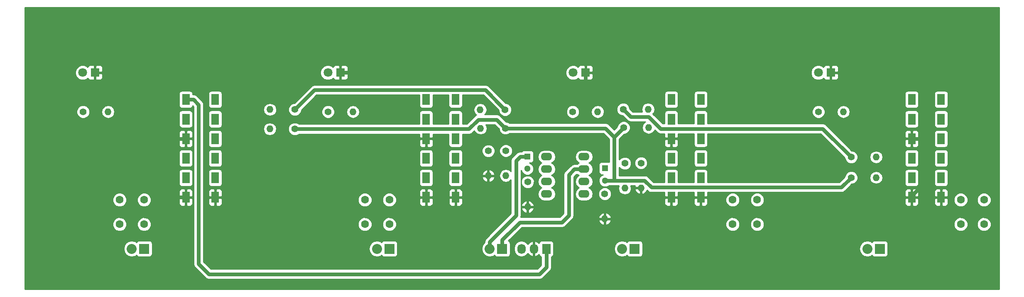
<source format=gbr>
G04 #@! TF.FileFunction,Copper,L1,Top,Signal*
%FSLAX46Y46*%
G04 Gerber Fmt 4.6, Leading zero omitted, Abs format (unit mm)*
G04 Created by KiCad (PCBNEW 4.0.7) date Sunday 08 October 2017 21:21:43*
%MOMM*%
%LPD*%
G01*
G04 APERTURE LIST*
%ADD10C,0.100000*%
%ADD11R,2.032000X2.032000*%
%ADD12O,2.032000X2.032000*%
%ADD13R,1.727200X2.032000*%
%ADD14O,1.727200X2.032000*%
%ADD15R,1.300000X1.300000*%
%ADD16C,1.300000*%
%ADD17O,2.300000X1.600000*%
%ADD18R,1.800000X1.800000*%
%ADD19C,1.800000*%
%ADD20C,1.600000*%
%ADD21C,1.400000*%
%ADD22O,1.400000X1.400000*%
%ADD23R,1.524000X2.300000*%
%ADD24C,0.800000*%
%ADD25C,0.254000*%
G04 APERTURE END LIST*
D10*
D11*
X195000000Y-90000000D03*
D12*
X192460000Y-90000000D03*
D11*
X145000000Y-90000000D03*
D12*
X142460000Y-90000000D03*
D11*
X95000000Y-90000000D03*
D12*
X92460000Y-90000000D03*
D11*
X45000000Y-90000000D03*
D12*
X42460000Y-90000000D03*
D11*
X118000000Y-90000000D03*
D12*
X115460000Y-90000000D03*
D13*
X127000000Y-90000000D03*
D14*
X124460000Y-90000000D03*
X121920000Y-90000000D03*
D15*
X123125000Y-71150000D03*
D16*
X123125000Y-73650000D03*
D15*
X138975000Y-73550000D03*
D16*
X138975000Y-76050000D03*
D17*
X127060000Y-71200000D03*
X127060000Y-73740000D03*
X127060000Y-76280000D03*
X127060000Y-78820000D03*
X134680000Y-78820000D03*
X134680000Y-76280000D03*
X134680000Y-73740000D03*
X134680000Y-71200000D03*
D18*
X185000000Y-54000000D03*
D19*
X182460000Y-54000000D03*
D18*
X135000000Y-54000000D03*
D19*
X132460000Y-54000000D03*
D18*
X85000000Y-54000000D03*
D19*
X82460000Y-54000000D03*
D18*
X35000000Y-54000000D03*
D19*
X32460000Y-54000000D03*
D20*
X216250000Y-80000000D03*
X216250000Y-85000000D03*
X211500000Y-80000000D03*
X211500000Y-85000000D03*
X170000000Y-80000000D03*
X170000000Y-85000000D03*
X165000000Y-80000000D03*
X165000000Y-85000000D03*
X95000000Y-80000000D03*
X95000000Y-85000000D03*
X90000000Y-80000000D03*
X90000000Y-85000000D03*
X45000000Y-80000000D03*
X45000000Y-85000000D03*
X40000000Y-80000000D03*
X40000000Y-85000000D03*
D21*
X182495000Y-62000000D03*
D22*
X187575000Y-62000000D03*
D21*
X132395000Y-62000000D03*
D22*
X137475000Y-62000000D03*
D21*
X82500000Y-62000000D03*
D22*
X87580000Y-62000000D03*
D21*
X32565000Y-62000000D03*
D22*
X37645000Y-62000000D03*
D21*
X189170000Y-71275000D03*
D22*
X194250000Y-71275000D03*
D21*
X189170000Y-75450000D03*
D22*
X194250000Y-75450000D03*
D21*
X142670000Y-61475000D03*
D22*
X147750000Y-61475000D03*
D21*
X142775000Y-65225000D03*
D22*
X147855000Y-65225000D03*
D21*
X118605000Y-61575000D03*
D22*
X113525000Y-61575000D03*
D21*
X118680000Y-65375000D03*
D22*
X113600000Y-65375000D03*
D21*
X75735000Y-61550000D03*
D22*
X70655000Y-61550000D03*
D21*
X75710000Y-65525000D03*
D22*
X70630000Y-65525000D03*
D21*
X123200000Y-76350000D03*
D22*
X123200000Y-81430000D03*
D21*
X118750000Y-69970000D03*
D22*
X118750000Y-75050000D03*
D21*
X115175000Y-70000000D03*
D22*
X115175000Y-75080000D03*
D21*
X138925000Y-78800000D03*
D22*
X138925000Y-83880000D03*
D21*
X143000000Y-72550000D03*
D22*
X143000000Y-77630000D03*
D21*
X146300000Y-72475000D03*
D22*
X146300000Y-77555000D03*
D23*
X207500000Y-79500000D03*
X201500000Y-79500000D03*
X207500000Y-75500000D03*
X201500000Y-75500000D03*
X207500000Y-71500000D03*
X201500000Y-71500000D03*
X207500000Y-67500000D03*
X201500000Y-67500000D03*
X207500000Y-63500000D03*
X201500000Y-63500000D03*
X207500000Y-59500000D03*
X201500000Y-59500000D03*
X158500000Y-79500000D03*
X152500000Y-79500000D03*
X158500000Y-75500000D03*
X152500000Y-75500000D03*
X158500000Y-71500000D03*
X152500000Y-71500000D03*
X158500000Y-67500000D03*
X152500000Y-67500000D03*
X158500000Y-63500000D03*
X152500000Y-63500000D03*
X158500000Y-59500000D03*
X152500000Y-59500000D03*
X108500000Y-79500000D03*
X102500000Y-79500000D03*
X108500000Y-75500000D03*
X102500000Y-75500000D03*
X108500000Y-71500000D03*
X102500000Y-71500000D03*
X108500000Y-67500000D03*
X102500000Y-67500000D03*
X108500000Y-63500000D03*
X102500000Y-63500000D03*
X108500000Y-59500000D03*
X102500000Y-59500000D03*
X59500000Y-79500000D03*
X53500000Y-79500000D03*
X59500000Y-75500000D03*
X53500000Y-75500000D03*
X59500000Y-71500000D03*
X53500000Y-71500000D03*
X59500000Y-67500000D03*
X53500000Y-67500000D03*
X59500000Y-63500000D03*
X53500000Y-63500000D03*
X59500000Y-59500000D03*
X53500000Y-59500000D03*
D24*
X131025000Y-57225000D02*
X133475000Y-57225000D01*
X133475000Y-57225000D02*
X135000000Y-55700000D01*
X135000000Y-55700000D02*
X135000000Y-54000000D01*
X127800000Y-54000000D02*
X131025000Y-57225000D01*
X85000000Y-54000000D02*
X127800000Y-54000000D01*
X204375000Y-68813000D02*
X204375000Y-76237000D01*
X204375000Y-76237000D02*
X201500000Y-79112000D01*
X201500000Y-79112000D02*
X201500000Y-79500000D01*
X201500000Y-67500000D02*
X203062000Y-67500000D01*
X203062000Y-67500000D02*
X204375000Y-68813000D01*
X50725000Y-78800000D02*
X51425000Y-79500000D01*
X51425000Y-79500000D02*
X53500000Y-79500000D01*
X50725000Y-68713000D02*
X50725000Y-78800000D01*
X53500000Y-67500000D02*
X51938000Y-67500000D01*
X51938000Y-67500000D02*
X50725000Y-68713000D01*
X125600000Y-95175000D02*
X127000000Y-93775000D01*
X127000000Y-93775000D02*
X127000000Y-90000000D01*
X58175000Y-95175000D02*
X125600000Y-95175000D01*
X56100000Y-93100000D02*
X58175000Y-95175000D01*
X56100000Y-60538000D02*
X56100000Y-93100000D01*
X53500000Y-59500000D02*
X55062000Y-59500000D01*
X55062000Y-59500000D02*
X56100000Y-60538000D01*
X120825000Y-83198160D02*
X120825000Y-72000000D01*
X120825000Y-72000000D02*
X121675000Y-71150000D01*
X121675000Y-71150000D02*
X123125000Y-71150000D01*
X115460000Y-90000000D02*
X115460000Y-88563160D01*
X115460000Y-88563160D02*
X120825000Y-83198160D01*
X147900002Y-63050000D02*
X144245000Y-63050000D01*
X144245000Y-63050000D02*
X142670000Y-61475000D01*
X189170000Y-71275000D02*
X183345001Y-65450001D01*
X183345001Y-65450001D02*
X150300003Y-65450001D01*
X150300003Y-65450001D02*
X147900002Y-63050000D01*
X75735000Y-61550000D02*
X79735001Y-57549999D01*
X79735001Y-57549999D02*
X114579999Y-57549999D01*
X114579999Y-57549999D02*
X117905001Y-60875001D01*
X117905001Y-60875001D02*
X118605000Y-61575000D01*
X131575000Y-83200000D02*
X130191000Y-84584000D01*
X130191000Y-84584000D02*
X121600000Y-84584000D01*
X131575000Y-74895000D02*
X131575000Y-83200000D01*
X134680000Y-73740000D02*
X132730000Y-73740000D01*
X132730000Y-73740000D02*
X131575000Y-74895000D01*
X118000000Y-90000000D02*
X118000000Y-88184000D01*
X118000000Y-88184000D02*
X121600000Y-84584000D01*
X75710000Y-65525000D02*
X111229998Y-65525000D01*
X111229998Y-65525000D02*
X113154998Y-63600000D01*
X113154998Y-63600000D02*
X116905000Y-63600000D01*
X116905000Y-63600000D02*
X118680000Y-65375000D01*
X118680000Y-65375000D02*
X139075000Y-65375000D01*
X139075000Y-65375000D02*
X140850000Y-67150000D01*
X147015002Y-76050000D02*
X140750000Y-76050000D01*
X140750000Y-76050000D02*
X139894238Y-76050000D01*
X142775000Y-65225000D02*
X140850000Y-67150000D01*
X140850000Y-67150000D02*
X140850000Y-75950000D01*
X140850000Y-75950000D02*
X140750000Y-76050000D01*
X189170000Y-75450000D02*
X187169999Y-77450001D01*
X187169999Y-77450001D02*
X148415003Y-77450001D01*
X148415003Y-77450001D02*
X147015002Y-76050000D01*
X139894238Y-76050000D02*
X138975000Y-76050000D01*
D25*
G36*
X219290000Y-98290000D02*
X20710000Y-98290000D01*
X20710000Y-89967655D01*
X40809000Y-89967655D01*
X40809000Y-90032345D01*
X40934675Y-90664155D01*
X41292567Y-91199778D01*
X41828190Y-91557670D01*
X42460000Y-91683345D01*
X43091810Y-91557670D01*
X43431792Y-91330501D01*
X43519910Y-91467441D01*
X43732110Y-91612431D01*
X43984000Y-91663440D01*
X46016000Y-91663440D01*
X46251317Y-91619162D01*
X46467441Y-91480090D01*
X46612431Y-91267890D01*
X46663440Y-91016000D01*
X46663440Y-88984000D01*
X46619162Y-88748683D01*
X46480090Y-88532559D01*
X46267890Y-88387569D01*
X46016000Y-88336560D01*
X43984000Y-88336560D01*
X43748683Y-88380838D01*
X43532559Y-88519910D01*
X43430802Y-88668837D01*
X43091810Y-88442330D01*
X42460000Y-88316655D01*
X41828190Y-88442330D01*
X41292567Y-88800222D01*
X40934675Y-89335845D01*
X40809000Y-89967655D01*
X20710000Y-89967655D01*
X20710000Y-85284187D01*
X38564752Y-85284187D01*
X38782757Y-85811800D01*
X39186077Y-86215824D01*
X39713309Y-86434750D01*
X40284187Y-86435248D01*
X40811800Y-86217243D01*
X41215824Y-85813923D01*
X41434750Y-85286691D01*
X41434752Y-85284187D01*
X43564752Y-85284187D01*
X43782757Y-85811800D01*
X44186077Y-86215824D01*
X44713309Y-86434750D01*
X45284187Y-86435248D01*
X45811800Y-86217243D01*
X46215824Y-85813923D01*
X46434750Y-85286691D01*
X46435248Y-84715813D01*
X46217243Y-84188200D01*
X45813923Y-83784176D01*
X45286691Y-83565250D01*
X44715813Y-83564752D01*
X44188200Y-83782757D01*
X43784176Y-84186077D01*
X43565250Y-84713309D01*
X43564752Y-85284187D01*
X41434752Y-85284187D01*
X41435248Y-84715813D01*
X41217243Y-84188200D01*
X40813923Y-83784176D01*
X40286691Y-83565250D01*
X39715813Y-83564752D01*
X39188200Y-83782757D01*
X38784176Y-84186077D01*
X38565250Y-84713309D01*
X38564752Y-85284187D01*
X20710000Y-85284187D01*
X20710000Y-80284187D01*
X38564752Y-80284187D01*
X38782757Y-80811800D01*
X39186077Y-81215824D01*
X39713309Y-81434750D01*
X40284187Y-81435248D01*
X40811800Y-81217243D01*
X41215824Y-80813923D01*
X41434750Y-80286691D01*
X41434752Y-80284187D01*
X43564752Y-80284187D01*
X43782757Y-80811800D01*
X44186077Y-81215824D01*
X44713309Y-81434750D01*
X45284187Y-81435248D01*
X45811800Y-81217243D01*
X46215824Y-80813923D01*
X46434750Y-80286691D01*
X46435186Y-79785750D01*
X52103000Y-79785750D01*
X52103000Y-80776310D01*
X52199673Y-81009699D01*
X52378302Y-81188327D01*
X52611691Y-81285000D01*
X53214250Y-81285000D01*
X53373000Y-81126250D01*
X53373000Y-79627000D01*
X53627000Y-79627000D01*
X53627000Y-81126250D01*
X53785750Y-81285000D01*
X54388309Y-81285000D01*
X54621698Y-81188327D01*
X54800327Y-81009699D01*
X54897000Y-80776310D01*
X54897000Y-79785750D01*
X54738250Y-79627000D01*
X53627000Y-79627000D01*
X53373000Y-79627000D01*
X52261750Y-79627000D01*
X52103000Y-79785750D01*
X46435186Y-79785750D01*
X46435248Y-79715813D01*
X46217243Y-79188200D01*
X45813923Y-78784176D01*
X45286691Y-78565250D01*
X44715813Y-78564752D01*
X44188200Y-78782757D01*
X43784176Y-79186077D01*
X43565250Y-79713309D01*
X43564752Y-80284187D01*
X41434752Y-80284187D01*
X41435248Y-79715813D01*
X41217243Y-79188200D01*
X40813923Y-78784176D01*
X40286691Y-78565250D01*
X39715813Y-78564752D01*
X39188200Y-78782757D01*
X38784176Y-79186077D01*
X38565250Y-79713309D01*
X38564752Y-80284187D01*
X20710000Y-80284187D01*
X20710000Y-78223690D01*
X52103000Y-78223690D01*
X52103000Y-79214250D01*
X52261750Y-79373000D01*
X53373000Y-79373000D01*
X53373000Y-77873750D01*
X53627000Y-77873750D01*
X53627000Y-79373000D01*
X54738250Y-79373000D01*
X54897000Y-79214250D01*
X54897000Y-78223690D01*
X54800327Y-77990301D01*
X54621698Y-77811673D01*
X54388309Y-77715000D01*
X53785750Y-77715000D01*
X53627000Y-77873750D01*
X53373000Y-77873750D01*
X53214250Y-77715000D01*
X52611691Y-77715000D01*
X52378302Y-77811673D01*
X52199673Y-77990301D01*
X52103000Y-78223690D01*
X20710000Y-78223690D01*
X20710000Y-74350000D01*
X52090560Y-74350000D01*
X52090560Y-76650000D01*
X52134838Y-76885317D01*
X52273910Y-77101441D01*
X52486110Y-77246431D01*
X52738000Y-77297440D01*
X54262000Y-77297440D01*
X54497317Y-77253162D01*
X54713441Y-77114090D01*
X54858431Y-76901890D01*
X54909440Y-76650000D01*
X54909440Y-74350000D01*
X54865162Y-74114683D01*
X54726090Y-73898559D01*
X54513890Y-73753569D01*
X54262000Y-73702560D01*
X52738000Y-73702560D01*
X52502683Y-73746838D01*
X52286559Y-73885910D01*
X52141569Y-74098110D01*
X52090560Y-74350000D01*
X20710000Y-74350000D01*
X20710000Y-70350000D01*
X52090560Y-70350000D01*
X52090560Y-72650000D01*
X52134838Y-72885317D01*
X52273910Y-73101441D01*
X52486110Y-73246431D01*
X52738000Y-73297440D01*
X54262000Y-73297440D01*
X54497317Y-73253162D01*
X54713441Y-73114090D01*
X54858431Y-72901890D01*
X54909440Y-72650000D01*
X54909440Y-70350000D01*
X54865162Y-70114683D01*
X54726090Y-69898559D01*
X54513890Y-69753569D01*
X54262000Y-69702560D01*
X52738000Y-69702560D01*
X52502683Y-69746838D01*
X52286559Y-69885910D01*
X52141569Y-70098110D01*
X52090560Y-70350000D01*
X20710000Y-70350000D01*
X20710000Y-67785750D01*
X52103000Y-67785750D01*
X52103000Y-68776310D01*
X52199673Y-69009699D01*
X52378302Y-69188327D01*
X52611691Y-69285000D01*
X53214250Y-69285000D01*
X53373000Y-69126250D01*
X53373000Y-67627000D01*
X53627000Y-67627000D01*
X53627000Y-69126250D01*
X53785750Y-69285000D01*
X54388309Y-69285000D01*
X54621698Y-69188327D01*
X54800327Y-69009699D01*
X54897000Y-68776310D01*
X54897000Y-67785750D01*
X54738250Y-67627000D01*
X53627000Y-67627000D01*
X53373000Y-67627000D01*
X52261750Y-67627000D01*
X52103000Y-67785750D01*
X20710000Y-67785750D01*
X20710000Y-66223690D01*
X52103000Y-66223690D01*
X52103000Y-67214250D01*
X52261750Y-67373000D01*
X53373000Y-67373000D01*
X53373000Y-65873750D01*
X53627000Y-65873750D01*
X53627000Y-67373000D01*
X54738250Y-67373000D01*
X54897000Y-67214250D01*
X54897000Y-66223690D01*
X54800327Y-65990301D01*
X54621698Y-65811673D01*
X54388309Y-65715000D01*
X53785750Y-65715000D01*
X53627000Y-65873750D01*
X53373000Y-65873750D01*
X53214250Y-65715000D01*
X52611691Y-65715000D01*
X52378302Y-65811673D01*
X52199673Y-65990301D01*
X52103000Y-66223690D01*
X20710000Y-66223690D01*
X20710000Y-62264383D01*
X31229769Y-62264383D01*
X31432582Y-62755229D01*
X31807796Y-63131098D01*
X32298287Y-63334768D01*
X32829383Y-63335231D01*
X33320229Y-63132418D01*
X33696098Y-62757204D01*
X33899768Y-62266713D01*
X33900000Y-62000000D01*
X36283846Y-62000000D01*
X36385467Y-62510882D01*
X36674858Y-62943988D01*
X37107964Y-63233379D01*
X37618846Y-63335000D01*
X37671154Y-63335000D01*
X38182036Y-63233379D01*
X38615142Y-62943988D01*
X38904533Y-62510882D01*
X38936534Y-62350000D01*
X52090560Y-62350000D01*
X52090560Y-64650000D01*
X52134838Y-64885317D01*
X52273910Y-65101441D01*
X52486110Y-65246431D01*
X52738000Y-65297440D01*
X54262000Y-65297440D01*
X54497317Y-65253162D01*
X54713441Y-65114090D01*
X54858431Y-64901890D01*
X54909440Y-64650000D01*
X54909440Y-62350000D01*
X54865162Y-62114683D01*
X54726090Y-61898559D01*
X54513890Y-61753569D01*
X54262000Y-61702560D01*
X52738000Y-61702560D01*
X52502683Y-61746838D01*
X52286559Y-61885910D01*
X52141569Y-62098110D01*
X52090560Y-62350000D01*
X38936534Y-62350000D01*
X39006154Y-62000000D01*
X38904533Y-61489118D01*
X38615142Y-61056012D01*
X38182036Y-60766621D01*
X37671154Y-60665000D01*
X37618846Y-60665000D01*
X37107964Y-60766621D01*
X36674858Y-61056012D01*
X36385467Y-61489118D01*
X36283846Y-62000000D01*
X33900000Y-62000000D01*
X33900231Y-61735617D01*
X33697418Y-61244771D01*
X33322204Y-60868902D01*
X32831713Y-60665232D01*
X32300617Y-60664769D01*
X31809771Y-60867582D01*
X31433902Y-61242796D01*
X31230232Y-61733287D01*
X31229769Y-62264383D01*
X20710000Y-62264383D01*
X20710000Y-58350000D01*
X52090560Y-58350000D01*
X52090560Y-60650000D01*
X52134838Y-60885317D01*
X52273910Y-61101441D01*
X52486110Y-61246431D01*
X52738000Y-61297440D01*
X54262000Y-61297440D01*
X54497317Y-61253162D01*
X54713441Y-61114090D01*
X54858431Y-60901890D01*
X54882302Y-60784013D01*
X55065000Y-60966711D01*
X55065000Y-93099995D01*
X55064999Y-93100000D01*
X55143785Y-93496077D01*
X55368144Y-93831856D01*
X57443142Y-95906853D01*
X57443144Y-95906856D01*
X57778923Y-96131215D01*
X58175000Y-96210001D01*
X58175005Y-96210000D01*
X125599995Y-96210000D01*
X125600000Y-96210001D01*
X125996077Y-96131215D01*
X126331856Y-95906856D01*
X127731856Y-94506856D01*
X127956215Y-94171077D01*
X128035001Y-93775000D01*
X128035000Y-93774995D01*
X128035000Y-91631189D01*
X128098917Y-91619162D01*
X128315041Y-91480090D01*
X128460031Y-91267890D01*
X128511040Y-91016000D01*
X128511040Y-89967655D01*
X140809000Y-89967655D01*
X140809000Y-90032345D01*
X140934675Y-90664155D01*
X141292567Y-91199778D01*
X141828190Y-91557670D01*
X142460000Y-91683345D01*
X143091810Y-91557670D01*
X143431792Y-91330501D01*
X143519910Y-91467441D01*
X143732110Y-91612431D01*
X143984000Y-91663440D01*
X146016000Y-91663440D01*
X146251317Y-91619162D01*
X146467441Y-91480090D01*
X146612431Y-91267890D01*
X146663440Y-91016000D01*
X146663440Y-89967655D01*
X190809000Y-89967655D01*
X190809000Y-90032345D01*
X190934675Y-90664155D01*
X191292567Y-91199778D01*
X191828190Y-91557670D01*
X192460000Y-91683345D01*
X193091810Y-91557670D01*
X193431792Y-91330501D01*
X193519910Y-91467441D01*
X193732110Y-91612431D01*
X193984000Y-91663440D01*
X196016000Y-91663440D01*
X196251317Y-91619162D01*
X196467441Y-91480090D01*
X196612431Y-91267890D01*
X196663440Y-91016000D01*
X196663440Y-88984000D01*
X196619162Y-88748683D01*
X196480090Y-88532559D01*
X196267890Y-88387569D01*
X196016000Y-88336560D01*
X193984000Y-88336560D01*
X193748683Y-88380838D01*
X193532559Y-88519910D01*
X193430802Y-88668837D01*
X193091810Y-88442330D01*
X192460000Y-88316655D01*
X191828190Y-88442330D01*
X191292567Y-88800222D01*
X190934675Y-89335845D01*
X190809000Y-89967655D01*
X146663440Y-89967655D01*
X146663440Y-88984000D01*
X146619162Y-88748683D01*
X146480090Y-88532559D01*
X146267890Y-88387569D01*
X146016000Y-88336560D01*
X143984000Y-88336560D01*
X143748683Y-88380838D01*
X143532559Y-88519910D01*
X143430802Y-88668837D01*
X143091810Y-88442330D01*
X142460000Y-88316655D01*
X141828190Y-88442330D01*
X141292567Y-88800222D01*
X140934675Y-89335845D01*
X140809000Y-89967655D01*
X128511040Y-89967655D01*
X128511040Y-88984000D01*
X128466762Y-88748683D01*
X128327690Y-88532559D01*
X128115490Y-88387569D01*
X127863600Y-88336560D01*
X126136400Y-88336560D01*
X125901083Y-88380838D01*
X125684959Y-88519910D01*
X125539969Y-88732110D01*
X125520768Y-88826927D01*
X125362036Y-88649268D01*
X124834791Y-88395291D01*
X124819026Y-88392642D01*
X124587000Y-88513783D01*
X124587000Y-89873000D01*
X124607000Y-89873000D01*
X124607000Y-90127000D01*
X124587000Y-90127000D01*
X124587000Y-91486217D01*
X124819026Y-91607358D01*
X124834791Y-91604709D01*
X125362036Y-91350732D01*
X125518907Y-91175155D01*
X125533238Y-91251317D01*
X125672310Y-91467441D01*
X125884510Y-91612431D01*
X125965000Y-91628731D01*
X125965000Y-93346288D01*
X125171288Y-94140000D01*
X58603711Y-94140000D01*
X57135000Y-92671288D01*
X57135000Y-89967655D01*
X90809000Y-89967655D01*
X90809000Y-90032345D01*
X90934675Y-90664155D01*
X91292567Y-91199778D01*
X91828190Y-91557670D01*
X92460000Y-91683345D01*
X93091810Y-91557670D01*
X93431792Y-91330501D01*
X93519910Y-91467441D01*
X93732110Y-91612431D01*
X93984000Y-91663440D01*
X96016000Y-91663440D01*
X96251317Y-91619162D01*
X96467441Y-91480090D01*
X96612431Y-91267890D01*
X96663440Y-91016000D01*
X96663440Y-89967655D01*
X113809000Y-89967655D01*
X113809000Y-90032345D01*
X113934675Y-90664155D01*
X114292567Y-91199778D01*
X114828190Y-91557670D01*
X115460000Y-91683345D01*
X116091810Y-91557670D01*
X116431792Y-91330501D01*
X116519910Y-91467441D01*
X116732110Y-91612431D01*
X116984000Y-91663440D01*
X119016000Y-91663440D01*
X119251317Y-91619162D01*
X119467441Y-91480090D01*
X119612431Y-91267890D01*
X119663440Y-91016000D01*
X119663440Y-89815255D01*
X120421400Y-89815255D01*
X120421400Y-90184745D01*
X120535474Y-90758234D01*
X120860330Y-91244415D01*
X121346511Y-91569271D01*
X121920000Y-91683345D01*
X122493489Y-91569271D01*
X122979670Y-91244415D01*
X123186461Y-90934931D01*
X123557964Y-91350732D01*
X124085209Y-91604709D01*
X124100974Y-91607358D01*
X124333000Y-91486217D01*
X124333000Y-90127000D01*
X124313000Y-90127000D01*
X124313000Y-89873000D01*
X124333000Y-89873000D01*
X124333000Y-88513783D01*
X124100974Y-88392642D01*
X124085209Y-88395291D01*
X123557964Y-88649268D01*
X123186461Y-89065069D01*
X122979670Y-88755585D01*
X122493489Y-88430729D01*
X121920000Y-88316655D01*
X121346511Y-88430729D01*
X120860330Y-88755585D01*
X120535474Y-89241766D01*
X120421400Y-89815255D01*
X119663440Y-89815255D01*
X119663440Y-88984000D01*
X119619162Y-88748683D01*
X119480090Y-88532559D01*
X119267890Y-88387569D01*
X119261447Y-88386264D01*
X122028711Y-85619000D01*
X130190995Y-85619000D01*
X130191000Y-85619001D01*
X130587077Y-85540215D01*
X130922856Y-85315856D01*
X130954524Y-85284187D01*
X163564752Y-85284187D01*
X163782757Y-85811800D01*
X164186077Y-86215824D01*
X164713309Y-86434750D01*
X165284187Y-86435248D01*
X165811800Y-86217243D01*
X166215824Y-85813923D01*
X166434750Y-85286691D01*
X166434752Y-85284187D01*
X168564752Y-85284187D01*
X168782757Y-85811800D01*
X169186077Y-86215824D01*
X169713309Y-86434750D01*
X170284187Y-86435248D01*
X170811800Y-86217243D01*
X171215824Y-85813923D01*
X171434750Y-85286691D01*
X171434752Y-85284187D01*
X210064752Y-85284187D01*
X210282757Y-85811800D01*
X210686077Y-86215824D01*
X211213309Y-86434750D01*
X211784187Y-86435248D01*
X212311800Y-86217243D01*
X212715824Y-85813923D01*
X212934750Y-85286691D01*
X212934752Y-85284187D01*
X214814752Y-85284187D01*
X215032757Y-85811800D01*
X215436077Y-86215824D01*
X215963309Y-86434750D01*
X216534187Y-86435248D01*
X217061800Y-86217243D01*
X217465824Y-85813923D01*
X217684750Y-85286691D01*
X217685248Y-84715813D01*
X217467243Y-84188200D01*
X217063923Y-83784176D01*
X216536691Y-83565250D01*
X215965813Y-83564752D01*
X215438200Y-83782757D01*
X215034176Y-84186077D01*
X214815250Y-84713309D01*
X214814752Y-85284187D01*
X212934752Y-85284187D01*
X212935248Y-84715813D01*
X212717243Y-84188200D01*
X212313923Y-83784176D01*
X211786691Y-83565250D01*
X211215813Y-83564752D01*
X210688200Y-83782757D01*
X210284176Y-84186077D01*
X210065250Y-84713309D01*
X210064752Y-85284187D01*
X171434752Y-85284187D01*
X171435248Y-84715813D01*
X171217243Y-84188200D01*
X170813923Y-83784176D01*
X170286691Y-83565250D01*
X169715813Y-83564752D01*
X169188200Y-83782757D01*
X168784176Y-84186077D01*
X168565250Y-84713309D01*
X168564752Y-85284187D01*
X166434752Y-85284187D01*
X166435248Y-84715813D01*
X166217243Y-84188200D01*
X165813923Y-83784176D01*
X165286691Y-83565250D01*
X164715813Y-83564752D01*
X164188200Y-83782757D01*
X163784176Y-84186077D01*
X163565250Y-84713309D01*
X163564752Y-85284187D01*
X130954524Y-85284187D01*
X132025380Y-84213331D01*
X137632273Y-84213331D01*
X137858236Y-84682663D01*
X138246604Y-85029797D01*
X138591671Y-85172716D01*
X138798000Y-85049374D01*
X138798000Y-84007000D01*
X139052000Y-84007000D01*
X139052000Y-85049374D01*
X139258329Y-85172716D01*
X139603396Y-85029797D01*
X139991764Y-84682663D01*
X140217727Y-84213331D01*
X140095206Y-84007000D01*
X139052000Y-84007000D01*
X138798000Y-84007000D01*
X137754794Y-84007000D01*
X137632273Y-84213331D01*
X132025380Y-84213331D01*
X132306853Y-83931858D01*
X132306856Y-83931856D01*
X132531215Y-83596077D01*
X132540579Y-83549000D01*
X132541042Y-83546669D01*
X137632273Y-83546669D01*
X137754794Y-83753000D01*
X138798000Y-83753000D01*
X138798000Y-82710626D01*
X139052000Y-82710626D01*
X139052000Y-83753000D01*
X140095206Y-83753000D01*
X140217727Y-83546669D01*
X139991764Y-83077337D01*
X139603396Y-82730203D01*
X139258329Y-82587284D01*
X139052000Y-82710626D01*
X138798000Y-82710626D01*
X138591671Y-82587284D01*
X138246604Y-82730203D01*
X137858236Y-83077337D01*
X137632273Y-83546669D01*
X132541042Y-83546669D01*
X132610001Y-83200000D01*
X132610000Y-83199995D01*
X132610000Y-75323712D01*
X133158711Y-74775000D01*
X133310716Y-74775000D01*
X133662418Y-75010000D01*
X133280332Y-75265302D01*
X132969263Y-75730849D01*
X132860030Y-76280000D01*
X132969263Y-76829151D01*
X133280332Y-77294698D01*
X133662418Y-77550000D01*
X133280332Y-77805302D01*
X132969263Y-78270849D01*
X132860030Y-78820000D01*
X132969263Y-79369151D01*
X133280332Y-79834698D01*
X133745879Y-80145767D01*
X134295030Y-80255000D01*
X135064970Y-80255000D01*
X135614121Y-80145767D01*
X136079668Y-79834698D01*
X136390737Y-79369151D01*
X136451359Y-79064383D01*
X137589769Y-79064383D01*
X137792582Y-79555229D01*
X138167796Y-79931098D01*
X138658287Y-80134768D01*
X139189383Y-80135231D01*
X139680229Y-79932418D01*
X139827153Y-79785750D01*
X151103000Y-79785750D01*
X151103000Y-80776310D01*
X151199673Y-81009699D01*
X151378302Y-81188327D01*
X151611691Y-81285000D01*
X152214250Y-81285000D01*
X152373000Y-81126250D01*
X152373000Y-79627000D01*
X152627000Y-79627000D01*
X152627000Y-81126250D01*
X152785750Y-81285000D01*
X153388309Y-81285000D01*
X153621698Y-81188327D01*
X153800327Y-81009699D01*
X153897000Y-80776310D01*
X153897000Y-79785750D01*
X157103000Y-79785750D01*
X157103000Y-80776310D01*
X157199673Y-81009699D01*
X157378302Y-81188327D01*
X157611691Y-81285000D01*
X158214250Y-81285000D01*
X158373000Y-81126250D01*
X158373000Y-79627000D01*
X158627000Y-79627000D01*
X158627000Y-81126250D01*
X158785750Y-81285000D01*
X159388309Y-81285000D01*
X159621698Y-81188327D01*
X159800327Y-81009699D01*
X159897000Y-80776310D01*
X159897000Y-80284187D01*
X163564752Y-80284187D01*
X163782757Y-80811800D01*
X164186077Y-81215824D01*
X164713309Y-81434750D01*
X165284187Y-81435248D01*
X165811800Y-81217243D01*
X166215824Y-80813923D01*
X166434750Y-80286691D01*
X166434752Y-80284187D01*
X168564752Y-80284187D01*
X168782757Y-80811800D01*
X169186077Y-81215824D01*
X169713309Y-81434750D01*
X170284187Y-81435248D01*
X170811800Y-81217243D01*
X171215824Y-80813923D01*
X171434750Y-80286691D01*
X171435186Y-79785750D01*
X200103000Y-79785750D01*
X200103000Y-80776310D01*
X200199673Y-81009699D01*
X200378302Y-81188327D01*
X200611691Y-81285000D01*
X201214250Y-81285000D01*
X201373000Y-81126250D01*
X201373000Y-79627000D01*
X201627000Y-79627000D01*
X201627000Y-81126250D01*
X201785750Y-81285000D01*
X202388309Y-81285000D01*
X202621698Y-81188327D01*
X202800327Y-81009699D01*
X202897000Y-80776310D01*
X202897000Y-79785750D01*
X206103000Y-79785750D01*
X206103000Y-80776310D01*
X206199673Y-81009699D01*
X206378302Y-81188327D01*
X206611691Y-81285000D01*
X207214250Y-81285000D01*
X207373000Y-81126250D01*
X207373000Y-79627000D01*
X207627000Y-79627000D01*
X207627000Y-81126250D01*
X207785750Y-81285000D01*
X208388309Y-81285000D01*
X208621698Y-81188327D01*
X208800327Y-81009699D01*
X208897000Y-80776310D01*
X208897000Y-80284187D01*
X210064752Y-80284187D01*
X210282757Y-80811800D01*
X210686077Y-81215824D01*
X211213309Y-81434750D01*
X211784187Y-81435248D01*
X212311800Y-81217243D01*
X212715824Y-80813923D01*
X212934750Y-80286691D01*
X212934752Y-80284187D01*
X214814752Y-80284187D01*
X215032757Y-80811800D01*
X215436077Y-81215824D01*
X215963309Y-81434750D01*
X216534187Y-81435248D01*
X217061800Y-81217243D01*
X217465824Y-80813923D01*
X217684750Y-80286691D01*
X217685248Y-79715813D01*
X217467243Y-79188200D01*
X217063923Y-78784176D01*
X216536691Y-78565250D01*
X215965813Y-78564752D01*
X215438200Y-78782757D01*
X215034176Y-79186077D01*
X214815250Y-79713309D01*
X214814752Y-80284187D01*
X212934752Y-80284187D01*
X212935248Y-79715813D01*
X212717243Y-79188200D01*
X212313923Y-78784176D01*
X211786691Y-78565250D01*
X211215813Y-78564752D01*
X210688200Y-78782757D01*
X210284176Y-79186077D01*
X210065250Y-79713309D01*
X210064752Y-80284187D01*
X208897000Y-80284187D01*
X208897000Y-79785750D01*
X208738250Y-79627000D01*
X207627000Y-79627000D01*
X207373000Y-79627000D01*
X206261750Y-79627000D01*
X206103000Y-79785750D01*
X202897000Y-79785750D01*
X202738250Y-79627000D01*
X201627000Y-79627000D01*
X201373000Y-79627000D01*
X200261750Y-79627000D01*
X200103000Y-79785750D01*
X171435186Y-79785750D01*
X171435248Y-79715813D01*
X171217243Y-79188200D01*
X170813923Y-78784176D01*
X170286691Y-78565250D01*
X169715813Y-78564752D01*
X169188200Y-78782757D01*
X168784176Y-79186077D01*
X168565250Y-79713309D01*
X168564752Y-80284187D01*
X166434752Y-80284187D01*
X166435248Y-79715813D01*
X166217243Y-79188200D01*
X165813923Y-78784176D01*
X165286691Y-78565250D01*
X164715813Y-78564752D01*
X164188200Y-78782757D01*
X163784176Y-79186077D01*
X163565250Y-79713309D01*
X163564752Y-80284187D01*
X159897000Y-80284187D01*
X159897000Y-79785750D01*
X159738250Y-79627000D01*
X158627000Y-79627000D01*
X158373000Y-79627000D01*
X157261750Y-79627000D01*
X157103000Y-79785750D01*
X153897000Y-79785750D01*
X153738250Y-79627000D01*
X152627000Y-79627000D01*
X152373000Y-79627000D01*
X151261750Y-79627000D01*
X151103000Y-79785750D01*
X139827153Y-79785750D01*
X140056098Y-79557204D01*
X140259768Y-79066713D01*
X140260231Y-78535617D01*
X140057418Y-78044771D01*
X139682204Y-77668902D01*
X139191713Y-77465232D01*
X138660617Y-77464769D01*
X138169771Y-77667582D01*
X137793902Y-78042796D01*
X137590232Y-78533287D01*
X137589769Y-79064383D01*
X136451359Y-79064383D01*
X136499970Y-78820000D01*
X136390737Y-78270849D01*
X136079668Y-77805302D01*
X135697582Y-77550000D01*
X136079668Y-77294698D01*
X136390737Y-76829151D01*
X136499970Y-76280000D01*
X136390737Y-75730849D01*
X136079668Y-75265302D01*
X135697582Y-75010000D01*
X136079668Y-74754698D01*
X136390737Y-74289151D01*
X136499970Y-73740000D01*
X136390737Y-73190849D01*
X136079668Y-72725302D01*
X135697582Y-72470000D01*
X136079668Y-72214698D01*
X136390737Y-71749151D01*
X136499970Y-71200000D01*
X136390737Y-70650849D01*
X136079668Y-70185302D01*
X135614121Y-69874233D01*
X135064970Y-69765000D01*
X134295030Y-69765000D01*
X133745879Y-69874233D01*
X133280332Y-70185302D01*
X132969263Y-70650849D01*
X132860030Y-71200000D01*
X132969263Y-71749151D01*
X133280332Y-72214698D01*
X133662418Y-72470000D01*
X133310716Y-72705000D01*
X132730005Y-72705000D01*
X132730000Y-72704999D01*
X132333923Y-72783785D01*
X131998144Y-73008144D01*
X131998142Y-73008147D01*
X130843144Y-74163144D01*
X130618785Y-74498923D01*
X130539999Y-74895000D01*
X130540000Y-74895005D01*
X130540000Y-82771289D01*
X129762288Y-83549000D01*
X121790213Y-83549000D01*
X121860001Y-83198160D01*
X121860000Y-83198155D01*
X121860000Y-81763331D01*
X121907273Y-81763331D01*
X122133236Y-82232663D01*
X122521604Y-82579797D01*
X122866671Y-82722716D01*
X123073000Y-82599374D01*
X123073000Y-81557000D01*
X123327000Y-81557000D01*
X123327000Y-82599374D01*
X123533329Y-82722716D01*
X123878396Y-82579797D01*
X124266764Y-82232663D01*
X124492727Y-81763331D01*
X124370206Y-81557000D01*
X123327000Y-81557000D01*
X123073000Y-81557000D01*
X122029794Y-81557000D01*
X121907273Y-81763331D01*
X121860000Y-81763331D01*
X121860000Y-81096669D01*
X121907273Y-81096669D01*
X122029794Y-81303000D01*
X123073000Y-81303000D01*
X123073000Y-80260626D01*
X123327000Y-80260626D01*
X123327000Y-81303000D01*
X124370206Y-81303000D01*
X124492727Y-81096669D01*
X124266764Y-80627337D01*
X123878396Y-80280203D01*
X123533329Y-80137284D01*
X123327000Y-80260626D01*
X123073000Y-80260626D01*
X122866671Y-80137284D01*
X122521604Y-80280203D01*
X122133236Y-80627337D01*
X121907273Y-81096669D01*
X121860000Y-81096669D01*
X121860000Y-76614383D01*
X121864769Y-76614383D01*
X122067582Y-77105229D01*
X122442796Y-77481098D01*
X122933287Y-77684768D01*
X123464383Y-77685231D01*
X123955229Y-77482418D01*
X124331098Y-77107204D01*
X124534768Y-76616713D01*
X124535231Y-76085617D01*
X124332418Y-75594771D01*
X123957204Y-75218902D01*
X123466713Y-75015232D01*
X122935617Y-75014769D01*
X122444771Y-75217582D01*
X122068902Y-75592796D01*
X121865232Y-76083287D01*
X121864769Y-76614383D01*
X121860000Y-76614383D01*
X121860000Y-73953424D01*
X122034995Y-74376943D01*
X122396155Y-74738735D01*
X122868276Y-74934777D01*
X123379481Y-74935223D01*
X123851943Y-74740005D01*
X124213735Y-74378845D01*
X124409777Y-73906724D01*
X124410223Y-73395519D01*
X124215005Y-72923057D01*
X123853845Y-72561265D01*
X123579724Y-72447440D01*
X123775000Y-72447440D01*
X124010317Y-72403162D01*
X124226441Y-72264090D01*
X124371431Y-72051890D01*
X124422440Y-71800000D01*
X124422440Y-71200000D01*
X125240030Y-71200000D01*
X125349263Y-71749151D01*
X125660332Y-72214698D01*
X126042418Y-72470000D01*
X125660332Y-72725302D01*
X125349263Y-73190849D01*
X125240030Y-73740000D01*
X125349263Y-74289151D01*
X125660332Y-74754698D01*
X126042418Y-75010000D01*
X125660332Y-75265302D01*
X125349263Y-75730849D01*
X125240030Y-76280000D01*
X125349263Y-76829151D01*
X125660332Y-77294698D01*
X126042418Y-77550000D01*
X125660332Y-77805302D01*
X125349263Y-78270849D01*
X125240030Y-78820000D01*
X125349263Y-79369151D01*
X125660332Y-79834698D01*
X126125879Y-80145767D01*
X126675030Y-80255000D01*
X127444970Y-80255000D01*
X127994121Y-80145767D01*
X128459668Y-79834698D01*
X128770737Y-79369151D01*
X128879970Y-78820000D01*
X128770737Y-78270849D01*
X128459668Y-77805302D01*
X128077582Y-77550000D01*
X128459668Y-77294698D01*
X128770737Y-76829151D01*
X128879970Y-76280000D01*
X128770737Y-75730849D01*
X128459668Y-75265302D01*
X128077582Y-75010000D01*
X128459668Y-74754698D01*
X128770737Y-74289151D01*
X128879970Y-73740000D01*
X128770737Y-73190849D01*
X128459668Y-72725302D01*
X128077582Y-72470000D01*
X128459668Y-72214698D01*
X128770737Y-71749151D01*
X128879970Y-71200000D01*
X128770737Y-70650849D01*
X128459668Y-70185302D01*
X127994121Y-69874233D01*
X127444970Y-69765000D01*
X126675030Y-69765000D01*
X126125879Y-69874233D01*
X125660332Y-70185302D01*
X125349263Y-70650849D01*
X125240030Y-71200000D01*
X124422440Y-71200000D01*
X124422440Y-70500000D01*
X124378162Y-70264683D01*
X124239090Y-70048559D01*
X124026890Y-69903569D01*
X123775000Y-69852560D01*
X122475000Y-69852560D01*
X122239683Y-69896838D01*
X122023559Y-70035910D01*
X121969519Y-70115000D01*
X121675005Y-70115000D01*
X121675000Y-70114999D01*
X121278923Y-70193785D01*
X120943144Y-70418144D01*
X120943142Y-70418147D01*
X120093144Y-71268144D01*
X119868785Y-71603923D01*
X119789999Y-72000000D01*
X119790000Y-72000005D01*
X119790000Y-74223551D01*
X119693988Y-74079858D01*
X119260882Y-73790467D01*
X118750000Y-73688846D01*
X118239118Y-73790467D01*
X117806012Y-74079858D01*
X117516621Y-74512964D01*
X117415000Y-75023846D01*
X117415000Y-75076154D01*
X117516621Y-75587036D01*
X117806012Y-76020142D01*
X118239118Y-76309533D01*
X118750000Y-76411154D01*
X119260882Y-76309533D01*
X119693988Y-76020142D01*
X119790000Y-75876449D01*
X119790000Y-82769449D01*
X114728144Y-87831304D01*
X114503785Y-88167083D01*
X114424999Y-88563160D01*
X114425000Y-88563165D01*
X114425000Y-88711733D01*
X114292567Y-88800222D01*
X113934675Y-89335845D01*
X113809000Y-89967655D01*
X96663440Y-89967655D01*
X96663440Y-88984000D01*
X96619162Y-88748683D01*
X96480090Y-88532559D01*
X96267890Y-88387569D01*
X96016000Y-88336560D01*
X93984000Y-88336560D01*
X93748683Y-88380838D01*
X93532559Y-88519910D01*
X93430802Y-88668837D01*
X93091810Y-88442330D01*
X92460000Y-88316655D01*
X91828190Y-88442330D01*
X91292567Y-88800222D01*
X90934675Y-89335845D01*
X90809000Y-89967655D01*
X57135000Y-89967655D01*
X57135000Y-85284187D01*
X88564752Y-85284187D01*
X88782757Y-85811800D01*
X89186077Y-86215824D01*
X89713309Y-86434750D01*
X90284187Y-86435248D01*
X90811800Y-86217243D01*
X91215824Y-85813923D01*
X91434750Y-85286691D01*
X91434752Y-85284187D01*
X93564752Y-85284187D01*
X93782757Y-85811800D01*
X94186077Y-86215824D01*
X94713309Y-86434750D01*
X95284187Y-86435248D01*
X95811800Y-86217243D01*
X96215824Y-85813923D01*
X96434750Y-85286691D01*
X96435248Y-84715813D01*
X96217243Y-84188200D01*
X95813923Y-83784176D01*
X95286691Y-83565250D01*
X94715813Y-83564752D01*
X94188200Y-83782757D01*
X93784176Y-84186077D01*
X93565250Y-84713309D01*
X93564752Y-85284187D01*
X91434752Y-85284187D01*
X91435248Y-84715813D01*
X91217243Y-84188200D01*
X90813923Y-83784176D01*
X90286691Y-83565250D01*
X89715813Y-83564752D01*
X89188200Y-83782757D01*
X88784176Y-84186077D01*
X88565250Y-84713309D01*
X88564752Y-85284187D01*
X57135000Y-85284187D01*
X57135000Y-79785750D01*
X58103000Y-79785750D01*
X58103000Y-80776310D01*
X58199673Y-81009699D01*
X58378302Y-81188327D01*
X58611691Y-81285000D01*
X59214250Y-81285000D01*
X59373000Y-81126250D01*
X59373000Y-79627000D01*
X59627000Y-79627000D01*
X59627000Y-81126250D01*
X59785750Y-81285000D01*
X60388309Y-81285000D01*
X60621698Y-81188327D01*
X60800327Y-81009699D01*
X60897000Y-80776310D01*
X60897000Y-80284187D01*
X88564752Y-80284187D01*
X88782757Y-80811800D01*
X89186077Y-81215824D01*
X89713309Y-81434750D01*
X90284187Y-81435248D01*
X90811800Y-81217243D01*
X91215824Y-80813923D01*
X91434750Y-80286691D01*
X91434752Y-80284187D01*
X93564752Y-80284187D01*
X93782757Y-80811800D01*
X94186077Y-81215824D01*
X94713309Y-81434750D01*
X95284187Y-81435248D01*
X95811800Y-81217243D01*
X96215824Y-80813923D01*
X96434750Y-80286691D01*
X96435186Y-79785750D01*
X101103000Y-79785750D01*
X101103000Y-80776310D01*
X101199673Y-81009699D01*
X101378302Y-81188327D01*
X101611691Y-81285000D01*
X102214250Y-81285000D01*
X102373000Y-81126250D01*
X102373000Y-79627000D01*
X102627000Y-79627000D01*
X102627000Y-81126250D01*
X102785750Y-81285000D01*
X103388309Y-81285000D01*
X103621698Y-81188327D01*
X103800327Y-81009699D01*
X103897000Y-80776310D01*
X103897000Y-79785750D01*
X107103000Y-79785750D01*
X107103000Y-80776310D01*
X107199673Y-81009699D01*
X107378302Y-81188327D01*
X107611691Y-81285000D01*
X108214250Y-81285000D01*
X108373000Y-81126250D01*
X108373000Y-79627000D01*
X108627000Y-79627000D01*
X108627000Y-81126250D01*
X108785750Y-81285000D01*
X109388309Y-81285000D01*
X109621698Y-81188327D01*
X109800327Y-81009699D01*
X109897000Y-80776310D01*
X109897000Y-79785750D01*
X109738250Y-79627000D01*
X108627000Y-79627000D01*
X108373000Y-79627000D01*
X107261750Y-79627000D01*
X107103000Y-79785750D01*
X103897000Y-79785750D01*
X103738250Y-79627000D01*
X102627000Y-79627000D01*
X102373000Y-79627000D01*
X101261750Y-79627000D01*
X101103000Y-79785750D01*
X96435186Y-79785750D01*
X96435248Y-79715813D01*
X96217243Y-79188200D01*
X95813923Y-78784176D01*
X95286691Y-78565250D01*
X94715813Y-78564752D01*
X94188200Y-78782757D01*
X93784176Y-79186077D01*
X93565250Y-79713309D01*
X93564752Y-80284187D01*
X91434752Y-80284187D01*
X91435248Y-79715813D01*
X91217243Y-79188200D01*
X90813923Y-78784176D01*
X90286691Y-78565250D01*
X89715813Y-78564752D01*
X89188200Y-78782757D01*
X88784176Y-79186077D01*
X88565250Y-79713309D01*
X88564752Y-80284187D01*
X60897000Y-80284187D01*
X60897000Y-79785750D01*
X60738250Y-79627000D01*
X59627000Y-79627000D01*
X59373000Y-79627000D01*
X58261750Y-79627000D01*
X58103000Y-79785750D01*
X57135000Y-79785750D01*
X57135000Y-78223690D01*
X58103000Y-78223690D01*
X58103000Y-79214250D01*
X58261750Y-79373000D01*
X59373000Y-79373000D01*
X59373000Y-77873750D01*
X59627000Y-77873750D01*
X59627000Y-79373000D01*
X60738250Y-79373000D01*
X60897000Y-79214250D01*
X60897000Y-78223690D01*
X101103000Y-78223690D01*
X101103000Y-79214250D01*
X101261750Y-79373000D01*
X102373000Y-79373000D01*
X102373000Y-77873750D01*
X102627000Y-77873750D01*
X102627000Y-79373000D01*
X103738250Y-79373000D01*
X103897000Y-79214250D01*
X103897000Y-78223690D01*
X107103000Y-78223690D01*
X107103000Y-79214250D01*
X107261750Y-79373000D01*
X108373000Y-79373000D01*
X108373000Y-77873750D01*
X108627000Y-77873750D01*
X108627000Y-79373000D01*
X109738250Y-79373000D01*
X109897000Y-79214250D01*
X109897000Y-78223690D01*
X109800327Y-77990301D01*
X109621698Y-77811673D01*
X109388309Y-77715000D01*
X108785750Y-77715000D01*
X108627000Y-77873750D01*
X108373000Y-77873750D01*
X108214250Y-77715000D01*
X107611691Y-77715000D01*
X107378302Y-77811673D01*
X107199673Y-77990301D01*
X107103000Y-78223690D01*
X103897000Y-78223690D01*
X103800327Y-77990301D01*
X103621698Y-77811673D01*
X103388309Y-77715000D01*
X102785750Y-77715000D01*
X102627000Y-77873750D01*
X102373000Y-77873750D01*
X102214250Y-77715000D01*
X101611691Y-77715000D01*
X101378302Y-77811673D01*
X101199673Y-77990301D01*
X101103000Y-78223690D01*
X60897000Y-78223690D01*
X60800327Y-77990301D01*
X60621698Y-77811673D01*
X60388309Y-77715000D01*
X59785750Y-77715000D01*
X59627000Y-77873750D01*
X59373000Y-77873750D01*
X59214250Y-77715000D01*
X58611691Y-77715000D01*
X58378302Y-77811673D01*
X58199673Y-77990301D01*
X58103000Y-78223690D01*
X57135000Y-78223690D01*
X57135000Y-74350000D01*
X58090560Y-74350000D01*
X58090560Y-76650000D01*
X58134838Y-76885317D01*
X58273910Y-77101441D01*
X58486110Y-77246431D01*
X58738000Y-77297440D01*
X60262000Y-77297440D01*
X60497317Y-77253162D01*
X60713441Y-77114090D01*
X60858431Y-76901890D01*
X60909440Y-76650000D01*
X60909440Y-74350000D01*
X101090560Y-74350000D01*
X101090560Y-76650000D01*
X101134838Y-76885317D01*
X101273910Y-77101441D01*
X101486110Y-77246431D01*
X101738000Y-77297440D01*
X103262000Y-77297440D01*
X103497317Y-77253162D01*
X103713441Y-77114090D01*
X103858431Y-76901890D01*
X103909440Y-76650000D01*
X103909440Y-74350000D01*
X107090560Y-74350000D01*
X107090560Y-76650000D01*
X107134838Y-76885317D01*
X107273910Y-77101441D01*
X107486110Y-77246431D01*
X107738000Y-77297440D01*
X109262000Y-77297440D01*
X109497317Y-77253162D01*
X109713441Y-77114090D01*
X109858431Y-76901890D01*
X109909440Y-76650000D01*
X109909440Y-75413331D01*
X113882273Y-75413331D01*
X114108236Y-75882663D01*
X114496604Y-76229797D01*
X114841671Y-76372716D01*
X115048000Y-76249374D01*
X115048000Y-75207000D01*
X115302000Y-75207000D01*
X115302000Y-76249374D01*
X115508329Y-76372716D01*
X115853396Y-76229797D01*
X116241764Y-75882663D01*
X116467727Y-75413331D01*
X116345206Y-75207000D01*
X115302000Y-75207000D01*
X115048000Y-75207000D01*
X114004794Y-75207000D01*
X113882273Y-75413331D01*
X109909440Y-75413331D01*
X109909440Y-74746669D01*
X113882273Y-74746669D01*
X114004794Y-74953000D01*
X115048000Y-74953000D01*
X115048000Y-73910626D01*
X115302000Y-73910626D01*
X115302000Y-74953000D01*
X116345206Y-74953000D01*
X116467727Y-74746669D01*
X116241764Y-74277337D01*
X115853396Y-73930203D01*
X115508329Y-73787284D01*
X115302000Y-73910626D01*
X115048000Y-73910626D01*
X114841671Y-73787284D01*
X114496604Y-73930203D01*
X114108236Y-74277337D01*
X113882273Y-74746669D01*
X109909440Y-74746669D01*
X109909440Y-74350000D01*
X109865162Y-74114683D01*
X109726090Y-73898559D01*
X109513890Y-73753569D01*
X109262000Y-73702560D01*
X107738000Y-73702560D01*
X107502683Y-73746838D01*
X107286559Y-73885910D01*
X107141569Y-74098110D01*
X107090560Y-74350000D01*
X103909440Y-74350000D01*
X103865162Y-74114683D01*
X103726090Y-73898559D01*
X103513890Y-73753569D01*
X103262000Y-73702560D01*
X101738000Y-73702560D01*
X101502683Y-73746838D01*
X101286559Y-73885910D01*
X101141569Y-74098110D01*
X101090560Y-74350000D01*
X60909440Y-74350000D01*
X60865162Y-74114683D01*
X60726090Y-73898559D01*
X60513890Y-73753569D01*
X60262000Y-73702560D01*
X58738000Y-73702560D01*
X58502683Y-73746838D01*
X58286559Y-73885910D01*
X58141569Y-74098110D01*
X58090560Y-74350000D01*
X57135000Y-74350000D01*
X57135000Y-70350000D01*
X58090560Y-70350000D01*
X58090560Y-72650000D01*
X58134838Y-72885317D01*
X58273910Y-73101441D01*
X58486110Y-73246431D01*
X58738000Y-73297440D01*
X60262000Y-73297440D01*
X60497317Y-73253162D01*
X60713441Y-73114090D01*
X60858431Y-72901890D01*
X60909440Y-72650000D01*
X60909440Y-70350000D01*
X101090560Y-70350000D01*
X101090560Y-72650000D01*
X101134838Y-72885317D01*
X101273910Y-73101441D01*
X101486110Y-73246431D01*
X101738000Y-73297440D01*
X103262000Y-73297440D01*
X103497317Y-73253162D01*
X103713441Y-73114090D01*
X103858431Y-72901890D01*
X103909440Y-72650000D01*
X103909440Y-70350000D01*
X107090560Y-70350000D01*
X107090560Y-72650000D01*
X107134838Y-72885317D01*
X107273910Y-73101441D01*
X107486110Y-73246431D01*
X107738000Y-73297440D01*
X109262000Y-73297440D01*
X109497317Y-73253162D01*
X109713441Y-73114090D01*
X109858431Y-72901890D01*
X109909440Y-72650000D01*
X109909440Y-70350000D01*
X109893331Y-70264383D01*
X113839769Y-70264383D01*
X114042582Y-70755229D01*
X114417796Y-71131098D01*
X114908287Y-71334768D01*
X115439383Y-71335231D01*
X115930229Y-71132418D01*
X116306098Y-70757204D01*
X116509768Y-70266713D01*
X116509796Y-70234383D01*
X117414769Y-70234383D01*
X117617582Y-70725229D01*
X117992796Y-71101098D01*
X118483287Y-71304768D01*
X119014383Y-71305231D01*
X119505229Y-71102418D01*
X119881098Y-70727204D01*
X120084768Y-70236713D01*
X120085231Y-69705617D01*
X119882418Y-69214771D01*
X119507204Y-68838902D01*
X119016713Y-68635232D01*
X118485617Y-68634769D01*
X117994771Y-68837582D01*
X117618902Y-69212796D01*
X117415232Y-69703287D01*
X117414769Y-70234383D01*
X116509796Y-70234383D01*
X116510231Y-69735617D01*
X116307418Y-69244771D01*
X115932204Y-68868902D01*
X115441713Y-68665232D01*
X114910617Y-68664769D01*
X114419771Y-68867582D01*
X114043902Y-69242796D01*
X113840232Y-69733287D01*
X113839769Y-70264383D01*
X109893331Y-70264383D01*
X109865162Y-70114683D01*
X109726090Y-69898559D01*
X109513890Y-69753569D01*
X109262000Y-69702560D01*
X107738000Y-69702560D01*
X107502683Y-69746838D01*
X107286559Y-69885910D01*
X107141569Y-70098110D01*
X107090560Y-70350000D01*
X103909440Y-70350000D01*
X103865162Y-70114683D01*
X103726090Y-69898559D01*
X103513890Y-69753569D01*
X103262000Y-69702560D01*
X101738000Y-69702560D01*
X101502683Y-69746838D01*
X101286559Y-69885910D01*
X101141569Y-70098110D01*
X101090560Y-70350000D01*
X60909440Y-70350000D01*
X60865162Y-70114683D01*
X60726090Y-69898559D01*
X60513890Y-69753569D01*
X60262000Y-69702560D01*
X58738000Y-69702560D01*
X58502683Y-69746838D01*
X58286559Y-69885910D01*
X58141569Y-70098110D01*
X58090560Y-70350000D01*
X57135000Y-70350000D01*
X57135000Y-66350000D01*
X58090560Y-66350000D01*
X58090560Y-68650000D01*
X58134838Y-68885317D01*
X58273910Y-69101441D01*
X58486110Y-69246431D01*
X58738000Y-69297440D01*
X60262000Y-69297440D01*
X60497317Y-69253162D01*
X60713441Y-69114090D01*
X60858431Y-68901890D01*
X60909440Y-68650000D01*
X60909440Y-67785750D01*
X101103000Y-67785750D01*
X101103000Y-68776310D01*
X101199673Y-69009699D01*
X101378302Y-69188327D01*
X101611691Y-69285000D01*
X102214250Y-69285000D01*
X102373000Y-69126250D01*
X102373000Y-67627000D01*
X102627000Y-67627000D01*
X102627000Y-69126250D01*
X102785750Y-69285000D01*
X103388309Y-69285000D01*
X103621698Y-69188327D01*
X103800327Y-69009699D01*
X103897000Y-68776310D01*
X103897000Y-67785750D01*
X103738250Y-67627000D01*
X102627000Y-67627000D01*
X102373000Y-67627000D01*
X101261750Y-67627000D01*
X101103000Y-67785750D01*
X60909440Y-67785750D01*
X60909440Y-66350000D01*
X60865162Y-66114683D01*
X60726090Y-65898559D01*
X60513890Y-65753569D01*
X60262000Y-65702560D01*
X58738000Y-65702560D01*
X58502683Y-65746838D01*
X58286559Y-65885910D01*
X58141569Y-66098110D01*
X58090560Y-66350000D01*
X57135000Y-66350000D01*
X57135000Y-65525000D01*
X69268846Y-65525000D01*
X69370467Y-66035882D01*
X69659858Y-66468988D01*
X70092964Y-66758379D01*
X70603846Y-66860000D01*
X70656154Y-66860000D01*
X71167036Y-66758379D01*
X71600142Y-66468988D01*
X71889533Y-66035882D01*
X71938564Y-65789383D01*
X74374769Y-65789383D01*
X74577582Y-66280229D01*
X74952796Y-66656098D01*
X75443287Y-66859768D01*
X75974383Y-66860231D01*
X76465229Y-66657418D01*
X76562817Y-66560000D01*
X101103000Y-66560000D01*
X101103000Y-67214250D01*
X101261750Y-67373000D01*
X102373000Y-67373000D01*
X102373000Y-67353000D01*
X102627000Y-67353000D01*
X102627000Y-67373000D01*
X103738250Y-67373000D01*
X103897000Y-67214250D01*
X103897000Y-66560000D01*
X107090560Y-66560000D01*
X107090560Y-68650000D01*
X107134838Y-68885317D01*
X107273910Y-69101441D01*
X107486110Y-69246431D01*
X107738000Y-69297440D01*
X109262000Y-69297440D01*
X109497317Y-69253162D01*
X109713441Y-69114090D01*
X109858431Y-68901890D01*
X109909440Y-68650000D01*
X109909440Y-66560000D01*
X111229993Y-66560000D01*
X111229998Y-66560001D01*
X111626075Y-66481215D01*
X111961854Y-66256856D01*
X112339200Y-65879510D01*
X112340467Y-65885882D01*
X112629858Y-66318988D01*
X113062964Y-66608379D01*
X113573846Y-66710000D01*
X113626154Y-66710000D01*
X114137036Y-66608379D01*
X114570142Y-66318988D01*
X114859533Y-65885882D01*
X114961154Y-65375000D01*
X114859533Y-64864118D01*
X114706442Y-64635000D01*
X116476288Y-64635000D01*
X117344887Y-65503599D01*
X117344769Y-65639383D01*
X117547582Y-66130229D01*
X117922796Y-66506098D01*
X118413287Y-66709768D01*
X118944383Y-66710231D01*
X119435229Y-66507418D01*
X119532817Y-66410000D01*
X138646288Y-66410000D01*
X139815000Y-67578711D01*
X139815000Y-72291036D01*
X139625000Y-72252560D01*
X138325000Y-72252560D01*
X138089683Y-72296838D01*
X137873559Y-72435910D01*
X137728569Y-72648110D01*
X137677560Y-72900000D01*
X137677560Y-74200000D01*
X137721838Y-74435317D01*
X137860910Y-74651441D01*
X138073110Y-74796431D01*
X138325000Y-74847440D01*
X138520460Y-74847440D01*
X138248057Y-74959995D01*
X137886265Y-75321155D01*
X137690223Y-75793276D01*
X137689777Y-76304481D01*
X137884995Y-76776943D01*
X138246155Y-77138735D01*
X138718276Y-77334777D01*
X139229481Y-77335223D01*
X139701943Y-77140005D01*
X139757044Y-77085000D01*
X140749995Y-77085000D01*
X140750000Y-77085001D01*
X140750005Y-77085000D01*
X141771942Y-77085000D01*
X141766621Y-77092964D01*
X141665000Y-77603846D01*
X141665000Y-77656154D01*
X141766621Y-78167036D01*
X142056012Y-78600142D01*
X142489118Y-78889533D01*
X143000000Y-78991154D01*
X143510882Y-78889533D01*
X143943988Y-78600142D01*
X144233379Y-78167036D01*
X144288817Y-77888331D01*
X145007273Y-77888331D01*
X145233236Y-78357663D01*
X145621604Y-78704797D01*
X145966671Y-78847716D01*
X146173000Y-78724374D01*
X146173000Y-77682000D01*
X145129794Y-77682000D01*
X145007273Y-77888331D01*
X144288817Y-77888331D01*
X144335000Y-77656154D01*
X144335000Y-77603846D01*
X144233379Y-77092964D01*
X144228058Y-77085000D01*
X145073073Y-77085000D01*
X145007273Y-77221669D01*
X145129794Y-77428000D01*
X146173000Y-77428000D01*
X146173000Y-77408000D01*
X146427000Y-77408000D01*
X146427000Y-77428000D01*
X146447000Y-77428000D01*
X146447000Y-77682000D01*
X146427000Y-77682000D01*
X146427000Y-78724374D01*
X146633329Y-78847716D01*
X146978396Y-78704797D01*
X147366764Y-78357663D01*
X147526720Y-78025429D01*
X147683145Y-78181854D01*
X147683147Y-78181857D01*
X147816334Y-78270849D01*
X148018925Y-78406216D01*
X148415003Y-78485001D01*
X151103000Y-78485001D01*
X151103000Y-79214250D01*
X151261750Y-79373000D01*
X152373000Y-79373000D01*
X152373000Y-79353000D01*
X152627000Y-79353000D01*
X152627000Y-79373000D01*
X153738250Y-79373000D01*
X153897000Y-79214250D01*
X153897000Y-78485001D01*
X157103000Y-78485001D01*
X157103000Y-79214250D01*
X157261750Y-79373000D01*
X158373000Y-79373000D01*
X158373000Y-79353000D01*
X158627000Y-79353000D01*
X158627000Y-79373000D01*
X159738250Y-79373000D01*
X159897000Y-79214250D01*
X159897000Y-78485001D01*
X187169994Y-78485001D01*
X187169999Y-78485002D01*
X187566076Y-78406216D01*
X187839247Y-78223690D01*
X200103000Y-78223690D01*
X200103000Y-79214250D01*
X200261750Y-79373000D01*
X201373000Y-79373000D01*
X201373000Y-77873750D01*
X201627000Y-77873750D01*
X201627000Y-79373000D01*
X202738250Y-79373000D01*
X202897000Y-79214250D01*
X202897000Y-78223690D01*
X206103000Y-78223690D01*
X206103000Y-79214250D01*
X206261750Y-79373000D01*
X207373000Y-79373000D01*
X207373000Y-77873750D01*
X207627000Y-77873750D01*
X207627000Y-79373000D01*
X208738250Y-79373000D01*
X208897000Y-79214250D01*
X208897000Y-78223690D01*
X208800327Y-77990301D01*
X208621698Y-77811673D01*
X208388309Y-77715000D01*
X207785750Y-77715000D01*
X207627000Y-77873750D01*
X207373000Y-77873750D01*
X207214250Y-77715000D01*
X206611691Y-77715000D01*
X206378302Y-77811673D01*
X206199673Y-77990301D01*
X206103000Y-78223690D01*
X202897000Y-78223690D01*
X202800327Y-77990301D01*
X202621698Y-77811673D01*
X202388309Y-77715000D01*
X201785750Y-77715000D01*
X201627000Y-77873750D01*
X201373000Y-77873750D01*
X201214250Y-77715000D01*
X200611691Y-77715000D01*
X200378302Y-77811673D01*
X200199673Y-77990301D01*
X200103000Y-78223690D01*
X187839247Y-78223690D01*
X187901855Y-78181857D01*
X189298599Y-76785113D01*
X189434383Y-76785231D01*
X189925229Y-76582418D01*
X190301098Y-76207204D01*
X190504768Y-75716713D01*
X190505000Y-75450000D01*
X192888846Y-75450000D01*
X192990467Y-75960882D01*
X193279858Y-76393988D01*
X193712964Y-76683379D01*
X194223846Y-76785000D01*
X194276154Y-76785000D01*
X194787036Y-76683379D01*
X195220142Y-76393988D01*
X195509533Y-75960882D01*
X195611154Y-75450000D01*
X195509533Y-74939118D01*
X195220142Y-74506012D01*
X194986653Y-74350000D01*
X200090560Y-74350000D01*
X200090560Y-76650000D01*
X200134838Y-76885317D01*
X200273910Y-77101441D01*
X200486110Y-77246431D01*
X200738000Y-77297440D01*
X202262000Y-77297440D01*
X202497317Y-77253162D01*
X202713441Y-77114090D01*
X202858431Y-76901890D01*
X202909440Y-76650000D01*
X202909440Y-74350000D01*
X206090560Y-74350000D01*
X206090560Y-76650000D01*
X206134838Y-76885317D01*
X206273910Y-77101441D01*
X206486110Y-77246431D01*
X206738000Y-77297440D01*
X208262000Y-77297440D01*
X208497317Y-77253162D01*
X208713441Y-77114090D01*
X208858431Y-76901890D01*
X208909440Y-76650000D01*
X208909440Y-74350000D01*
X208865162Y-74114683D01*
X208726090Y-73898559D01*
X208513890Y-73753569D01*
X208262000Y-73702560D01*
X206738000Y-73702560D01*
X206502683Y-73746838D01*
X206286559Y-73885910D01*
X206141569Y-74098110D01*
X206090560Y-74350000D01*
X202909440Y-74350000D01*
X202865162Y-74114683D01*
X202726090Y-73898559D01*
X202513890Y-73753569D01*
X202262000Y-73702560D01*
X200738000Y-73702560D01*
X200502683Y-73746838D01*
X200286559Y-73885910D01*
X200141569Y-74098110D01*
X200090560Y-74350000D01*
X194986653Y-74350000D01*
X194787036Y-74216621D01*
X194276154Y-74115000D01*
X194223846Y-74115000D01*
X193712964Y-74216621D01*
X193279858Y-74506012D01*
X192990467Y-74939118D01*
X192888846Y-75450000D01*
X190505000Y-75450000D01*
X190505231Y-75185617D01*
X190302418Y-74694771D01*
X189927204Y-74318902D01*
X189436713Y-74115232D01*
X188905617Y-74114769D01*
X188414771Y-74317582D01*
X188038902Y-74692796D01*
X187835232Y-75183287D01*
X187835112Y-75321177D01*
X186741287Y-76415001D01*
X159909440Y-76415001D01*
X159909440Y-74350000D01*
X159865162Y-74114683D01*
X159726090Y-73898559D01*
X159513890Y-73753569D01*
X159262000Y-73702560D01*
X157738000Y-73702560D01*
X157502683Y-73746838D01*
X157286559Y-73885910D01*
X157141569Y-74098110D01*
X157090560Y-74350000D01*
X157090560Y-76415001D01*
X153909440Y-76415001D01*
X153909440Y-74350000D01*
X153865162Y-74114683D01*
X153726090Y-73898559D01*
X153513890Y-73753569D01*
X153262000Y-73702560D01*
X151738000Y-73702560D01*
X151502683Y-73746838D01*
X151286559Y-73885910D01*
X151141569Y-74098110D01*
X151090560Y-74350000D01*
X151090560Y-76415001D01*
X148843714Y-76415001D01*
X147746858Y-75318144D01*
X147411079Y-75093785D01*
X147015002Y-75014999D01*
X147014997Y-75015000D01*
X141885000Y-75015000D01*
X141885000Y-73322677D01*
X142242796Y-73681098D01*
X142733287Y-73884768D01*
X143264383Y-73885231D01*
X143755229Y-73682418D01*
X144131098Y-73307204D01*
X144334768Y-72816713D01*
X144334835Y-72739383D01*
X144964769Y-72739383D01*
X145167582Y-73230229D01*
X145542796Y-73606098D01*
X146033287Y-73809768D01*
X146564383Y-73810231D01*
X147055229Y-73607418D01*
X147431098Y-73232204D01*
X147634768Y-72741713D01*
X147635231Y-72210617D01*
X147432418Y-71719771D01*
X147057204Y-71343902D01*
X146566713Y-71140232D01*
X146035617Y-71139769D01*
X145544771Y-71342582D01*
X145168902Y-71717796D01*
X144965232Y-72208287D01*
X144964769Y-72739383D01*
X144334835Y-72739383D01*
X144335231Y-72285617D01*
X144132418Y-71794771D01*
X143757204Y-71418902D01*
X143266713Y-71215232D01*
X142735617Y-71214769D01*
X142244771Y-71417582D01*
X141885000Y-71776726D01*
X141885000Y-70350000D01*
X151090560Y-70350000D01*
X151090560Y-72650000D01*
X151134838Y-72885317D01*
X151273910Y-73101441D01*
X151486110Y-73246431D01*
X151738000Y-73297440D01*
X153262000Y-73297440D01*
X153497317Y-73253162D01*
X153713441Y-73114090D01*
X153858431Y-72901890D01*
X153909440Y-72650000D01*
X153909440Y-70350000D01*
X157090560Y-70350000D01*
X157090560Y-72650000D01*
X157134838Y-72885317D01*
X157273910Y-73101441D01*
X157486110Y-73246431D01*
X157738000Y-73297440D01*
X159262000Y-73297440D01*
X159497317Y-73253162D01*
X159713441Y-73114090D01*
X159858431Y-72901890D01*
X159909440Y-72650000D01*
X159909440Y-70350000D01*
X159865162Y-70114683D01*
X159726090Y-69898559D01*
X159513890Y-69753569D01*
X159262000Y-69702560D01*
X157738000Y-69702560D01*
X157502683Y-69746838D01*
X157286559Y-69885910D01*
X157141569Y-70098110D01*
X157090560Y-70350000D01*
X153909440Y-70350000D01*
X153865162Y-70114683D01*
X153726090Y-69898559D01*
X153513890Y-69753569D01*
X153262000Y-69702560D01*
X151738000Y-69702560D01*
X151502683Y-69746838D01*
X151286559Y-69885910D01*
X151141569Y-70098110D01*
X151090560Y-70350000D01*
X141885000Y-70350000D01*
X141885000Y-67785750D01*
X151103000Y-67785750D01*
X151103000Y-68776310D01*
X151199673Y-69009699D01*
X151378302Y-69188327D01*
X151611691Y-69285000D01*
X152214250Y-69285000D01*
X152373000Y-69126250D01*
X152373000Y-67627000D01*
X152627000Y-67627000D01*
X152627000Y-69126250D01*
X152785750Y-69285000D01*
X153388309Y-69285000D01*
X153621698Y-69188327D01*
X153800327Y-69009699D01*
X153897000Y-68776310D01*
X153897000Y-67785750D01*
X153738250Y-67627000D01*
X152627000Y-67627000D01*
X152373000Y-67627000D01*
X151261750Y-67627000D01*
X151103000Y-67785750D01*
X141885000Y-67785750D01*
X141885000Y-67578712D01*
X142903599Y-66560113D01*
X143039383Y-66560231D01*
X143530229Y-66357418D01*
X143906098Y-65982204D01*
X144109768Y-65491713D01*
X144110231Y-64960617D01*
X143907418Y-64469771D01*
X143532204Y-64093902D01*
X143041713Y-63890232D01*
X142510617Y-63889769D01*
X142019771Y-64092582D01*
X141643902Y-64467796D01*
X141440232Y-64958287D01*
X141440112Y-65096177D01*
X140850000Y-65686288D01*
X139806856Y-64643144D01*
X139471077Y-64418785D01*
X139075000Y-64339999D01*
X139074995Y-64340000D01*
X119533135Y-64340000D01*
X119437204Y-64243902D01*
X118946713Y-64040232D01*
X118808823Y-64040112D01*
X117636856Y-62868144D01*
X117301077Y-62643785D01*
X116905000Y-62564999D01*
X116904995Y-62565000D01*
X114426280Y-62565000D01*
X114495142Y-62518988D01*
X114784533Y-62085882D01*
X114886154Y-61575000D01*
X114784533Y-61064118D01*
X114495142Y-60631012D01*
X114062036Y-60341621D01*
X113551154Y-60240000D01*
X113498846Y-60240000D01*
X112987964Y-60341621D01*
X112554858Y-60631012D01*
X112265467Y-61064118D01*
X112163846Y-61575000D01*
X112265467Y-62085882D01*
X112554858Y-62518988D01*
X112750276Y-62649561D01*
X112423142Y-62868144D01*
X112423140Y-62868147D01*
X110801286Y-64490000D01*
X109909440Y-64490000D01*
X109909440Y-62350000D01*
X109865162Y-62114683D01*
X109726090Y-61898559D01*
X109513890Y-61753569D01*
X109262000Y-61702560D01*
X107738000Y-61702560D01*
X107502683Y-61746838D01*
X107286559Y-61885910D01*
X107141569Y-62098110D01*
X107090560Y-62350000D01*
X107090560Y-64490000D01*
X103909440Y-64490000D01*
X103909440Y-62350000D01*
X103865162Y-62114683D01*
X103726090Y-61898559D01*
X103513890Y-61753569D01*
X103262000Y-61702560D01*
X101738000Y-61702560D01*
X101502683Y-61746838D01*
X101286559Y-61885910D01*
X101141569Y-62098110D01*
X101090560Y-62350000D01*
X101090560Y-64490000D01*
X76563135Y-64490000D01*
X76467204Y-64393902D01*
X75976713Y-64190232D01*
X75445617Y-64189769D01*
X74954771Y-64392582D01*
X74578902Y-64767796D01*
X74375232Y-65258287D01*
X74374769Y-65789383D01*
X71938564Y-65789383D01*
X71991154Y-65525000D01*
X71889533Y-65014118D01*
X71600142Y-64581012D01*
X71167036Y-64291621D01*
X70656154Y-64190000D01*
X70603846Y-64190000D01*
X70092964Y-64291621D01*
X69659858Y-64581012D01*
X69370467Y-65014118D01*
X69268846Y-65525000D01*
X57135000Y-65525000D01*
X57135000Y-62350000D01*
X58090560Y-62350000D01*
X58090560Y-64650000D01*
X58134838Y-64885317D01*
X58273910Y-65101441D01*
X58486110Y-65246431D01*
X58738000Y-65297440D01*
X60262000Y-65297440D01*
X60497317Y-65253162D01*
X60713441Y-65114090D01*
X60858431Y-64901890D01*
X60909440Y-64650000D01*
X60909440Y-62350000D01*
X60865162Y-62114683D01*
X60726090Y-61898559D01*
X60513890Y-61753569D01*
X60262000Y-61702560D01*
X58738000Y-61702560D01*
X58502683Y-61746838D01*
X58286559Y-61885910D01*
X58141569Y-62098110D01*
X58090560Y-62350000D01*
X57135000Y-62350000D01*
X57135000Y-61550000D01*
X69293846Y-61550000D01*
X69395467Y-62060882D01*
X69684858Y-62493988D01*
X70117964Y-62783379D01*
X70628846Y-62885000D01*
X70681154Y-62885000D01*
X71192036Y-62783379D01*
X71625142Y-62493988D01*
X71914533Y-62060882D01*
X71963564Y-61814383D01*
X74399769Y-61814383D01*
X74602582Y-62305229D01*
X74977796Y-62681098D01*
X75468287Y-62884768D01*
X75999383Y-62885231D01*
X76490229Y-62682418D01*
X76866098Y-62307204D01*
X76883878Y-62264383D01*
X81164769Y-62264383D01*
X81367582Y-62755229D01*
X81742796Y-63131098D01*
X82233287Y-63334768D01*
X82764383Y-63335231D01*
X83255229Y-63132418D01*
X83631098Y-62757204D01*
X83834768Y-62266713D01*
X83835000Y-62000000D01*
X86218846Y-62000000D01*
X86320467Y-62510882D01*
X86609858Y-62943988D01*
X87042964Y-63233379D01*
X87553846Y-63335000D01*
X87606154Y-63335000D01*
X88117036Y-63233379D01*
X88550142Y-62943988D01*
X88839533Y-62510882D01*
X88941154Y-62000000D01*
X88839533Y-61489118D01*
X88550142Y-61056012D01*
X88117036Y-60766621D01*
X87606154Y-60665000D01*
X87553846Y-60665000D01*
X87042964Y-60766621D01*
X86609858Y-61056012D01*
X86320467Y-61489118D01*
X86218846Y-62000000D01*
X83835000Y-62000000D01*
X83835231Y-61735617D01*
X83632418Y-61244771D01*
X83257204Y-60868902D01*
X82766713Y-60665232D01*
X82235617Y-60664769D01*
X81744771Y-60867582D01*
X81368902Y-61242796D01*
X81165232Y-61733287D01*
X81164769Y-62264383D01*
X76883878Y-62264383D01*
X77069768Y-61816713D01*
X77069888Y-61678824D01*
X80163712Y-58584999D01*
X101090560Y-58584999D01*
X101090560Y-60650000D01*
X101134838Y-60885317D01*
X101273910Y-61101441D01*
X101486110Y-61246431D01*
X101738000Y-61297440D01*
X103262000Y-61297440D01*
X103497317Y-61253162D01*
X103713441Y-61114090D01*
X103858431Y-60901890D01*
X103909440Y-60650000D01*
X103909440Y-58584999D01*
X107090560Y-58584999D01*
X107090560Y-60650000D01*
X107134838Y-60885317D01*
X107273910Y-61101441D01*
X107486110Y-61246431D01*
X107738000Y-61297440D01*
X109262000Y-61297440D01*
X109497317Y-61253162D01*
X109713441Y-61114090D01*
X109858431Y-60901890D01*
X109909440Y-60650000D01*
X109909440Y-58584999D01*
X114151287Y-58584999D01*
X117173143Y-61606854D01*
X117173145Y-61606857D01*
X117269887Y-61703599D01*
X117269769Y-61839383D01*
X117472582Y-62330229D01*
X117847796Y-62706098D01*
X118338287Y-62909768D01*
X118869383Y-62910231D01*
X119360229Y-62707418D01*
X119736098Y-62332204D01*
X119764259Y-62264383D01*
X131059769Y-62264383D01*
X131262582Y-62755229D01*
X131637796Y-63131098D01*
X132128287Y-63334768D01*
X132659383Y-63335231D01*
X133150229Y-63132418D01*
X133526098Y-62757204D01*
X133729768Y-62266713D01*
X133730000Y-62000000D01*
X136113846Y-62000000D01*
X136215467Y-62510882D01*
X136504858Y-62943988D01*
X136937964Y-63233379D01*
X137448846Y-63335000D01*
X137501154Y-63335000D01*
X138012036Y-63233379D01*
X138445142Y-62943988D01*
X138734533Y-62510882D01*
X138836154Y-62000000D01*
X138784314Y-61739383D01*
X141334769Y-61739383D01*
X141537582Y-62230229D01*
X141912796Y-62606098D01*
X142403287Y-62809768D01*
X142541177Y-62809888D01*
X143513142Y-63781853D01*
X143513144Y-63781856D01*
X143674648Y-63889769D01*
X143848922Y-64006215D01*
X144245000Y-64085000D01*
X147178212Y-64085000D01*
X146884858Y-64281012D01*
X146595467Y-64714118D01*
X146493846Y-65225000D01*
X146595467Y-65735882D01*
X146884858Y-66168988D01*
X147317964Y-66458379D01*
X147828846Y-66560000D01*
X147881154Y-66560000D01*
X148392036Y-66458379D01*
X148825142Y-66168988D01*
X149114533Y-65735882D01*
X149115801Y-65729510D01*
X149568145Y-66181854D01*
X149568147Y-66181857D01*
X149828919Y-66356098D01*
X149903926Y-66406216D01*
X150300003Y-66485002D01*
X150300008Y-66485001D01*
X151103000Y-66485001D01*
X151103000Y-67214250D01*
X151261750Y-67373000D01*
X152373000Y-67373000D01*
X152373000Y-67353000D01*
X152627000Y-67353000D01*
X152627000Y-67373000D01*
X153738250Y-67373000D01*
X153897000Y-67214250D01*
X153897000Y-66485001D01*
X157090560Y-66485001D01*
X157090560Y-68650000D01*
X157134838Y-68885317D01*
X157273910Y-69101441D01*
X157486110Y-69246431D01*
X157738000Y-69297440D01*
X159262000Y-69297440D01*
X159497317Y-69253162D01*
X159713441Y-69114090D01*
X159858431Y-68901890D01*
X159909440Y-68650000D01*
X159909440Y-66485001D01*
X182916289Y-66485001D01*
X187834887Y-71403598D01*
X187834769Y-71539383D01*
X188037582Y-72030229D01*
X188412796Y-72406098D01*
X188903287Y-72609768D01*
X189434383Y-72610231D01*
X189925229Y-72407418D01*
X190301098Y-72032204D01*
X190504768Y-71541713D01*
X190505000Y-71275000D01*
X192888846Y-71275000D01*
X192990467Y-71785882D01*
X193279858Y-72218988D01*
X193712964Y-72508379D01*
X194223846Y-72610000D01*
X194276154Y-72610000D01*
X194787036Y-72508379D01*
X195220142Y-72218988D01*
X195509533Y-71785882D01*
X195611154Y-71275000D01*
X195509533Y-70764118D01*
X195232830Y-70350000D01*
X200090560Y-70350000D01*
X200090560Y-72650000D01*
X200134838Y-72885317D01*
X200273910Y-73101441D01*
X200486110Y-73246431D01*
X200738000Y-73297440D01*
X202262000Y-73297440D01*
X202497317Y-73253162D01*
X202713441Y-73114090D01*
X202858431Y-72901890D01*
X202909440Y-72650000D01*
X202909440Y-70350000D01*
X206090560Y-70350000D01*
X206090560Y-72650000D01*
X206134838Y-72885317D01*
X206273910Y-73101441D01*
X206486110Y-73246431D01*
X206738000Y-73297440D01*
X208262000Y-73297440D01*
X208497317Y-73253162D01*
X208713441Y-73114090D01*
X208858431Y-72901890D01*
X208909440Y-72650000D01*
X208909440Y-70350000D01*
X208865162Y-70114683D01*
X208726090Y-69898559D01*
X208513890Y-69753569D01*
X208262000Y-69702560D01*
X206738000Y-69702560D01*
X206502683Y-69746838D01*
X206286559Y-69885910D01*
X206141569Y-70098110D01*
X206090560Y-70350000D01*
X202909440Y-70350000D01*
X202865162Y-70114683D01*
X202726090Y-69898559D01*
X202513890Y-69753569D01*
X202262000Y-69702560D01*
X200738000Y-69702560D01*
X200502683Y-69746838D01*
X200286559Y-69885910D01*
X200141569Y-70098110D01*
X200090560Y-70350000D01*
X195232830Y-70350000D01*
X195220142Y-70331012D01*
X194787036Y-70041621D01*
X194276154Y-69940000D01*
X194223846Y-69940000D01*
X193712964Y-70041621D01*
X193279858Y-70331012D01*
X192990467Y-70764118D01*
X192888846Y-71275000D01*
X190505000Y-71275000D01*
X190505231Y-71010617D01*
X190302418Y-70519771D01*
X189927204Y-70143902D01*
X189436713Y-69940232D01*
X189298823Y-69940112D01*
X187144462Y-67785750D01*
X200103000Y-67785750D01*
X200103000Y-68776310D01*
X200199673Y-69009699D01*
X200378302Y-69188327D01*
X200611691Y-69285000D01*
X201214250Y-69285000D01*
X201373000Y-69126250D01*
X201373000Y-67627000D01*
X201627000Y-67627000D01*
X201627000Y-69126250D01*
X201785750Y-69285000D01*
X202388309Y-69285000D01*
X202621698Y-69188327D01*
X202800327Y-69009699D01*
X202897000Y-68776310D01*
X202897000Y-67785750D01*
X202738250Y-67627000D01*
X201627000Y-67627000D01*
X201373000Y-67627000D01*
X200261750Y-67627000D01*
X200103000Y-67785750D01*
X187144462Y-67785750D01*
X185582402Y-66223690D01*
X200103000Y-66223690D01*
X200103000Y-67214250D01*
X200261750Y-67373000D01*
X201373000Y-67373000D01*
X201373000Y-65873750D01*
X201627000Y-65873750D01*
X201627000Y-67373000D01*
X202738250Y-67373000D01*
X202897000Y-67214250D01*
X202897000Y-66350000D01*
X206090560Y-66350000D01*
X206090560Y-68650000D01*
X206134838Y-68885317D01*
X206273910Y-69101441D01*
X206486110Y-69246431D01*
X206738000Y-69297440D01*
X208262000Y-69297440D01*
X208497317Y-69253162D01*
X208713441Y-69114090D01*
X208858431Y-68901890D01*
X208909440Y-68650000D01*
X208909440Y-66350000D01*
X208865162Y-66114683D01*
X208726090Y-65898559D01*
X208513890Y-65753569D01*
X208262000Y-65702560D01*
X206738000Y-65702560D01*
X206502683Y-65746838D01*
X206286559Y-65885910D01*
X206141569Y-66098110D01*
X206090560Y-66350000D01*
X202897000Y-66350000D01*
X202897000Y-66223690D01*
X202800327Y-65990301D01*
X202621698Y-65811673D01*
X202388309Y-65715000D01*
X201785750Y-65715000D01*
X201627000Y-65873750D01*
X201373000Y-65873750D01*
X201214250Y-65715000D01*
X200611691Y-65715000D01*
X200378302Y-65811673D01*
X200199673Y-65990301D01*
X200103000Y-66223690D01*
X185582402Y-66223690D01*
X184076857Y-64718145D01*
X183741078Y-64493786D01*
X183345001Y-64415000D01*
X183344996Y-64415001D01*
X159909440Y-64415001D01*
X159909440Y-62350000D01*
X159893331Y-62264383D01*
X181159769Y-62264383D01*
X181362582Y-62755229D01*
X181737796Y-63131098D01*
X182228287Y-63334768D01*
X182759383Y-63335231D01*
X183250229Y-63132418D01*
X183626098Y-62757204D01*
X183829768Y-62266713D01*
X183830000Y-62000000D01*
X186213846Y-62000000D01*
X186315467Y-62510882D01*
X186604858Y-62943988D01*
X187037964Y-63233379D01*
X187548846Y-63335000D01*
X187601154Y-63335000D01*
X188112036Y-63233379D01*
X188545142Y-62943988D01*
X188834533Y-62510882D01*
X188866534Y-62350000D01*
X200090560Y-62350000D01*
X200090560Y-64650000D01*
X200134838Y-64885317D01*
X200273910Y-65101441D01*
X200486110Y-65246431D01*
X200738000Y-65297440D01*
X202262000Y-65297440D01*
X202497317Y-65253162D01*
X202713441Y-65114090D01*
X202858431Y-64901890D01*
X202909440Y-64650000D01*
X202909440Y-62350000D01*
X206090560Y-62350000D01*
X206090560Y-64650000D01*
X206134838Y-64885317D01*
X206273910Y-65101441D01*
X206486110Y-65246431D01*
X206738000Y-65297440D01*
X208262000Y-65297440D01*
X208497317Y-65253162D01*
X208713441Y-65114090D01*
X208858431Y-64901890D01*
X208909440Y-64650000D01*
X208909440Y-62350000D01*
X208865162Y-62114683D01*
X208726090Y-61898559D01*
X208513890Y-61753569D01*
X208262000Y-61702560D01*
X206738000Y-61702560D01*
X206502683Y-61746838D01*
X206286559Y-61885910D01*
X206141569Y-62098110D01*
X206090560Y-62350000D01*
X202909440Y-62350000D01*
X202865162Y-62114683D01*
X202726090Y-61898559D01*
X202513890Y-61753569D01*
X202262000Y-61702560D01*
X200738000Y-61702560D01*
X200502683Y-61746838D01*
X200286559Y-61885910D01*
X200141569Y-62098110D01*
X200090560Y-62350000D01*
X188866534Y-62350000D01*
X188936154Y-62000000D01*
X188834533Y-61489118D01*
X188545142Y-61056012D01*
X188112036Y-60766621D01*
X187601154Y-60665000D01*
X187548846Y-60665000D01*
X187037964Y-60766621D01*
X186604858Y-61056012D01*
X186315467Y-61489118D01*
X186213846Y-62000000D01*
X183830000Y-62000000D01*
X183830231Y-61735617D01*
X183627418Y-61244771D01*
X183252204Y-60868902D01*
X182761713Y-60665232D01*
X182230617Y-60664769D01*
X181739771Y-60867582D01*
X181363902Y-61242796D01*
X181160232Y-61733287D01*
X181159769Y-62264383D01*
X159893331Y-62264383D01*
X159865162Y-62114683D01*
X159726090Y-61898559D01*
X159513890Y-61753569D01*
X159262000Y-61702560D01*
X157738000Y-61702560D01*
X157502683Y-61746838D01*
X157286559Y-61885910D01*
X157141569Y-62098110D01*
X157090560Y-62350000D01*
X157090560Y-64415001D01*
X153909440Y-64415001D01*
X153909440Y-62350000D01*
X153865162Y-62114683D01*
X153726090Y-61898559D01*
X153513890Y-61753569D01*
X153262000Y-61702560D01*
X151738000Y-61702560D01*
X151502683Y-61746838D01*
X151286559Y-61885910D01*
X151141569Y-62098110D01*
X151090560Y-62350000D01*
X151090560Y-64415001D01*
X150728714Y-64415001D01*
X148725173Y-62411459D01*
X149009533Y-61985882D01*
X149111154Y-61475000D01*
X149009533Y-60964118D01*
X148720142Y-60531012D01*
X148287036Y-60241621D01*
X147776154Y-60140000D01*
X147723846Y-60140000D01*
X147212964Y-60241621D01*
X146779858Y-60531012D01*
X146490467Y-60964118D01*
X146388846Y-61475000D01*
X146490467Y-61985882D01*
X146509923Y-62015000D01*
X144673711Y-62015000D01*
X144005113Y-61346401D01*
X144005231Y-61210617D01*
X143802418Y-60719771D01*
X143427204Y-60343902D01*
X142936713Y-60140232D01*
X142405617Y-60139769D01*
X141914771Y-60342582D01*
X141538902Y-60717796D01*
X141335232Y-61208287D01*
X141334769Y-61739383D01*
X138784314Y-61739383D01*
X138734533Y-61489118D01*
X138445142Y-61056012D01*
X138012036Y-60766621D01*
X137501154Y-60665000D01*
X137448846Y-60665000D01*
X136937964Y-60766621D01*
X136504858Y-61056012D01*
X136215467Y-61489118D01*
X136113846Y-62000000D01*
X133730000Y-62000000D01*
X133730231Y-61735617D01*
X133527418Y-61244771D01*
X133152204Y-60868902D01*
X132661713Y-60665232D01*
X132130617Y-60664769D01*
X131639771Y-60867582D01*
X131263902Y-61242796D01*
X131060232Y-61733287D01*
X131059769Y-62264383D01*
X119764259Y-62264383D01*
X119939768Y-61841713D01*
X119940231Y-61310617D01*
X119737418Y-60819771D01*
X119362204Y-60443902D01*
X118871713Y-60240232D01*
X118733824Y-60240112D01*
X118636857Y-60143145D01*
X118636854Y-60143143D01*
X116843712Y-58350000D01*
X151090560Y-58350000D01*
X151090560Y-60650000D01*
X151134838Y-60885317D01*
X151273910Y-61101441D01*
X151486110Y-61246431D01*
X151738000Y-61297440D01*
X153262000Y-61297440D01*
X153497317Y-61253162D01*
X153713441Y-61114090D01*
X153858431Y-60901890D01*
X153909440Y-60650000D01*
X153909440Y-58350000D01*
X157090560Y-58350000D01*
X157090560Y-60650000D01*
X157134838Y-60885317D01*
X157273910Y-61101441D01*
X157486110Y-61246431D01*
X157738000Y-61297440D01*
X159262000Y-61297440D01*
X159497317Y-61253162D01*
X159713441Y-61114090D01*
X159858431Y-60901890D01*
X159909440Y-60650000D01*
X159909440Y-58350000D01*
X200090560Y-58350000D01*
X200090560Y-60650000D01*
X200134838Y-60885317D01*
X200273910Y-61101441D01*
X200486110Y-61246431D01*
X200738000Y-61297440D01*
X202262000Y-61297440D01*
X202497317Y-61253162D01*
X202713441Y-61114090D01*
X202858431Y-60901890D01*
X202909440Y-60650000D01*
X202909440Y-58350000D01*
X206090560Y-58350000D01*
X206090560Y-60650000D01*
X206134838Y-60885317D01*
X206273910Y-61101441D01*
X206486110Y-61246431D01*
X206738000Y-61297440D01*
X208262000Y-61297440D01*
X208497317Y-61253162D01*
X208713441Y-61114090D01*
X208858431Y-60901890D01*
X208909440Y-60650000D01*
X208909440Y-58350000D01*
X208865162Y-58114683D01*
X208726090Y-57898559D01*
X208513890Y-57753569D01*
X208262000Y-57702560D01*
X206738000Y-57702560D01*
X206502683Y-57746838D01*
X206286559Y-57885910D01*
X206141569Y-58098110D01*
X206090560Y-58350000D01*
X202909440Y-58350000D01*
X202865162Y-58114683D01*
X202726090Y-57898559D01*
X202513890Y-57753569D01*
X202262000Y-57702560D01*
X200738000Y-57702560D01*
X200502683Y-57746838D01*
X200286559Y-57885910D01*
X200141569Y-58098110D01*
X200090560Y-58350000D01*
X159909440Y-58350000D01*
X159865162Y-58114683D01*
X159726090Y-57898559D01*
X159513890Y-57753569D01*
X159262000Y-57702560D01*
X157738000Y-57702560D01*
X157502683Y-57746838D01*
X157286559Y-57885910D01*
X157141569Y-58098110D01*
X157090560Y-58350000D01*
X153909440Y-58350000D01*
X153865162Y-58114683D01*
X153726090Y-57898559D01*
X153513890Y-57753569D01*
X153262000Y-57702560D01*
X151738000Y-57702560D01*
X151502683Y-57746838D01*
X151286559Y-57885910D01*
X151141569Y-58098110D01*
X151090560Y-58350000D01*
X116843712Y-58350000D01*
X115311855Y-56818143D01*
X114976076Y-56593784D01*
X114579999Y-56514998D01*
X114579994Y-56514999D01*
X79735006Y-56514999D01*
X79735001Y-56514998D01*
X79338924Y-56593784D01*
X79003145Y-56818143D01*
X79003143Y-56818146D01*
X75606401Y-60214887D01*
X75470617Y-60214769D01*
X74979771Y-60417582D01*
X74603902Y-60792796D01*
X74400232Y-61283287D01*
X74399769Y-61814383D01*
X71963564Y-61814383D01*
X72016154Y-61550000D01*
X71914533Y-61039118D01*
X71625142Y-60606012D01*
X71192036Y-60316621D01*
X70681154Y-60215000D01*
X70628846Y-60215000D01*
X70117964Y-60316621D01*
X69684858Y-60606012D01*
X69395467Y-61039118D01*
X69293846Y-61550000D01*
X57135000Y-61550000D01*
X57135000Y-60538005D01*
X57135001Y-60538000D01*
X57056215Y-60141923D01*
X57054776Y-60139769D01*
X56831856Y-59806144D01*
X56831853Y-59806142D01*
X55793856Y-58768144D01*
X55458077Y-58543785D01*
X55062000Y-58464999D01*
X55061995Y-58465000D01*
X54909440Y-58465000D01*
X54909440Y-58350000D01*
X58090560Y-58350000D01*
X58090560Y-60650000D01*
X58134838Y-60885317D01*
X58273910Y-61101441D01*
X58486110Y-61246431D01*
X58738000Y-61297440D01*
X60262000Y-61297440D01*
X60497317Y-61253162D01*
X60713441Y-61114090D01*
X60858431Y-60901890D01*
X60909440Y-60650000D01*
X60909440Y-58350000D01*
X60865162Y-58114683D01*
X60726090Y-57898559D01*
X60513890Y-57753569D01*
X60262000Y-57702560D01*
X58738000Y-57702560D01*
X58502683Y-57746838D01*
X58286559Y-57885910D01*
X58141569Y-58098110D01*
X58090560Y-58350000D01*
X54909440Y-58350000D01*
X54865162Y-58114683D01*
X54726090Y-57898559D01*
X54513890Y-57753569D01*
X54262000Y-57702560D01*
X52738000Y-57702560D01*
X52502683Y-57746838D01*
X52286559Y-57885910D01*
X52141569Y-58098110D01*
X52090560Y-58350000D01*
X20710000Y-58350000D01*
X20710000Y-54303991D01*
X30924735Y-54303991D01*
X31157932Y-54868371D01*
X31589357Y-55300551D01*
X32153330Y-55534733D01*
X32763991Y-55535265D01*
X33328371Y-55302068D01*
X33505841Y-55124908D01*
X33561673Y-55259699D01*
X33740302Y-55438327D01*
X33973691Y-55535000D01*
X34714250Y-55535000D01*
X34873000Y-55376250D01*
X34873000Y-54127000D01*
X35127000Y-54127000D01*
X35127000Y-55376250D01*
X35285750Y-55535000D01*
X36026309Y-55535000D01*
X36259698Y-55438327D01*
X36438327Y-55259699D01*
X36535000Y-55026310D01*
X36535000Y-54303991D01*
X80924735Y-54303991D01*
X81157932Y-54868371D01*
X81589357Y-55300551D01*
X82153330Y-55534733D01*
X82763991Y-55535265D01*
X83328371Y-55302068D01*
X83505841Y-55124908D01*
X83561673Y-55259699D01*
X83740302Y-55438327D01*
X83973691Y-55535000D01*
X84714250Y-55535000D01*
X84873000Y-55376250D01*
X84873000Y-54127000D01*
X85127000Y-54127000D01*
X85127000Y-55376250D01*
X85285750Y-55535000D01*
X86026309Y-55535000D01*
X86259698Y-55438327D01*
X86438327Y-55259699D01*
X86535000Y-55026310D01*
X86535000Y-54303991D01*
X130924735Y-54303991D01*
X131157932Y-54868371D01*
X131589357Y-55300551D01*
X132153330Y-55534733D01*
X132763991Y-55535265D01*
X133328371Y-55302068D01*
X133505841Y-55124908D01*
X133561673Y-55259699D01*
X133740302Y-55438327D01*
X133973691Y-55535000D01*
X134714250Y-55535000D01*
X134873000Y-55376250D01*
X134873000Y-54127000D01*
X135127000Y-54127000D01*
X135127000Y-55376250D01*
X135285750Y-55535000D01*
X136026309Y-55535000D01*
X136259698Y-55438327D01*
X136438327Y-55259699D01*
X136535000Y-55026310D01*
X136535000Y-54303991D01*
X180924735Y-54303991D01*
X181157932Y-54868371D01*
X181589357Y-55300551D01*
X182153330Y-55534733D01*
X182763991Y-55535265D01*
X183328371Y-55302068D01*
X183505841Y-55124908D01*
X183561673Y-55259699D01*
X183740302Y-55438327D01*
X183973691Y-55535000D01*
X184714250Y-55535000D01*
X184873000Y-55376250D01*
X184873000Y-54127000D01*
X185127000Y-54127000D01*
X185127000Y-55376250D01*
X185285750Y-55535000D01*
X186026309Y-55535000D01*
X186259698Y-55438327D01*
X186438327Y-55259699D01*
X186535000Y-55026310D01*
X186535000Y-54285750D01*
X186376250Y-54127000D01*
X185127000Y-54127000D01*
X184873000Y-54127000D01*
X184853000Y-54127000D01*
X184853000Y-53873000D01*
X184873000Y-53873000D01*
X184873000Y-52623750D01*
X185127000Y-52623750D01*
X185127000Y-53873000D01*
X186376250Y-53873000D01*
X186535000Y-53714250D01*
X186535000Y-52973690D01*
X186438327Y-52740301D01*
X186259698Y-52561673D01*
X186026309Y-52465000D01*
X185285750Y-52465000D01*
X185127000Y-52623750D01*
X184873000Y-52623750D01*
X184714250Y-52465000D01*
X183973691Y-52465000D01*
X183740302Y-52561673D01*
X183561673Y-52740301D01*
X183505881Y-52874994D01*
X183330643Y-52699449D01*
X182766670Y-52465267D01*
X182156009Y-52464735D01*
X181591629Y-52697932D01*
X181159449Y-53129357D01*
X180925267Y-53693330D01*
X180924735Y-54303991D01*
X136535000Y-54303991D01*
X136535000Y-54285750D01*
X136376250Y-54127000D01*
X135127000Y-54127000D01*
X134873000Y-54127000D01*
X134853000Y-54127000D01*
X134853000Y-53873000D01*
X134873000Y-53873000D01*
X134873000Y-52623750D01*
X135127000Y-52623750D01*
X135127000Y-53873000D01*
X136376250Y-53873000D01*
X136535000Y-53714250D01*
X136535000Y-52973690D01*
X136438327Y-52740301D01*
X136259698Y-52561673D01*
X136026309Y-52465000D01*
X135285750Y-52465000D01*
X135127000Y-52623750D01*
X134873000Y-52623750D01*
X134714250Y-52465000D01*
X133973691Y-52465000D01*
X133740302Y-52561673D01*
X133561673Y-52740301D01*
X133505881Y-52874994D01*
X133330643Y-52699449D01*
X132766670Y-52465267D01*
X132156009Y-52464735D01*
X131591629Y-52697932D01*
X131159449Y-53129357D01*
X130925267Y-53693330D01*
X130924735Y-54303991D01*
X86535000Y-54303991D01*
X86535000Y-54285750D01*
X86376250Y-54127000D01*
X85127000Y-54127000D01*
X84873000Y-54127000D01*
X84853000Y-54127000D01*
X84853000Y-53873000D01*
X84873000Y-53873000D01*
X84873000Y-52623750D01*
X85127000Y-52623750D01*
X85127000Y-53873000D01*
X86376250Y-53873000D01*
X86535000Y-53714250D01*
X86535000Y-52973690D01*
X86438327Y-52740301D01*
X86259698Y-52561673D01*
X86026309Y-52465000D01*
X85285750Y-52465000D01*
X85127000Y-52623750D01*
X84873000Y-52623750D01*
X84714250Y-52465000D01*
X83973691Y-52465000D01*
X83740302Y-52561673D01*
X83561673Y-52740301D01*
X83505881Y-52874994D01*
X83330643Y-52699449D01*
X82766670Y-52465267D01*
X82156009Y-52464735D01*
X81591629Y-52697932D01*
X81159449Y-53129357D01*
X80925267Y-53693330D01*
X80924735Y-54303991D01*
X36535000Y-54303991D01*
X36535000Y-54285750D01*
X36376250Y-54127000D01*
X35127000Y-54127000D01*
X34873000Y-54127000D01*
X34853000Y-54127000D01*
X34853000Y-53873000D01*
X34873000Y-53873000D01*
X34873000Y-52623750D01*
X35127000Y-52623750D01*
X35127000Y-53873000D01*
X36376250Y-53873000D01*
X36535000Y-53714250D01*
X36535000Y-52973690D01*
X36438327Y-52740301D01*
X36259698Y-52561673D01*
X36026309Y-52465000D01*
X35285750Y-52465000D01*
X35127000Y-52623750D01*
X34873000Y-52623750D01*
X34714250Y-52465000D01*
X33973691Y-52465000D01*
X33740302Y-52561673D01*
X33561673Y-52740301D01*
X33505881Y-52874994D01*
X33330643Y-52699449D01*
X32766670Y-52465267D01*
X32156009Y-52464735D01*
X31591629Y-52697932D01*
X31159449Y-53129357D01*
X30925267Y-53693330D01*
X30924735Y-54303991D01*
X20710000Y-54303991D01*
X20710000Y-40710000D01*
X219290000Y-40710000D01*
X219290000Y-98290000D01*
X219290000Y-98290000D01*
G37*
X219290000Y-98290000D02*
X20710000Y-98290000D01*
X20710000Y-89967655D01*
X40809000Y-89967655D01*
X40809000Y-90032345D01*
X40934675Y-90664155D01*
X41292567Y-91199778D01*
X41828190Y-91557670D01*
X42460000Y-91683345D01*
X43091810Y-91557670D01*
X43431792Y-91330501D01*
X43519910Y-91467441D01*
X43732110Y-91612431D01*
X43984000Y-91663440D01*
X46016000Y-91663440D01*
X46251317Y-91619162D01*
X46467441Y-91480090D01*
X46612431Y-91267890D01*
X46663440Y-91016000D01*
X46663440Y-88984000D01*
X46619162Y-88748683D01*
X46480090Y-88532559D01*
X46267890Y-88387569D01*
X46016000Y-88336560D01*
X43984000Y-88336560D01*
X43748683Y-88380838D01*
X43532559Y-88519910D01*
X43430802Y-88668837D01*
X43091810Y-88442330D01*
X42460000Y-88316655D01*
X41828190Y-88442330D01*
X41292567Y-88800222D01*
X40934675Y-89335845D01*
X40809000Y-89967655D01*
X20710000Y-89967655D01*
X20710000Y-85284187D01*
X38564752Y-85284187D01*
X38782757Y-85811800D01*
X39186077Y-86215824D01*
X39713309Y-86434750D01*
X40284187Y-86435248D01*
X40811800Y-86217243D01*
X41215824Y-85813923D01*
X41434750Y-85286691D01*
X41434752Y-85284187D01*
X43564752Y-85284187D01*
X43782757Y-85811800D01*
X44186077Y-86215824D01*
X44713309Y-86434750D01*
X45284187Y-86435248D01*
X45811800Y-86217243D01*
X46215824Y-85813923D01*
X46434750Y-85286691D01*
X46435248Y-84715813D01*
X46217243Y-84188200D01*
X45813923Y-83784176D01*
X45286691Y-83565250D01*
X44715813Y-83564752D01*
X44188200Y-83782757D01*
X43784176Y-84186077D01*
X43565250Y-84713309D01*
X43564752Y-85284187D01*
X41434752Y-85284187D01*
X41435248Y-84715813D01*
X41217243Y-84188200D01*
X40813923Y-83784176D01*
X40286691Y-83565250D01*
X39715813Y-83564752D01*
X39188200Y-83782757D01*
X38784176Y-84186077D01*
X38565250Y-84713309D01*
X38564752Y-85284187D01*
X20710000Y-85284187D01*
X20710000Y-80284187D01*
X38564752Y-80284187D01*
X38782757Y-80811800D01*
X39186077Y-81215824D01*
X39713309Y-81434750D01*
X40284187Y-81435248D01*
X40811800Y-81217243D01*
X41215824Y-80813923D01*
X41434750Y-80286691D01*
X41434752Y-80284187D01*
X43564752Y-80284187D01*
X43782757Y-80811800D01*
X44186077Y-81215824D01*
X44713309Y-81434750D01*
X45284187Y-81435248D01*
X45811800Y-81217243D01*
X46215824Y-80813923D01*
X46434750Y-80286691D01*
X46435186Y-79785750D01*
X52103000Y-79785750D01*
X52103000Y-80776310D01*
X52199673Y-81009699D01*
X52378302Y-81188327D01*
X52611691Y-81285000D01*
X53214250Y-81285000D01*
X53373000Y-81126250D01*
X53373000Y-79627000D01*
X53627000Y-79627000D01*
X53627000Y-81126250D01*
X53785750Y-81285000D01*
X54388309Y-81285000D01*
X54621698Y-81188327D01*
X54800327Y-81009699D01*
X54897000Y-80776310D01*
X54897000Y-79785750D01*
X54738250Y-79627000D01*
X53627000Y-79627000D01*
X53373000Y-79627000D01*
X52261750Y-79627000D01*
X52103000Y-79785750D01*
X46435186Y-79785750D01*
X46435248Y-79715813D01*
X46217243Y-79188200D01*
X45813923Y-78784176D01*
X45286691Y-78565250D01*
X44715813Y-78564752D01*
X44188200Y-78782757D01*
X43784176Y-79186077D01*
X43565250Y-79713309D01*
X43564752Y-80284187D01*
X41434752Y-80284187D01*
X41435248Y-79715813D01*
X41217243Y-79188200D01*
X40813923Y-78784176D01*
X40286691Y-78565250D01*
X39715813Y-78564752D01*
X39188200Y-78782757D01*
X38784176Y-79186077D01*
X38565250Y-79713309D01*
X38564752Y-80284187D01*
X20710000Y-80284187D01*
X20710000Y-78223690D01*
X52103000Y-78223690D01*
X52103000Y-79214250D01*
X52261750Y-79373000D01*
X53373000Y-79373000D01*
X53373000Y-77873750D01*
X53627000Y-77873750D01*
X53627000Y-79373000D01*
X54738250Y-79373000D01*
X54897000Y-79214250D01*
X54897000Y-78223690D01*
X54800327Y-77990301D01*
X54621698Y-77811673D01*
X54388309Y-77715000D01*
X53785750Y-77715000D01*
X53627000Y-77873750D01*
X53373000Y-77873750D01*
X53214250Y-77715000D01*
X52611691Y-77715000D01*
X52378302Y-77811673D01*
X52199673Y-77990301D01*
X52103000Y-78223690D01*
X20710000Y-78223690D01*
X20710000Y-74350000D01*
X52090560Y-74350000D01*
X52090560Y-76650000D01*
X52134838Y-76885317D01*
X52273910Y-77101441D01*
X52486110Y-77246431D01*
X52738000Y-77297440D01*
X54262000Y-77297440D01*
X54497317Y-77253162D01*
X54713441Y-77114090D01*
X54858431Y-76901890D01*
X54909440Y-76650000D01*
X54909440Y-74350000D01*
X54865162Y-74114683D01*
X54726090Y-73898559D01*
X54513890Y-73753569D01*
X54262000Y-73702560D01*
X52738000Y-73702560D01*
X52502683Y-73746838D01*
X52286559Y-73885910D01*
X52141569Y-74098110D01*
X52090560Y-74350000D01*
X20710000Y-74350000D01*
X20710000Y-70350000D01*
X52090560Y-70350000D01*
X52090560Y-72650000D01*
X52134838Y-72885317D01*
X52273910Y-73101441D01*
X52486110Y-73246431D01*
X52738000Y-73297440D01*
X54262000Y-73297440D01*
X54497317Y-73253162D01*
X54713441Y-73114090D01*
X54858431Y-72901890D01*
X54909440Y-72650000D01*
X54909440Y-70350000D01*
X54865162Y-70114683D01*
X54726090Y-69898559D01*
X54513890Y-69753569D01*
X54262000Y-69702560D01*
X52738000Y-69702560D01*
X52502683Y-69746838D01*
X52286559Y-69885910D01*
X52141569Y-70098110D01*
X52090560Y-70350000D01*
X20710000Y-70350000D01*
X20710000Y-67785750D01*
X52103000Y-67785750D01*
X52103000Y-68776310D01*
X52199673Y-69009699D01*
X52378302Y-69188327D01*
X52611691Y-69285000D01*
X53214250Y-69285000D01*
X53373000Y-69126250D01*
X53373000Y-67627000D01*
X53627000Y-67627000D01*
X53627000Y-69126250D01*
X53785750Y-69285000D01*
X54388309Y-69285000D01*
X54621698Y-69188327D01*
X54800327Y-69009699D01*
X54897000Y-68776310D01*
X54897000Y-67785750D01*
X54738250Y-67627000D01*
X53627000Y-67627000D01*
X53373000Y-67627000D01*
X52261750Y-67627000D01*
X52103000Y-67785750D01*
X20710000Y-67785750D01*
X20710000Y-66223690D01*
X52103000Y-66223690D01*
X52103000Y-67214250D01*
X52261750Y-67373000D01*
X53373000Y-67373000D01*
X53373000Y-65873750D01*
X53627000Y-65873750D01*
X53627000Y-67373000D01*
X54738250Y-67373000D01*
X54897000Y-67214250D01*
X54897000Y-66223690D01*
X54800327Y-65990301D01*
X54621698Y-65811673D01*
X54388309Y-65715000D01*
X53785750Y-65715000D01*
X53627000Y-65873750D01*
X53373000Y-65873750D01*
X53214250Y-65715000D01*
X52611691Y-65715000D01*
X52378302Y-65811673D01*
X52199673Y-65990301D01*
X52103000Y-66223690D01*
X20710000Y-66223690D01*
X20710000Y-62264383D01*
X31229769Y-62264383D01*
X31432582Y-62755229D01*
X31807796Y-63131098D01*
X32298287Y-63334768D01*
X32829383Y-63335231D01*
X33320229Y-63132418D01*
X33696098Y-62757204D01*
X33899768Y-62266713D01*
X33900000Y-62000000D01*
X36283846Y-62000000D01*
X36385467Y-62510882D01*
X36674858Y-62943988D01*
X37107964Y-63233379D01*
X37618846Y-63335000D01*
X37671154Y-63335000D01*
X38182036Y-63233379D01*
X38615142Y-62943988D01*
X38904533Y-62510882D01*
X38936534Y-62350000D01*
X52090560Y-62350000D01*
X52090560Y-64650000D01*
X52134838Y-64885317D01*
X52273910Y-65101441D01*
X52486110Y-65246431D01*
X52738000Y-65297440D01*
X54262000Y-65297440D01*
X54497317Y-65253162D01*
X54713441Y-65114090D01*
X54858431Y-64901890D01*
X54909440Y-64650000D01*
X54909440Y-62350000D01*
X54865162Y-62114683D01*
X54726090Y-61898559D01*
X54513890Y-61753569D01*
X54262000Y-61702560D01*
X52738000Y-61702560D01*
X52502683Y-61746838D01*
X52286559Y-61885910D01*
X52141569Y-62098110D01*
X52090560Y-62350000D01*
X38936534Y-62350000D01*
X39006154Y-62000000D01*
X38904533Y-61489118D01*
X38615142Y-61056012D01*
X38182036Y-60766621D01*
X37671154Y-60665000D01*
X37618846Y-60665000D01*
X37107964Y-60766621D01*
X36674858Y-61056012D01*
X36385467Y-61489118D01*
X36283846Y-62000000D01*
X33900000Y-62000000D01*
X33900231Y-61735617D01*
X33697418Y-61244771D01*
X33322204Y-60868902D01*
X32831713Y-60665232D01*
X32300617Y-60664769D01*
X31809771Y-60867582D01*
X31433902Y-61242796D01*
X31230232Y-61733287D01*
X31229769Y-62264383D01*
X20710000Y-62264383D01*
X20710000Y-58350000D01*
X52090560Y-58350000D01*
X52090560Y-60650000D01*
X52134838Y-60885317D01*
X52273910Y-61101441D01*
X52486110Y-61246431D01*
X52738000Y-61297440D01*
X54262000Y-61297440D01*
X54497317Y-61253162D01*
X54713441Y-61114090D01*
X54858431Y-60901890D01*
X54882302Y-60784013D01*
X55065000Y-60966711D01*
X55065000Y-93099995D01*
X55064999Y-93100000D01*
X55143785Y-93496077D01*
X55368144Y-93831856D01*
X57443142Y-95906853D01*
X57443144Y-95906856D01*
X57778923Y-96131215D01*
X58175000Y-96210001D01*
X58175005Y-96210000D01*
X125599995Y-96210000D01*
X125600000Y-96210001D01*
X125996077Y-96131215D01*
X126331856Y-95906856D01*
X127731856Y-94506856D01*
X127956215Y-94171077D01*
X128035001Y-93775000D01*
X128035000Y-93774995D01*
X128035000Y-91631189D01*
X128098917Y-91619162D01*
X128315041Y-91480090D01*
X128460031Y-91267890D01*
X128511040Y-91016000D01*
X128511040Y-89967655D01*
X140809000Y-89967655D01*
X140809000Y-90032345D01*
X140934675Y-90664155D01*
X141292567Y-91199778D01*
X141828190Y-91557670D01*
X142460000Y-91683345D01*
X143091810Y-91557670D01*
X143431792Y-91330501D01*
X143519910Y-91467441D01*
X143732110Y-91612431D01*
X143984000Y-91663440D01*
X146016000Y-91663440D01*
X146251317Y-91619162D01*
X146467441Y-91480090D01*
X146612431Y-91267890D01*
X146663440Y-91016000D01*
X146663440Y-89967655D01*
X190809000Y-89967655D01*
X190809000Y-90032345D01*
X190934675Y-90664155D01*
X191292567Y-91199778D01*
X191828190Y-91557670D01*
X192460000Y-91683345D01*
X193091810Y-91557670D01*
X193431792Y-91330501D01*
X193519910Y-91467441D01*
X193732110Y-91612431D01*
X193984000Y-91663440D01*
X196016000Y-91663440D01*
X196251317Y-91619162D01*
X196467441Y-91480090D01*
X196612431Y-91267890D01*
X196663440Y-91016000D01*
X196663440Y-88984000D01*
X196619162Y-88748683D01*
X196480090Y-88532559D01*
X196267890Y-88387569D01*
X196016000Y-88336560D01*
X193984000Y-88336560D01*
X193748683Y-88380838D01*
X193532559Y-88519910D01*
X193430802Y-88668837D01*
X193091810Y-88442330D01*
X192460000Y-88316655D01*
X191828190Y-88442330D01*
X191292567Y-88800222D01*
X190934675Y-89335845D01*
X190809000Y-89967655D01*
X146663440Y-89967655D01*
X146663440Y-88984000D01*
X146619162Y-88748683D01*
X146480090Y-88532559D01*
X146267890Y-88387569D01*
X146016000Y-88336560D01*
X143984000Y-88336560D01*
X143748683Y-88380838D01*
X143532559Y-88519910D01*
X143430802Y-88668837D01*
X143091810Y-88442330D01*
X142460000Y-88316655D01*
X141828190Y-88442330D01*
X141292567Y-88800222D01*
X140934675Y-89335845D01*
X140809000Y-89967655D01*
X128511040Y-89967655D01*
X128511040Y-88984000D01*
X128466762Y-88748683D01*
X128327690Y-88532559D01*
X128115490Y-88387569D01*
X127863600Y-88336560D01*
X126136400Y-88336560D01*
X125901083Y-88380838D01*
X125684959Y-88519910D01*
X125539969Y-88732110D01*
X125520768Y-88826927D01*
X125362036Y-88649268D01*
X124834791Y-88395291D01*
X124819026Y-88392642D01*
X124587000Y-88513783D01*
X124587000Y-89873000D01*
X124607000Y-89873000D01*
X124607000Y-90127000D01*
X124587000Y-90127000D01*
X124587000Y-91486217D01*
X124819026Y-91607358D01*
X124834791Y-91604709D01*
X125362036Y-91350732D01*
X125518907Y-91175155D01*
X125533238Y-91251317D01*
X125672310Y-91467441D01*
X125884510Y-91612431D01*
X125965000Y-91628731D01*
X125965000Y-93346288D01*
X125171288Y-94140000D01*
X58603711Y-94140000D01*
X57135000Y-92671288D01*
X57135000Y-89967655D01*
X90809000Y-89967655D01*
X90809000Y-90032345D01*
X90934675Y-90664155D01*
X91292567Y-91199778D01*
X91828190Y-91557670D01*
X92460000Y-91683345D01*
X93091810Y-91557670D01*
X93431792Y-91330501D01*
X93519910Y-91467441D01*
X93732110Y-91612431D01*
X93984000Y-91663440D01*
X96016000Y-91663440D01*
X96251317Y-91619162D01*
X96467441Y-91480090D01*
X96612431Y-91267890D01*
X96663440Y-91016000D01*
X96663440Y-89967655D01*
X113809000Y-89967655D01*
X113809000Y-90032345D01*
X113934675Y-90664155D01*
X114292567Y-91199778D01*
X114828190Y-91557670D01*
X115460000Y-91683345D01*
X116091810Y-91557670D01*
X116431792Y-91330501D01*
X116519910Y-91467441D01*
X116732110Y-91612431D01*
X116984000Y-91663440D01*
X119016000Y-91663440D01*
X119251317Y-91619162D01*
X119467441Y-91480090D01*
X119612431Y-91267890D01*
X119663440Y-91016000D01*
X119663440Y-89815255D01*
X120421400Y-89815255D01*
X120421400Y-90184745D01*
X120535474Y-90758234D01*
X120860330Y-91244415D01*
X121346511Y-91569271D01*
X121920000Y-91683345D01*
X122493489Y-91569271D01*
X122979670Y-91244415D01*
X123186461Y-90934931D01*
X123557964Y-91350732D01*
X124085209Y-91604709D01*
X124100974Y-91607358D01*
X124333000Y-91486217D01*
X124333000Y-90127000D01*
X124313000Y-90127000D01*
X124313000Y-89873000D01*
X124333000Y-89873000D01*
X124333000Y-88513783D01*
X124100974Y-88392642D01*
X124085209Y-88395291D01*
X123557964Y-88649268D01*
X123186461Y-89065069D01*
X122979670Y-88755585D01*
X122493489Y-88430729D01*
X121920000Y-88316655D01*
X121346511Y-88430729D01*
X120860330Y-88755585D01*
X120535474Y-89241766D01*
X120421400Y-89815255D01*
X119663440Y-89815255D01*
X119663440Y-88984000D01*
X119619162Y-88748683D01*
X119480090Y-88532559D01*
X119267890Y-88387569D01*
X119261447Y-88386264D01*
X122028711Y-85619000D01*
X130190995Y-85619000D01*
X130191000Y-85619001D01*
X130587077Y-85540215D01*
X130922856Y-85315856D01*
X130954524Y-85284187D01*
X163564752Y-85284187D01*
X163782757Y-85811800D01*
X164186077Y-86215824D01*
X164713309Y-86434750D01*
X165284187Y-86435248D01*
X165811800Y-86217243D01*
X166215824Y-85813923D01*
X166434750Y-85286691D01*
X166434752Y-85284187D01*
X168564752Y-85284187D01*
X168782757Y-85811800D01*
X169186077Y-86215824D01*
X169713309Y-86434750D01*
X170284187Y-86435248D01*
X170811800Y-86217243D01*
X171215824Y-85813923D01*
X171434750Y-85286691D01*
X171434752Y-85284187D01*
X210064752Y-85284187D01*
X210282757Y-85811800D01*
X210686077Y-86215824D01*
X211213309Y-86434750D01*
X211784187Y-86435248D01*
X212311800Y-86217243D01*
X212715824Y-85813923D01*
X212934750Y-85286691D01*
X212934752Y-85284187D01*
X214814752Y-85284187D01*
X215032757Y-85811800D01*
X215436077Y-86215824D01*
X215963309Y-86434750D01*
X216534187Y-86435248D01*
X217061800Y-86217243D01*
X217465824Y-85813923D01*
X217684750Y-85286691D01*
X217685248Y-84715813D01*
X217467243Y-84188200D01*
X217063923Y-83784176D01*
X216536691Y-83565250D01*
X215965813Y-83564752D01*
X215438200Y-83782757D01*
X215034176Y-84186077D01*
X214815250Y-84713309D01*
X214814752Y-85284187D01*
X212934752Y-85284187D01*
X212935248Y-84715813D01*
X212717243Y-84188200D01*
X212313923Y-83784176D01*
X211786691Y-83565250D01*
X211215813Y-83564752D01*
X210688200Y-83782757D01*
X210284176Y-84186077D01*
X210065250Y-84713309D01*
X210064752Y-85284187D01*
X171434752Y-85284187D01*
X171435248Y-84715813D01*
X171217243Y-84188200D01*
X170813923Y-83784176D01*
X170286691Y-83565250D01*
X169715813Y-83564752D01*
X169188200Y-83782757D01*
X168784176Y-84186077D01*
X168565250Y-84713309D01*
X168564752Y-85284187D01*
X166434752Y-85284187D01*
X166435248Y-84715813D01*
X166217243Y-84188200D01*
X165813923Y-83784176D01*
X165286691Y-83565250D01*
X164715813Y-83564752D01*
X164188200Y-83782757D01*
X163784176Y-84186077D01*
X163565250Y-84713309D01*
X163564752Y-85284187D01*
X130954524Y-85284187D01*
X132025380Y-84213331D01*
X137632273Y-84213331D01*
X137858236Y-84682663D01*
X138246604Y-85029797D01*
X138591671Y-85172716D01*
X138798000Y-85049374D01*
X138798000Y-84007000D01*
X139052000Y-84007000D01*
X139052000Y-85049374D01*
X139258329Y-85172716D01*
X139603396Y-85029797D01*
X139991764Y-84682663D01*
X140217727Y-84213331D01*
X140095206Y-84007000D01*
X139052000Y-84007000D01*
X138798000Y-84007000D01*
X137754794Y-84007000D01*
X137632273Y-84213331D01*
X132025380Y-84213331D01*
X132306853Y-83931858D01*
X132306856Y-83931856D01*
X132531215Y-83596077D01*
X132540579Y-83549000D01*
X132541042Y-83546669D01*
X137632273Y-83546669D01*
X137754794Y-83753000D01*
X138798000Y-83753000D01*
X138798000Y-82710626D01*
X139052000Y-82710626D01*
X139052000Y-83753000D01*
X140095206Y-83753000D01*
X140217727Y-83546669D01*
X139991764Y-83077337D01*
X139603396Y-82730203D01*
X139258329Y-82587284D01*
X139052000Y-82710626D01*
X138798000Y-82710626D01*
X138591671Y-82587284D01*
X138246604Y-82730203D01*
X137858236Y-83077337D01*
X137632273Y-83546669D01*
X132541042Y-83546669D01*
X132610001Y-83200000D01*
X132610000Y-83199995D01*
X132610000Y-75323712D01*
X133158711Y-74775000D01*
X133310716Y-74775000D01*
X133662418Y-75010000D01*
X133280332Y-75265302D01*
X132969263Y-75730849D01*
X132860030Y-76280000D01*
X132969263Y-76829151D01*
X133280332Y-77294698D01*
X133662418Y-77550000D01*
X133280332Y-77805302D01*
X132969263Y-78270849D01*
X132860030Y-78820000D01*
X132969263Y-79369151D01*
X133280332Y-79834698D01*
X133745879Y-80145767D01*
X134295030Y-80255000D01*
X135064970Y-80255000D01*
X135614121Y-80145767D01*
X136079668Y-79834698D01*
X136390737Y-79369151D01*
X136451359Y-79064383D01*
X137589769Y-79064383D01*
X137792582Y-79555229D01*
X138167796Y-79931098D01*
X138658287Y-80134768D01*
X139189383Y-80135231D01*
X139680229Y-79932418D01*
X139827153Y-79785750D01*
X151103000Y-79785750D01*
X151103000Y-80776310D01*
X151199673Y-81009699D01*
X151378302Y-81188327D01*
X151611691Y-81285000D01*
X152214250Y-81285000D01*
X152373000Y-81126250D01*
X152373000Y-79627000D01*
X152627000Y-79627000D01*
X152627000Y-81126250D01*
X152785750Y-81285000D01*
X153388309Y-81285000D01*
X153621698Y-81188327D01*
X153800327Y-81009699D01*
X153897000Y-80776310D01*
X153897000Y-79785750D01*
X157103000Y-79785750D01*
X157103000Y-80776310D01*
X157199673Y-81009699D01*
X157378302Y-81188327D01*
X157611691Y-81285000D01*
X158214250Y-81285000D01*
X158373000Y-81126250D01*
X158373000Y-79627000D01*
X158627000Y-79627000D01*
X158627000Y-81126250D01*
X158785750Y-81285000D01*
X159388309Y-81285000D01*
X159621698Y-81188327D01*
X159800327Y-81009699D01*
X159897000Y-80776310D01*
X159897000Y-80284187D01*
X163564752Y-80284187D01*
X163782757Y-80811800D01*
X164186077Y-81215824D01*
X164713309Y-81434750D01*
X165284187Y-81435248D01*
X165811800Y-81217243D01*
X166215824Y-80813923D01*
X166434750Y-80286691D01*
X166434752Y-80284187D01*
X168564752Y-80284187D01*
X168782757Y-80811800D01*
X169186077Y-81215824D01*
X169713309Y-81434750D01*
X170284187Y-81435248D01*
X170811800Y-81217243D01*
X171215824Y-80813923D01*
X171434750Y-80286691D01*
X171435186Y-79785750D01*
X200103000Y-79785750D01*
X200103000Y-80776310D01*
X200199673Y-81009699D01*
X200378302Y-81188327D01*
X200611691Y-81285000D01*
X201214250Y-81285000D01*
X201373000Y-81126250D01*
X201373000Y-79627000D01*
X201627000Y-79627000D01*
X201627000Y-81126250D01*
X201785750Y-81285000D01*
X202388309Y-81285000D01*
X202621698Y-81188327D01*
X202800327Y-81009699D01*
X202897000Y-80776310D01*
X202897000Y-79785750D01*
X206103000Y-79785750D01*
X206103000Y-80776310D01*
X206199673Y-81009699D01*
X206378302Y-81188327D01*
X206611691Y-81285000D01*
X207214250Y-81285000D01*
X207373000Y-81126250D01*
X207373000Y-79627000D01*
X207627000Y-79627000D01*
X207627000Y-81126250D01*
X207785750Y-81285000D01*
X208388309Y-81285000D01*
X208621698Y-81188327D01*
X208800327Y-81009699D01*
X208897000Y-80776310D01*
X208897000Y-80284187D01*
X210064752Y-80284187D01*
X210282757Y-80811800D01*
X210686077Y-81215824D01*
X211213309Y-81434750D01*
X211784187Y-81435248D01*
X212311800Y-81217243D01*
X212715824Y-80813923D01*
X212934750Y-80286691D01*
X212934752Y-80284187D01*
X214814752Y-80284187D01*
X215032757Y-80811800D01*
X215436077Y-81215824D01*
X215963309Y-81434750D01*
X216534187Y-81435248D01*
X217061800Y-81217243D01*
X217465824Y-80813923D01*
X217684750Y-80286691D01*
X217685248Y-79715813D01*
X217467243Y-79188200D01*
X217063923Y-78784176D01*
X216536691Y-78565250D01*
X215965813Y-78564752D01*
X215438200Y-78782757D01*
X215034176Y-79186077D01*
X214815250Y-79713309D01*
X214814752Y-80284187D01*
X212934752Y-80284187D01*
X212935248Y-79715813D01*
X212717243Y-79188200D01*
X212313923Y-78784176D01*
X211786691Y-78565250D01*
X211215813Y-78564752D01*
X210688200Y-78782757D01*
X210284176Y-79186077D01*
X210065250Y-79713309D01*
X210064752Y-80284187D01*
X208897000Y-80284187D01*
X208897000Y-79785750D01*
X208738250Y-79627000D01*
X207627000Y-79627000D01*
X207373000Y-79627000D01*
X206261750Y-79627000D01*
X206103000Y-79785750D01*
X202897000Y-79785750D01*
X202738250Y-79627000D01*
X201627000Y-79627000D01*
X201373000Y-79627000D01*
X200261750Y-79627000D01*
X200103000Y-79785750D01*
X171435186Y-79785750D01*
X171435248Y-79715813D01*
X171217243Y-79188200D01*
X170813923Y-78784176D01*
X170286691Y-78565250D01*
X169715813Y-78564752D01*
X169188200Y-78782757D01*
X168784176Y-79186077D01*
X168565250Y-79713309D01*
X168564752Y-80284187D01*
X166434752Y-80284187D01*
X166435248Y-79715813D01*
X166217243Y-79188200D01*
X165813923Y-78784176D01*
X165286691Y-78565250D01*
X164715813Y-78564752D01*
X164188200Y-78782757D01*
X163784176Y-79186077D01*
X163565250Y-79713309D01*
X163564752Y-80284187D01*
X159897000Y-80284187D01*
X159897000Y-79785750D01*
X159738250Y-79627000D01*
X158627000Y-79627000D01*
X158373000Y-79627000D01*
X157261750Y-79627000D01*
X157103000Y-79785750D01*
X153897000Y-79785750D01*
X153738250Y-79627000D01*
X152627000Y-79627000D01*
X152373000Y-79627000D01*
X151261750Y-79627000D01*
X151103000Y-79785750D01*
X139827153Y-79785750D01*
X140056098Y-79557204D01*
X140259768Y-79066713D01*
X140260231Y-78535617D01*
X140057418Y-78044771D01*
X139682204Y-77668902D01*
X139191713Y-77465232D01*
X138660617Y-77464769D01*
X138169771Y-77667582D01*
X137793902Y-78042796D01*
X137590232Y-78533287D01*
X137589769Y-79064383D01*
X136451359Y-79064383D01*
X136499970Y-78820000D01*
X136390737Y-78270849D01*
X136079668Y-77805302D01*
X135697582Y-77550000D01*
X136079668Y-77294698D01*
X136390737Y-76829151D01*
X136499970Y-76280000D01*
X136390737Y-75730849D01*
X136079668Y-75265302D01*
X135697582Y-75010000D01*
X136079668Y-74754698D01*
X136390737Y-74289151D01*
X136499970Y-73740000D01*
X136390737Y-73190849D01*
X136079668Y-72725302D01*
X135697582Y-72470000D01*
X136079668Y-72214698D01*
X136390737Y-71749151D01*
X136499970Y-71200000D01*
X136390737Y-70650849D01*
X136079668Y-70185302D01*
X135614121Y-69874233D01*
X135064970Y-69765000D01*
X134295030Y-69765000D01*
X133745879Y-69874233D01*
X133280332Y-70185302D01*
X132969263Y-70650849D01*
X132860030Y-71200000D01*
X132969263Y-71749151D01*
X133280332Y-72214698D01*
X133662418Y-72470000D01*
X133310716Y-72705000D01*
X132730005Y-72705000D01*
X132730000Y-72704999D01*
X132333923Y-72783785D01*
X131998144Y-73008144D01*
X131998142Y-73008147D01*
X130843144Y-74163144D01*
X130618785Y-74498923D01*
X130539999Y-74895000D01*
X130540000Y-74895005D01*
X130540000Y-82771289D01*
X129762288Y-83549000D01*
X121790213Y-83549000D01*
X121860001Y-83198160D01*
X121860000Y-83198155D01*
X121860000Y-81763331D01*
X121907273Y-81763331D01*
X122133236Y-82232663D01*
X122521604Y-82579797D01*
X122866671Y-82722716D01*
X123073000Y-82599374D01*
X123073000Y-81557000D01*
X123327000Y-81557000D01*
X123327000Y-82599374D01*
X123533329Y-82722716D01*
X123878396Y-82579797D01*
X124266764Y-82232663D01*
X124492727Y-81763331D01*
X124370206Y-81557000D01*
X123327000Y-81557000D01*
X123073000Y-81557000D01*
X122029794Y-81557000D01*
X121907273Y-81763331D01*
X121860000Y-81763331D01*
X121860000Y-81096669D01*
X121907273Y-81096669D01*
X122029794Y-81303000D01*
X123073000Y-81303000D01*
X123073000Y-80260626D01*
X123327000Y-80260626D01*
X123327000Y-81303000D01*
X124370206Y-81303000D01*
X124492727Y-81096669D01*
X124266764Y-80627337D01*
X123878396Y-80280203D01*
X123533329Y-80137284D01*
X123327000Y-80260626D01*
X123073000Y-80260626D01*
X122866671Y-80137284D01*
X122521604Y-80280203D01*
X122133236Y-80627337D01*
X121907273Y-81096669D01*
X121860000Y-81096669D01*
X121860000Y-76614383D01*
X121864769Y-76614383D01*
X122067582Y-77105229D01*
X122442796Y-77481098D01*
X122933287Y-77684768D01*
X123464383Y-77685231D01*
X123955229Y-77482418D01*
X124331098Y-77107204D01*
X124534768Y-76616713D01*
X124535231Y-76085617D01*
X124332418Y-75594771D01*
X123957204Y-75218902D01*
X123466713Y-75015232D01*
X122935617Y-75014769D01*
X122444771Y-75217582D01*
X122068902Y-75592796D01*
X121865232Y-76083287D01*
X121864769Y-76614383D01*
X121860000Y-76614383D01*
X121860000Y-73953424D01*
X122034995Y-74376943D01*
X122396155Y-74738735D01*
X122868276Y-74934777D01*
X123379481Y-74935223D01*
X123851943Y-74740005D01*
X124213735Y-74378845D01*
X124409777Y-73906724D01*
X124410223Y-73395519D01*
X124215005Y-72923057D01*
X123853845Y-72561265D01*
X123579724Y-72447440D01*
X123775000Y-72447440D01*
X124010317Y-72403162D01*
X124226441Y-72264090D01*
X124371431Y-72051890D01*
X124422440Y-71800000D01*
X124422440Y-71200000D01*
X125240030Y-71200000D01*
X125349263Y-71749151D01*
X125660332Y-72214698D01*
X126042418Y-72470000D01*
X125660332Y-72725302D01*
X125349263Y-73190849D01*
X125240030Y-73740000D01*
X125349263Y-74289151D01*
X125660332Y-74754698D01*
X126042418Y-75010000D01*
X125660332Y-75265302D01*
X125349263Y-75730849D01*
X125240030Y-76280000D01*
X125349263Y-76829151D01*
X125660332Y-77294698D01*
X126042418Y-77550000D01*
X125660332Y-77805302D01*
X125349263Y-78270849D01*
X125240030Y-78820000D01*
X125349263Y-79369151D01*
X125660332Y-79834698D01*
X126125879Y-80145767D01*
X126675030Y-80255000D01*
X127444970Y-80255000D01*
X127994121Y-80145767D01*
X128459668Y-79834698D01*
X128770737Y-79369151D01*
X128879970Y-78820000D01*
X128770737Y-78270849D01*
X128459668Y-77805302D01*
X128077582Y-77550000D01*
X128459668Y-77294698D01*
X128770737Y-76829151D01*
X128879970Y-76280000D01*
X128770737Y-75730849D01*
X128459668Y-75265302D01*
X128077582Y-75010000D01*
X128459668Y-74754698D01*
X128770737Y-74289151D01*
X128879970Y-73740000D01*
X128770737Y-73190849D01*
X128459668Y-72725302D01*
X128077582Y-72470000D01*
X128459668Y-72214698D01*
X128770737Y-71749151D01*
X128879970Y-71200000D01*
X128770737Y-70650849D01*
X128459668Y-70185302D01*
X127994121Y-69874233D01*
X127444970Y-69765000D01*
X126675030Y-69765000D01*
X126125879Y-69874233D01*
X125660332Y-70185302D01*
X125349263Y-70650849D01*
X125240030Y-71200000D01*
X124422440Y-71200000D01*
X124422440Y-70500000D01*
X124378162Y-70264683D01*
X124239090Y-70048559D01*
X124026890Y-69903569D01*
X123775000Y-69852560D01*
X122475000Y-69852560D01*
X122239683Y-69896838D01*
X122023559Y-70035910D01*
X121969519Y-70115000D01*
X121675005Y-70115000D01*
X121675000Y-70114999D01*
X121278923Y-70193785D01*
X120943144Y-70418144D01*
X120943142Y-70418147D01*
X120093144Y-71268144D01*
X119868785Y-71603923D01*
X119789999Y-72000000D01*
X119790000Y-72000005D01*
X119790000Y-74223551D01*
X119693988Y-74079858D01*
X119260882Y-73790467D01*
X118750000Y-73688846D01*
X118239118Y-73790467D01*
X117806012Y-74079858D01*
X117516621Y-74512964D01*
X117415000Y-75023846D01*
X117415000Y-75076154D01*
X117516621Y-75587036D01*
X117806012Y-76020142D01*
X118239118Y-76309533D01*
X118750000Y-76411154D01*
X119260882Y-76309533D01*
X119693988Y-76020142D01*
X119790000Y-75876449D01*
X119790000Y-82769449D01*
X114728144Y-87831304D01*
X114503785Y-88167083D01*
X114424999Y-88563160D01*
X114425000Y-88563165D01*
X114425000Y-88711733D01*
X114292567Y-88800222D01*
X113934675Y-89335845D01*
X113809000Y-89967655D01*
X96663440Y-89967655D01*
X96663440Y-88984000D01*
X96619162Y-88748683D01*
X96480090Y-88532559D01*
X96267890Y-88387569D01*
X96016000Y-88336560D01*
X93984000Y-88336560D01*
X93748683Y-88380838D01*
X93532559Y-88519910D01*
X93430802Y-88668837D01*
X93091810Y-88442330D01*
X92460000Y-88316655D01*
X91828190Y-88442330D01*
X91292567Y-88800222D01*
X90934675Y-89335845D01*
X90809000Y-89967655D01*
X57135000Y-89967655D01*
X57135000Y-85284187D01*
X88564752Y-85284187D01*
X88782757Y-85811800D01*
X89186077Y-86215824D01*
X89713309Y-86434750D01*
X90284187Y-86435248D01*
X90811800Y-86217243D01*
X91215824Y-85813923D01*
X91434750Y-85286691D01*
X91434752Y-85284187D01*
X93564752Y-85284187D01*
X93782757Y-85811800D01*
X94186077Y-86215824D01*
X94713309Y-86434750D01*
X95284187Y-86435248D01*
X95811800Y-86217243D01*
X96215824Y-85813923D01*
X96434750Y-85286691D01*
X96435248Y-84715813D01*
X96217243Y-84188200D01*
X95813923Y-83784176D01*
X95286691Y-83565250D01*
X94715813Y-83564752D01*
X94188200Y-83782757D01*
X93784176Y-84186077D01*
X93565250Y-84713309D01*
X93564752Y-85284187D01*
X91434752Y-85284187D01*
X91435248Y-84715813D01*
X91217243Y-84188200D01*
X90813923Y-83784176D01*
X90286691Y-83565250D01*
X89715813Y-83564752D01*
X89188200Y-83782757D01*
X88784176Y-84186077D01*
X88565250Y-84713309D01*
X88564752Y-85284187D01*
X57135000Y-85284187D01*
X57135000Y-79785750D01*
X58103000Y-79785750D01*
X58103000Y-80776310D01*
X58199673Y-81009699D01*
X58378302Y-81188327D01*
X58611691Y-81285000D01*
X59214250Y-81285000D01*
X59373000Y-81126250D01*
X59373000Y-79627000D01*
X59627000Y-79627000D01*
X59627000Y-81126250D01*
X59785750Y-81285000D01*
X60388309Y-81285000D01*
X60621698Y-81188327D01*
X60800327Y-81009699D01*
X60897000Y-80776310D01*
X60897000Y-80284187D01*
X88564752Y-80284187D01*
X88782757Y-80811800D01*
X89186077Y-81215824D01*
X89713309Y-81434750D01*
X90284187Y-81435248D01*
X90811800Y-81217243D01*
X91215824Y-80813923D01*
X91434750Y-80286691D01*
X91434752Y-80284187D01*
X93564752Y-80284187D01*
X93782757Y-80811800D01*
X94186077Y-81215824D01*
X94713309Y-81434750D01*
X95284187Y-81435248D01*
X95811800Y-81217243D01*
X96215824Y-80813923D01*
X96434750Y-80286691D01*
X96435186Y-79785750D01*
X101103000Y-79785750D01*
X101103000Y-80776310D01*
X101199673Y-81009699D01*
X101378302Y-81188327D01*
X101611691Y-81285000D01*
X102214250Y-81285000D01*
X102373000Y-81126250D01*
X102373000Y-79627000D01*
X102627000Y-79627000D01*
X102627000Y-81126250D01*
X102785750Y-81285000D01*
X103388309Y-81285000D01*
X103621698Y-81188327D01*
X103800327Y-81009699D01*
X103897000Y-80776310D01*
X103897000Y-79785750D01*
X107103000Y-79785750D01*
X107103000Y-80776310D01*
X107199673Y-81009699D01*
X107378302Y-81188327D01*
X107611691Y-81285000D01*
X108214250Y-81285000D01*
X108373000Y-81126250D01*
X108373000Y-79627000D01*
X108627000Y-79627000D01*
X108627000Y-81126250D01*
X108785750Y-81285000D01*
X109388309Y-81285000D01*
X109621698Y-81188327D01*
X109800327Y-81009699D01*
X109897000Y-80776310D01*
X109897000Y-79785750D01*
X109738250Y-79627000D01*
X108627000Y-79627000D01*
X108373000Y-79627000D01*
X107261750Y-79627000D01*
X107103000Y-79785750D01*
X103897000Y-79785750D01*
X103738250Y-79627000D01*
X102627000Y-79627000D01*
X102373000Y-79627000D01*
X101261750Y-79627000D01*
X101103000Y-79785750D01*
X96435186Y-79785750D01*
X96435248Y-79715813D01*
X96217243Y-79188200D01*
X95813923Y-78784176D01*
X95286691Y-78565250D01*
X94715813Y-78564752D01*
X94188200Y-78782757D01*
X93784176Y-79186077D01*
X93565250Y-79713309D01*
X93564752Y-80284187D01*
X91434752Y-80284187D01*
X91435248Y-79715813D01*
X91217243Y-79188200D01*
X90813923Y-78784176D01*
X90286691Y-78565250D01*
X89715813Y-78564752D01*
X89188200Y-78782757D01*
X88784176Y-79186077D01*
X88565250Y-79713309D01*
X88564752Y-80284187D01*
X60897000Y-80284187D01*
X60897000Y-79785750D01*
X60738250Y-79627000D01*
X59627000Y-79627000D01*
X59373000Y-79627000D01*
X58261750Y-79627000D01*
X58103000Y-79785750D01*
X57135000Y-79785750D01*
X57135000Y-78223690D01*
X58103000Y-78223690D01*
X58103000Y-79214250D01*
X58261750Y-79373000D01*
X59373000Y-79373000D01*
X59373000Y-77873750D01*
X59627000Y-77873750D01*
X59627000Y-79373000D01*
X60738250Y-79373000D01*
X60897000Y-79214250D01*
X60897000Y-78223690D01*
X101103000Y-78223690D01*
X101103000Y-79214250D01*
X101261750Y-79373000D01*
X102373000Y-79373000D01*
X102373000Y-77873750D01*
X102627000Y-77873750D01*
X102627000Y-79373000D01*
X103738250Y-79373000D01*
X103897000Y-79214250D01*
X103897000Y-78223690D01*
X107103000Y-78223690D01*
X107103000Y-79214250D01*
X107261750Y-79373000D01*
X108373000Y-79373000D01*
X108373000Y-77873750D01*
X108627000Y-77873750D01*
X108627000Y-79373000D01*
X109738250Y-79373000D01*
X109897000Y-79214250D01*
X109897000Y-78223690D01*
X109800327Y-77990301D01*
X109621698Y-77811673D01*
X109388309Y-77715000D01*
X108785750Y-77715000D01*
X108627000Y-77873750D01*
X108373000Y-77873750D01*
X108214250Y-77715000D01*
X107611691Y-77715000D01*
X107378302Y-77811673D01*
X107199673Y-77990301D01*
X107103000Y-78223690D01*
X103897000Y-78223690D01*
X103800327Y-77990301D01*
X103621698Y-77811673D01*
X103388309Y-77715000D01*
X102785750Y-77715000D01*
X102627000Y-77873750D01*
X102373000Y-77873750D01*
X102214250Y-77715000D01*
X101611691Y-77715000D01*
X101378302Y-77811673D01*
X101199673Y-77990301D01*
X101103000Y-78223690D01*
X60897000Y-78223690D01*
X60800327Y-77990301D01*
X60621698Y-77811673D01*
X60388309Y-77715000D01*
X59785750Y-77715000D01*
X59627000Y-77873750D01*
X59373000Y-77873750D01*
X59214250Y-77715000D01*
X58611691Y-77715000D01*
X58378302Y-77811673D01*
X58199673Y-77990301D01*
X58103000Y-78223690D01*
X57135000Y-78223690D01*
X57135000Y-74350000D01*
X58090560Y-74350000D01*
X58090560Y-76650000D01*
X58134838Y-76885317D01*
X58273910Y-77101441D01*
X58486110Y-77246431D01*
X58738000Y-77297440D01*
X60262000Y-77297440D01*
X60497317Y-77253162D01*
X60713441Y-77114090D01*
X60858431Y-76901890D01*
X60909440Y-76650000D01*
X60909440Y-74350000D01*
X101090560Y-74350000D01*
X101090560Y-76650000D01*
X101134838Y-76885317D01*
X101273910Y-77101441D01*
X101486110Y-77246431D01*
X101738000Y-77297440D01*
X103262000Y-77297440D01*
X103497317Y-77253162D01*
X103713441Y-77114090D01*
X103858431Y-76901890D01*
X103909440Y-76650000D01*
X103909440Y-74350000D01*
X107090560Y-74350000D01*
X107090560Y-76650000D01*
X107134838Y-76885317D01*
X107273910Y-77101441D01*
X107486110Y-77246431D01*
X107738000Y-77297440D01*
X109262000Y-77297440D01*
X109497317Y-77253162D01*
X109713441Y-77114090D01*
X109858431Y-76901890D01*
X109909440Y-76650000D01*
X109909440Y-75413331D01*
X113882273Y-75413331D01*
X114108236Y-75882663D01*
X114496604Y-76229797D01*
X114841671Y-76372716D01*
X115048000Y-76249374D01*
X115048000Y-75207000D01*
X115302000Y-75207000D01*
X115302000Y-76249374D01*
X115508329Y-76372716D01*
X115853396Y-76229797D01*
X116241764Y-75882663D01*
X116467727Y-75413331D01*
X116345206Y-75207000D01*
X115302000Y-75207000D01*
X115048000Y-75207000D01*
X114004794Y-75207000D01*
X113882273Y-75413331D01*
X109909440Y-75413331D01*
X109909440Y-74746669D01*
X113882273Y-74746669D01*
X114004794Y-74953000D01*
X115048000Y-74953000D01*
X115048000Y-73910626D01*
X115302000Y-73910626D01*
X115302000Y-74953000D01*
X116345206Y-74953000D01*
X116467727Y-74746669D01*
X116241764Y-74277337D01*
X115853396Y-73930203D01*
X115508329Y-73787284D01*
X115302000Y-73910626D01*
X115048000Y-73910626D01*
X114841671Y-73787284D01*
X114496604Y-73930203D01*
X114108236Y-74277337D01*
X113882273Y-74746669D01*
X109909440Y-74746669D01*
X109909440Y-74350000D01*
X109865162Y-74114683D01*
X109726090Y-73898559D01*
X109513890Y-73753569D01*
X109262000Y-73702560D01*
X107738000Y-73702560D01*
X107502683Y-73746838D01*
X107286559Y-73885910D01*
X107141569Y-74098110D01*
X107090560Y-74350000D01*
X103909440Y-74350000D01*
X103865162Y-74114683D01*
X103726090Y-73898559D01*
X103513890Y-73753569D01*
X103262000Y-73702560D01*
X101738000Y-73702560D01*
X101502683Y-73746838D01*
X101286559Y-73885910D01*
X101141569Y-74098110D01*
X101090560Y-74350000D01*
X60909440Y-74350000D01*
X60865162Y-74114683D01*
X60726090Y-73898559D01*
X60513890Y-73753569D01*
X60262000Y-73702560D01*
X58738000Y-73702560D01*
X58502683Y-73746838D01*
X58286559Y-73885910D01*
X58141569Y-74098110D01*
X58090560Y-74350000D01*
X57135000Y-74350000D01*
X57135000Y-70350000D01*
X58090560Y-70350000D01*
X58090560Y-72650000D01*
X58134838Y-72885317D01*
X58273910Y-73101441D01*
X58486110Y-73246431D01*
X58738000Y-73297440D01*
X60262000Y-73297440D01*
X60497317Y-73253162D01*
X60713441Y-73114090D01*
X60858431Y-72901890D01*
X60909440Y-72650000D01*
X60909440Y-70350000D01*
X101090560Y-70350000D01*
X101090560Y-72650000D01*
X101134838Y-72885317D01*
X101273910Y-73101441D01*
X101486110Y-73246431D01*
X101738000Y-73297440D01*
X103262000Y-73297440D01*
X103497317Y-73253162D01*
X103713441Y-73114090D01*
X103858431Y-72901890D01*
X103909440Y-72650000D01*
X103909440Y-70350000D01*
X107090560Y-70350000D01*
X107090560Y-72650000D01*
X107134838Y-72885317D01*
X107273910Y-73101441D01*
X107486110Y-73246431D01*
X107738000Y-73297440D01*
X109262000Y-73297440D01*
X109497317Y-73253162D01*
X109713441Y-73114090D01*
X109858431Y-72901890D01*
X109909440Y-72650000D01*
X109909440Y-70350000D01*
X109893331Y-70264383D01*
X113839769Y-70264383D01*
X114042582Y-70755229D01*
X114417796Y-71131098D01*
X114908287Y-71334768D01*
X115439383Y-71335231D01*
X115930229Y-71132418D01*
X116306098Y-70757204D01*
X116509768Y-70266713D01*
X116509796Y-70234383D01*
X117414769Y-70234383D01*
X117617582Y-70725229D01*
X117992796Y-71101098D01*
X118483287Y-71304768D01*
X119014383Y-71305231D01*
X119505229Y-71102418D01*
X119881098Y-70727204D01*
X120084768Y-70236713D01*
X120085231Y-69705617D01*
X119882418Y-69214771D01*
X119507204Y-68838902D01*
X119016713Y-68635232D01*
X118485617Y-68634769D01*
X117994771Y-68837582D01*
X117618902Y-69212796D01*
X117415232Y-69703287D01*
X117414769Y-70234383D01*
X116509796Y-70234383D01*
X116510231Y-69735617D01*
X116307418Y-69244771D01*
X115932204Y-68868902D01*
X115441713Y-68665232D01*
X114910617Y-68664769D01*
X114419771Y-68867582D01*
X114043902Y-69242796D01*
X113840232Y-69733287D01*
X113839769Y-70264383D01*
X109893331Y-70264383D01*
X109865162Y-70114683D01*
X109726090Y-69898559D01*
X109513890Y-69753569D01*
X109262000Y-69702560D01*
X107738000Y-69702560D01*
X107502683Y-69746838D01*
X107286559Y-69885910D01*
X107141569Y-70098110D01*
X107090560Y-70350000D01*
X103909440Y-70350000D01*
X103865162Y-70114683D01*
X103726090Y-69898559D01*
X103513890Y-69753569D01*
X103262000Y-69702560D01*
X101738000Y-69702560D01*
X101502683Y-69746838D01*
X101286559Y-69885910D01*
X101141569Y-70098110D01*
X101090560Y-70350000D01*
X60909440Y-70350000D01*
X60865162Y-70114683D01*
X60726090Y-69898559D01*
X60513890Y-69753569D01*
X60262000Y-69702560D01*
X58738000Y-69702560D01*
X58502683Y-69746838D01*
X58286559Y-69885910D01*
X58141569Y-70098110D01*
X58090560Y-70350000D01*
X57135000Y-70350000D01*
X57135000Y-66350000D01*
X58090560Y-66350000D01*
X58090560Y-68650000D01*
X58134838Y-68885317D01*
X58273910Y-69101441D01*
X58486110Y-69246431D01*
X58738000Y-69297440D01*
X60262000Y-69297440D01*
X60497317Y-69253162D01*
X60713441Y-69114090D01*
X60858431Y-68901890D01*
X60909440Y-68650000D01*
X60909440Y-67785750D01*
X101103000Y-67785750D01*
X101103000Y-68776310D01*
X101199673Y-69009699D01*
X101378302Y-69188327D01*
X101611691Y-69285000D01*
X102214250Y-69285000D01*
X102373000Y-69126250D01*
X102373000Y-67627000D01*
X102627000Y-67627000D01*
X102627000Y-69126250D01*
X102785750Y-69285000D01*
X103388309Y-69285000D01*
X103621698Y-69188327D01*
X103800327Y-69009699D01*
X103897000Y-68776310D01*
X103897000Y-67785750D01*
X103738250Y-67627000D01*
X102627000Y-67627000D01*
X102373000Y-67627000D01*
X101261750Y-67627000D01*
X101103000Y-67785750D01*
X60909440Y-67785750D01*
X60909440Y-66350000D01*
X60865162Y-66114683D01*
X60726090Y-65898559D01*
X60513890Y-65753569D01*
X60262000Y-65702560D01*
X58738000Y-65702560D01*
X58502683Y-65746838D01*
X58286559Y-65885910D01*
X58141569Y-66098110D01*
X58090560Y-66350000D01*
X57135000Y-66350000D01*
X57135000Y-65525000D01*
X69268846Y-65525000D01*
X69370467Y-66035882D01*
X69659858Y-66468988D01*
X70092964Y-66758379D01*
X70603846Y-66860000D01*
X70656154Y-66860000D01*
X71167036Y-66758379D01*
X71600142Y-66468988D01*
X71889533Y-66035882D01*
X71938564Y-65789383D01*
X74374769Y-65789383D01*
X74577582Y-66280229D01*
X74952796Y-66656098D01*
X75443287Y-66859768D01*
X75974383Y-66860231D01*
X76465229Y-66657418D01*
X76562817Y-66560000D01*
X101103000Y-66560000D01*
X101103000Y-67214250D01*
X101261750Y-67373000D01*
X102373000Y-67373000D01*
X102373000Y-67353000D01*
X102627000Y-67353000D01*
X102627000Y-67373000D01*
X103738250Y-67373000D01*
X103897000Y-67214250D01*
X103897000Y-66560000D01*
X107090560Y-66560000D01*
X107090560Y-68650000D01*
X107134838Y-68885317D01*
X107273910Y-69101441D01*
X107486110Y-69246431D01*
X107738000Y-69297440D01*
X109262000Y-69297440D01*
X109497317Y-69253162D01*
X109713441Y-69114090D01*
X109858431Y-68901890D01*
X109909440Y-68650000D01*
X109909440Y-66560000D01*
X111229993Y-66560000D01*
X111229998Y-66560001D01*
X111626075Y-66481215D01*
X111961854Y-66256856D01*
X112339200Y-65879510D01*
X112340467Y-65885882D01*
X112629858Y-66318988D01*
X113062964Y-66608379D01*
X113573846Y-66710000D01*
X113626154Y-66710000D01*
X114137036Y-66608379D01*
X114570142Y-66318988D01*
X114859533Y-65885882D01*
X114961154Y-65375000D01*
X114859533Y-64864118D01*
X114706442Y-64635000D01*
X116476288Y-64635000D01*
X117344887Y-65503599D01*
X117344769Y-65639383D01*
X117547582Y-66130229D01*
X117922796Y-66506098D01*
X118413287Y-66709768D01*
X118944383Y-66710231D01*
X119435229Y-66507418D01*
X119532817Y-66410000D01*
X138646288Y-66410000D01*
X139815000Y-67578711D01*
X139815000Y-72291036D01*
X139625000Y-72252560D01*
X138325000Y-72252560D01*
X138089683Y-72296838D01*
X137873559Y-72435910D01*
X137728569Y-72648110D01*
X137677560Y-72900000D01*
X137677560Y-74200000D01*
X137721838Y-74435317D01*
X137860910Y-74651441D01*
X138073110Y-74796431D01*
X138325000Y-74847440D01*
X138520460Y-74847440D01*
X138248057Y-74959995D01*
X137886265Y-75321155D01*
X137690223Y-75793276D01*
X137689777Y-76304481D01*
X137884995Y-76776943D01*
X138246155Y-77138735D01*
X138718276Y-77334777D01*
X139229481Y-77335223D01*
X139701943Y-77140005D01*
X139757044Y-77085000D01*
X140749995Y-77085000D01*
X140750000Y-77085001D01*
X140750005Y-77085000D01*
X141771942Y-77085000D01*
X141766621Y-77092964D01*
X141665000Y-77603846D01*
X141665000Y-77656154D01*
X141766621Y-78167036D01*
X142056012Y-78600142D01*
X142489118Y-78889533D01*
X143000000Y-78991154D01*
X143510882Y-78889533D01*
X143943988Y-78600142D01*
X144233379Y-78167036D01*
X144288817Y-77888331D01*
X145007273Y-77888331D01*
X145233236Y-78357663D01*
X145621604Y-78704797D01*
X145966671Y-78847716D01*
X146173000Y-78724374D01*
X146173000Y-77682000D01*
X145129794Y-77682000D01*
X145007273Y-77888331D01*
X144288817Y-77888331D01*
X144335000Y-77656154D01*
X144335000Y-77603846D01*
X144233379Y-77092964D01*
X144228058Y-77085000D01*
X145073073Y-77085000D01*
X145007273Y-77221669D01*
X145129794Y-77428000D01*
X146173000Y-77428000D01*
X146173000Y-77408000D01*
X146427000Y-77408000D01*
X146427000Y-77428000D01*
X146447000Y-77428000D01*
X146447000Y-77682000D01*
X146427000Y-77682000D01*
X146427000Y-78724374D01*
X146633329Y-78847716D01*
X146978396Y-78704797D01*
X147366764Y-78357663D01*
X147526720Y-78025429D01*
X147683145Y-78181854D01*
X147683147Y-78181857D01*
X147816334Y-78270849D01*
X148018925Y-78406216D01*
X148415003Y-78485001D01*
X151103000Y-78485001D01*
X151103000Y-79214250D01*
X151261750Y-79373000D01*
X152373000Y-79373000D01*
X152373000Y-79353000D01*
X152627000Y-79353000D01*
X152627000Y-79373000D01*
X153738250Y-79373000D01*
X153897000Y-79214250D01*
X153897000Y-78485001D01*
X157103000Y-78485001D01*
X157103000Y-79214250D01*
X157261750Y-79373000D01*
X158373000Y-79373000D01*
X158373000Y-79353000D01*
X158627000Y-79353000D01*
X158627000Y-79373000D01*
X159738250Y-79373000D01*
X159897000Y-79214250D01*
X159897000Y-78485001D01*
X187169994Y-78485001D01*
X187169999Y-78485002D01*
X187566076Y-78406216D01*
X187839247Y-78223690D01*
X200103000Y-78223690D01*
X200103000Y-79214250D01*
X200261750Y-79373000D01*
X201373000Y-79373000D01*
X201373000Y-77873750D01*
X201627000Y-77873750D01*
X201627000Y-79373000D01*
X202738250Y-79373000D01*
X202897000Y-79214250D01*
X202897000Y-78223690D01*
X206103000Y-78223690D01*
X206103000Y-79214250D01*
X206261750Y-79373000D01*
X207373000Y-79373000D01*
X207373000Y-77873750D01*
X207627000Y-77873750D01*
X207627000Y-79373000D01*
X208738250Y-79373000D01*
X208897000Y-79214250D01*
X208897000Y-78223690D01*
X208800327Y-77990301D01*
X208621698Y-77811673D01*
X208388309Y-77715000D01*
X207785750Y-77715000D01*
X207627000Y-77873750D01*
X207373000Y-77873750D01*
X207214250Y-77715000D01*
X206611691Y-77715000D01*
X206378302Y-77811673D01*
X206199673Y-77990301D01*
X206103000Y-78223690D01*
X202897000Y-78223690D01*
X202800327Y-77990301D01*
X202621698Y-77811673D01*
X202388309Y-77715000D01*
X201785750Y-77715000D01*
X201627000Y-77873750D01*
X201373000Y-77873750D01*
X201214250Y-77715000D01*
X200611691Y-77715000D01*
X200378302Y-77811673D01*
X200199673Y-77990301D01*
X200103000Y-78223690D01*
X187839247Y-78223690D01*
X187901855Y-78181857D01*
X189298599Y-76785113D01*
X189434383Y-76785231D01*
X189925229Y-76582418D01*
X190301098Y-76207204D01*
X190504768Y-75716713D01*
X190505000Y-75450000D01*
X192888846Y-75450000D01*
X192990467Y-75960882D01*
X193279858Y-76393988D01*
X193712964Y-76683379D01*
X194223846Y-76785000D01*
X194276154Y-76785000D01*
X194787036Y-76683379D01*
X195220142Y-76393988D01*
X195509533Y-75960882D01*
X195611154Y-75450000D01*
X195509533Y-74939118D01*
X195220142Y-74506012D01*
X194986653Y-74350000D01*
X200090560Y-74350000D01*
X200090560Y-76650000D01*
X200134838Y-76885317D01*
X200273910Y-77101441D01*
X200486110Y-77246431D01*
X200738000Y-77297440D01*
X202262000Y-77297440D01*
X202497317Y-77253162D01*
X202713441Y-77114090D01*
X202858431Y-76901890D01*
X202909440Y-76650000D01*
X202909440Y-74350000D01*
X206090560Y-74350000D01*
X206090560Y-76650000D01*
X206134838Y-76885317D01*
X206273910Y-77101441D01*
X206486110Y-77246431D01*
X206738000Y-77297440D01*
X208262000Y-77297440D01*
X208497317Y-77253162D01*
X208713441Y-77114090D01*
X208858431Y-76901890D01*
X208909440Y-76650000D01*
X208909440Y-74350000D01*
X208865162Y-74114683D01*
X208726090Y-73898559D01*
X208513890Y-73753569D01*
X208262000Y-73702560D01*
X206738000Y-73702560D01*
X206502683Y-73746838D01*
X206286559Y-73885910D01*
X206141569Y-74098110D01*
X206090560Y-74350000D01*
X202909440Y-74350000D01*
X202865162Y-74114683D01*
X202726090Y-73898559D01*
X202513890Y-73753569D01*
X202262000Y-73702560D01*
X200738000Y-73702560D01*
X200502683Y-73746838D01*
X200286559Y-73885910D01*
X200141569Y-74098110D01*
X200090560Y-74350000D01*
X194986653Y-74350000D01*
X194787036Y-74216621D01*
X194276154Y-74115000D01*
X194223846Y-74115000D01*
X193712964Y-74216621D01*
X193279858Y-74506012D01*
X192990467Y-74939118D01*
X192888846Y-75450000D01*
X190505000Y-75450000D01*
X190505231Y-75185617D01*
X190302418Y-74694771D01*
X189927204Y-74318902D01*
X189436713Y-74115232D01*
X188905617Y-74114769D01*
X188414771Y-74317582D01*
X188038902Y-74692796D01*
X187835232Y-75183287D01*
X187835112Y-75321177D01*
X186741287Y-76415001D01*
X159909440Y-76415001D01*
X159909440Y-74350000D01*
X159865162Y-74114683D01*
X159726090Y-73898559D01*
X159513890Y-73753569D01*
X159262000Y-73702560D01*
X157738000Y-73702560D01*
X157502683Y-73746838D01*
X157286559Y-73885910D01*
X157141569Y-74098110D01*
X157090560Y-74350000D01*
X157090560Y-76415001D01*
X153909440Y-76415001D01*
X153909440Y-74350000D01*
X153865162Y-74114683D01*
X153726090Y-73898559D01*
X153513890Y-73753569D01*
X153262000Y-73702560D01*
X151738000Y-73702560D01*
X151502683Y-73746838D01*
X151286559Y-73885910D01*
X151141569Y-74098110D01*
X151090560Y-74350000D01*
X151090560Y-76415001D01*
X148843714Y-76415001D01*
X147746858Y-75318144D01*
X147411079Y-75093785D01*
X147015002Y-75014999D01*
X147014997Y-75015000D01*
X141885000Y-75015000D01*
X141885000Y-73322677D01*
X142242796Y-73681098D01*
X142733287Y-73884768D01*
X143264383Y-73885231D01*
X143755229Y-73682418D01*
X144131098Y-73307204D01*
X144334768Y-72816713D01*
X144334835Y-72739383D01*
X144964769Y-72739383D01*
X145167582Y-73230229D01*
X145542796Y-73606098D01*
X146033287Y-73809768D01*
X146564383Y-73810231D01*
X147055229Y-73607418D01*
X147431098Y-73232204D01*
X147634768Y-72741713D01*
X147635231Y-72210617D01*
X147432418Y-71719771D01*
X147057204Y-71343902D01*
X146566713Y-71140232D01*
X146035617Y-71139769D01*
X145544771Y-71342582D01*
X145168902Y-71717796D01*
X144965232Y-72208287D01*
X144964769Y-72739383D01*
X144334835Y-72739383D01*
X144335231Y-72285617D01*
X144132418Y-71794771D01*
X143757204Y-71418902D01*
X143266713Y-71215232D01*
X142735617Y-71214769D01*
X142244771Y-71417582D01*
X141885000Y-71776726D01*
X141885000Y-70350000D01*
X151090560Y-70350000D01*
X151090560Y-72650000D01*
X151134838Y-72885317D01*
X151273910Y-73101441D01*
X151486110Y-73246431D01*
X151738000Y-73297440D01*
X153262000Y-73297440D01*
X153497317Y-73253162D01*
X153713441Y-73114090D01*
X153858431Y-72901890D01*
X153909440Y-72650000D01*
X153909440Y-70350000D01*
X157090560Y-70350000D01*
X157090560Y-72650000D01*
X157134838Y-72885317D01*
X157273910Y-73101441D01*
X157486110Y-73246431D01*
X157738000Y-73297440D01*
X159262000Y-73297440D01*
X159497317Y-73253162D01*
X159713441Y-73114090D01*
X159858431Y-72901890D01*
X159909440Y-72650000D01*
X159909440Y-70350000D01*
X159865162Y-70114683D01*
X159726090Y-69898559D01*
X159513890Y-69753569D01*
X159262000Y-69702560D01*
X157738000Y-69702560D01*
X157502683Y-69746838D01*
X157286559Y-69885910D01*
X157141569Y-70098110D01*
X157090560Y-70350000D01*
X153909440Y-70350000D01*
X153865162Y-70114683D01*
X153726090Y-69898559D01*
X153513890Y-69753569D01*
X153262000Y-69702560D01*
X151738000Y-69702560D01*
X151502683Y-69746838D01*
X151286559Y-69885910D01*
X151141569Y-70098110D01*
X151090560Y-70350000D01*
X141885000Y-70350000D01*
X141885000Y-67785750D01*
X151103000Y-67785750D01*
X151103000Y-68776310D01*
X151199673Y-69009699D01*
X151378302Y-69188327D01*
X151611691Y-69285000D01*
X152214250Y-69285000D01*
X152373000Y-69126250D01*
X152373000Y-67627000D01*
X152627000Y-67627000D01*
X152627000Y-69126250D01*
X152785750Y-69285000D01*
X153388309Y-69285000D01*
X153621698Y-69188327D01*
X153800327Y-69009699D01*
X153897000Y-68776310D01*
X153897000Y-67785750D01*
X153738250Y-67627000D01*
X152627000Y-67627000D01*
X152373000Y-67627000D01*
X151261750Y-67627000D01*
X151103000Y-67785750D01*
X141885000Y-67785750D01*
X141885000Y-67578712D01*
X142903599Y-66560113D01*
X143039383Y-66560231D01*
X143530229Y-66357418D01*
X143906098Y-65982204D01*
X144109768Y-65491713D01*
X144110231Y-64960617D01*
X143907418Y-64469771D01*
X143532204Y-64093902D01*
X143041713Y-63890232D01*
X142510617Y-63889769D01*
X142019771Y-64092582D01*
X141643902Y-64467796D01*
X141440232Y-64958287D01*
X141440112Y-65096177D01*
X140850000Y-65686288D01*
X139806856Y-64643144D01*
X139471077Y-64418785D01*
X139075000Y-64339999D01*
X139074995Y-64340000D01*
X119533135Y-64340000D01*
X119437204Y-64243902D01*
X118946713Y-64040232D01*
X118808823Y-64040112D01*
X117636856Y-62868144D01*
X117301077Y-62643785D01*
X116905000Y-62564999D01*
X116904995Y-62565000D01*
X114426280Y-62565000D01*
X114495142Y-62518988D01*
X114784533Y-62085882D01*
X114886154Y-61575000D01*
X114784533Y-61064118D01*
X114495142Y-60631012D01*
X114062036Y-60341621D01*
X113551154Y-60240000D01*
X113498846Y-60240000D01*
X112987964Y-60341621D01*
X112554858Y-60631012D01*
X112265467Y-61064118D01*
X112163846Y-61575000D01*
X112265467Y-62085882D01*
X112554858Y-62518988D01*
X112750276Y-62649561D01*
X112423142Y-62868144D01*
X112423140Y-62868147D01*
X110801286Y-64490000D01*
X109909440Y-64490000D01*
X109909440Y-62350000D01*
X109865162Y-62114683D01*
X109726090Y-61898559D01*
X109513890Y-61753569D01*
X109262000Y-61702560D01*
X107738000Y-61702560D01*
X107502683Y-61746838D01*
X107286559Y-61885910D01*
X107141569Y-62098110D01*
X107090560Y-62350000D01*
X107090560Y-64490000D01*
X103909440Y-64490000D01*
X103909440Y-62350000D01*
X103865162Y-62114683D01*
X103726090Y-61898559D01*
X103513890Y-61753569D01*
X103262000Y-61702560D01*
X101738000Y-61702560D01*
X101502683Y-61746838D01*
X101286559Y-61885910D01*
X101141569Y-62098110D01*
X101090560Y-62350000D01*
X101090560Y-64490000D01*
X76563135Y-64490000D01*
X76467204Y-64393902D01*
X75976713Y-64190232D01*
X75445617Y-64189769D01*
X74954771Y-64392582D01*
X74578902Y-64767796D01*
X74375232Y-65258287D01*
X74374769Y-65789383D01*
X71938564Y-65789383D01*
X71991154Y-65525000D01*
X71889533Y-65014118D01*
X71600142Y-64581012D01*
X71167036Y-64291621D01*
X70656154Y-64190000D01*
X70603846Y-64190000D01*
X70092964Y-64291621D01*
X69659858Y-64581012D01*
X69370467Y-65014118D01*
X69268846Y-65525000D01*
X57135000Y-65525000D01*
X57135000Y-62350000D01*
X58090560Y-62350000D01*
X58090560Y-64650000D01*
X58134838Y-64885317D01*
X58273910Y-65101441D01*
X58486110Y-65246431D01*
X58738000Y-65297440D01*
X60262000Y-65297440D01*
X60497317Y-65253162D01*
X60713441Y-65114090D01*
X60858431Y-64901890D01*
X60909440Y-64650000D01*
X60909440Y-62350000D01*
X60865162Y-62114683D01*
X60726090Y-61898559D01*
X60513890Y-61753569D01*
X60262000Y-61702560D01*
X58738000Y-61702560D01*
X58502683Y-61746838D01*
X58286559Y-61885910D01*
X58141569Y-62098110D01*
X58090560Y-62350000D01*
X57135000Y-62350000D01*
X57135000Y-61550000D01*
X69293846Y-61550000D01*
X69395467Y-62060882D01*
X69684858Y-62493988D01*
X70117964Y-62783379D01*
X70628846Y-62885000D01*
X70681154Y-62885000D01*
X71192036Y-62783379D01*
X71625142Y-62493988D01*
X71914533Y-62060882D01*
X71963564Y-61814383D01*
X74399769Y-61814383D01*
X74602582Y-62305229D01*
X74977796Y-62681098D01*
X75468287Y-62884768D01*
X75999383Y-62885231D01*
X76490229Y-62682418D01*
X76866098Y-62307204D01*
X76883878Y-62264383D01*
X81164769Y-62264383D01*
X81367582Y-62755229D01*
X81742796Y-63131098D01*
X82233287Y-63334768D01*
X82764383Y-63335231D01*
X83255229Y-63132418D01*
X83631098Y-62757204D01*
X83834768Y-62266713D01*
X83835000Y-62000000D01*
X86218846Y-62000000D01*
X86320467Y-62510882D01*
X86609858Y-62943988D01*
X87042964Y-63233379D01*
X87553846Y-63335000D01*
X87606154Y-63335000D01*
X88117036Y-63233379D01*
X88550142Y-62943988D01*
X88839533Y-62510882D01*
X88941154Y-62000000D01*
X88839533Y-61489118D01*
X88550142Y-61056012D01*
X88117036Y-60766621D01*
X87606154Y-60665000D01*
X87553846Y-60665000D01*
X87042964Y-60766621D01*
X86609858Y-61056012D01*
X86320467Y-61489118D01*
X86218846Y-62000000D01*
X83835000Y-62000000D01*
X83835231Y-61735617D01*
X83632418Y-61244771D01*
X83257204Y-60868902D01*
X82766713Y-60665232D01*
X82235617Y-60664769D01*
X81744771Y-60867582D01*
X81368902Y-61242796D01*
X81165232Y-61733287D01*
X81164769Y-62264383D01*
X76883878Y-62264383D01*
X77069768Y-61816713D01*
X77069888Y-61678824D01*
X80163712Y-58584999D01*
X101090560Y-58584999D01*
X101090560Y-60650000D01*
X101134838Y-60885317D01*
X101273910Y-61101441D01*
X101486110Y-61246431D01*
X101738000Y-61297440D01*
X103262000Y-61297440D01*
X103497317Y-61253162D01*
X103713441Y-61114090D01*
X103858431Y-60901890D01*
X103909440Y-60650000D01*
X103909440Y-58584999D01*
X107090560Y-58584999D01*
X107090560Y-60650000D01*
X107134838Y-60885317D01*
X107273910Y-61101441D01*
X107486110Y-61246431D01*
X107738000Y-61297440D01*
X109262000Y-61297440D01*
X109497317Y-61253162D01*
X109713441Y-61114090D01*
X109858431Y-60901890D01*
X109909440Y-60650000D01*
X109909440Y-58584999D01*
X114151287Y-58584999D01*
X117173143Y-61606854D01*
X117173145Y-61606857D01*
X117269887Y-61703599D01*
X117269769Y-61839383D01*
X117472582Y-62330229D01*
X117847796Y-62706098D01*
X118338287Y-62909768D01*
X118869383Y-62910231D01*
X119360229Y-62707418D01*
X119736098Y-62332204D01*
X119764259Y-62264383D01*
X131059769Y-62264383D01*
X131262582Y-62755229D01*
X131637796Y-63131098D01*
X132128287Y-63334768D01*
X132659383Y-63335231D01*
X133150229Y-63132418D01*
X133526098Y-62757204D01*
X133729768Y-62266713D01*
X133730000Y-62000000D01*
X136113846Y-62000000D01*
X136215467Y-62510882D01*
X136504858Y-62943988D01*
X136937964Y-63233379D01*
X137448846Y-63335000D01*
X137501154Y-63335000D01*
X138012036Y-63233379D01*
X138445142Y-62943988D01*
X138734533Y-62510882D01*
X138836154Y-62000000D01*
X138784314Y-61739383D01*
X141334769Y-61739383D01*
X141537582Y-62230229D01*
X141912796Y-62606098D01*
X142403287Y-62809768D01*
X142541177Y-62809888D01*
X143513142Y-63781853D01*
X143513144Y-63781856D01*
X143674648Y-63889769D01*
X143848922Y-64006215D01*
X144245000Y-64085000D01*
X147178212Y-64085000D01*
X146884858Y-64281012D01*
X146595467Y-64714118D01*
X146493846Y-65225000D01*
X146595467Y-65735882D01*
X146884858Y-66168988D01*
X147317964Y-66458379D01*
X147828846Y-66560000D01*
X147881154Y-66560000D01*
X148392036Y-66458379D01*
X148825142Y-66168988D01*
X149114533Y-65735882D01*
X149115801Y-65729510D01*
X149568145Y-66181854D01*
X149568147Y-66181857D01*
X149828919Y-66356098D01*
X149903926Y-66406216D01*
X150300003Y-66485002D01*
X150300008Y-66485001D01*
X151103000Y-66485001D01*
X151103000Y-67214250D01*
X151261750Y-67373000D01*
X152373000Y-67373000D01*
X152373000Y-67353000D01*
X152627000Y-67353000D01*
X152627000Y-67373000D01*
X153738250Y-67373000D01*
X153897000Y-67214250D01*
X153897000Y-66485001D01*
X157090560Y-66485001D01*
X157090560Y-68650000D01*
X157134838Y-68885317D01*
X157273910Y-69101441D01*
X157486110Y-69246431D01*
X157738000Y-69297440D01*
X159262000Y-69297440D01*
X159497317Y-69253162D01*
X159713441Y-69114090D01*
X159858431Y-68901890D01*
X159909440Y-68650000D01*
X159909440Y-66485001D01*
X182916289Y-66485001D01*
X187834887Y-71403598D01*
X187834769Y-71539383D01*
X188037582Y-72030229D01*
X188412796Y-72406098D01*
X188903287Y-72609768D01*
X189434383Y-72610231D01*
X189925229Y-72407418D01*
X190301098Y-72032204D01*
X190504768Y-71541713D01*
X190505000Y-71275000D01*
X192888846Y-71275000D01*
X192990467Y-71785882D01*
X193279858Y-72218988D01*
X193712964Y-72508379D01*
X194223846Y-72610000D01*
X194276154Y-72610000D01*
X194787036Y-72508379D01*
X195220142Y-72218988D01*
X195509533Y-71785882D01*
X195611154Y-71275000D01*
X195509533Y-70764118D01*
X195232830Y-70350000D01*
X200090560Y-70350000D01*
X200090560Y-72650000D01*
X200134838Y-72885317D01*
X200273910Y-73101441D01*
X200486110Y-73246431D01*
X200738000Y-73297440D01*
X202262000Y-73297440D01*
X202497317Y-73253162D01*
X202713441Y-73114090D01*
X202858431Y-72901890D01*
X202909440Y-72650000D01*
X202909440Y-70350000D01*
X206090560Y-70350000D01*
X206090560Y-72650000D01*
X206134838Y-72885317D01*
X206273910Y-73101441D01*
X206486110Y-73246431D01*
X206738000Y-73297440D01*
X208262000Y-73297440D01*
X208497317Y-73253162D01*
X208713441Y-73114090D01*
X208858431Y-72901890D01*
X208909440Y-72650000D01*
X208909440Y-70350000D01*
X208865162Y-70114683D01*
X208726090Y-69898559D01*
X208513890Y-69753569D01*
X208262000Y-69702560D01*
X206738000Y-69702560D01*
X206502683Y-69746838D01*
X206286559Y-69885910D01*
X206141569Y-70098110D01*
X206090560Y-70350000D01*
X202909440Y-70350000D01*
X202865162Y-70114683D01*
X202726090Y-69898559D01*
X202513890Y-69753569D01*
X202262000Y-69702560D01*
X200738000Y-69702560D01*
X200502683Y-69746838D01*
X200286559Y-69885910D01*
X200141569Y-70098110D01*
X200090560Y-70350000D01*
X195232830Y-70350000D01*
X195220142Y-70331012D01*
X194787036Y-70041621D01*
X194276154Y-69940000D01*
X194223846Y-69940000D01*
X193712964Y-70041621D01*
X193279858Y-70331012D01*
X192990467Y-70764118D01*
X192888846Y-71275000D01*
X190505000Y-71275000D01*
X190505231Y-71010617D01*
X190302418Y-70519771D01*
X189927204Y-70143902D01*
X189436713Y-69940232D01*
X189298823Y-69940112D01*
X187144462Y-67785750D01*
X200103000Y-67785750D01*
X200103000Y-68776310D01*
X200199673Y-69009699D01*
X200378302Y-69188327D01*
X200611691Y-69285000D01*
X201214250Y-69285000D01*
X201373000Y-69126250D01*
X201373000Y-67627000D01*
X201627000Y-67627000D01*
X201627000Y-69126250D01*
X201785750Y-69285000D01*
X202388309Y-69285000D01*
X202621698Y-69188327D01*
X202800327Y-69009699D01*
X202897000Y-68776310D01*
X202897000Y-67785750D01*
X202738250Y-67627000D01*
X201627000Y-67627000D01*
X201373000Y-67627000D01*
X200261750Y-67627000D01*
X200103000Y-67785750D01*
X187144462Y-67785750D01*
X185582402Y-66223690D01*
X200103000Y-66223690D01*
X200103000Y-67214250D01*
X200261750Y-67373000D01*
X201373000Y-67373000D01*
X201373000Y-65873750D01*
X201627000Y-65873750D01*
X201627000Y-67373000D01*
X202738250Y-67373000D01*
X202897000Y-67214250D01*
X202897000Y-66350000D01*
X206090560Y-66350000D01*
X206090560Y-68650000D01*
X206134838Y-68885317D01*
X206273910Y-69101441D01*
X206486110Y-69246431D01*
X206738000Y-69297440D01*
X208262000Y-69297440D01*
X208497317Y-69253162D01*
X208713441Y-69114090D01*
X208858431Y-68901890D01*
X208909440Y-68650000D01*
X208909440Y-66350000D01*
X208865162Y-66114683D01*
X208726090Y-65898559D01*
X208513890Y-65753569D01*
X208262000Y-65702560D01*
X206738000Y-65702560D01*
X206502683Y-65746838D01*
X206286559Y-65885910D01*
X206141569Y-66098110D01*
X206090560Y-66350000D01*
X202897000Y-66350000D01*
X202897000Y-66223690D01*
X202800327Y-65990301D01*
X202621698Y-65811673D01*
X202388309Y-65715000D01*
X201785750Y-65715000D01*
X201627000Y-65873750D01*
X201373000Y-65873750D01*
X201214250Y-65715000D01*
X200611691Y-65715000D01*
X200378302Y-65811673D01*
X200199673Y-65990301D01*
X200103000Y-66223690D01*
X185582402Y-66223690D01*
X184076857Y-64718145D01*
X183741078Y-64493786D01*
X183345001Y-64415000D01*
X183344996Y-64415001D01*
X159909440Y-64415001D01*
X159909440Y-62350000D01*
X159893331Y-62264383D01*
X181159769Y-62264383D01*
X181362582Y-62755229D01*
X181737796Y-63131098D01*
X182228287Y-63334768D01*
X182759383Y-63335231D01*
X183250229Y-63132418D01*
X183626098Y-62757204D01*
X183829768Y-62266713D01*
X183830000Y-62000000D01*
X186213846Y-62000000D01*
X186315467Y-62510882D01*
X186604858Y-62943988D01*
X187037964Y-63233379D01*
X187548846Y-63335000D01*
X187601154Y-63335000D01*
X188112036Y-63233379D01*
X188545142Y-62943988D01*
X188834533Y-62510882D01*
X188866534Y-62350000D01*
X200090560Y-62350000D01*
X200090560Y-64650000D01*
X200134838Y-64885317D01*
X200273910Y-65101441D01*
X200486110Y-65246431D01*
X200738000Y-65297440D01*
X202262000Y-65297440D01*
X202497317Y-65253162D01*
X202713441Y-65114090D01*
X202858431Y-64901890D01*
X202909440Y-64650000D01*
X202909440Y-62350000D01*
X206090560Y-62350000D01*
X206090560Y-64650000D01*
X206134838Y-64885317D01*
X206273910Y-65101441D01*
X206486110Y-65246431D01*
X206738000Y-65297440D01*
X208262000Y-65297440D01*
X208497317Y-65253162D01*
X208713441Y-65114090D01*
X208858431Y-64901890D01*
X208909440Y-64650000D01*
X208909440Y-62350000D01*
X208865162Y-62114683D01*
X208726090Y-61898559D01*
X208513890Y-61753569D01*
X208262000Y-61702560D01*
X206738000Y-61702560D01*
X206502683Y-61746838D01*
X206286559Y-61885910D01*
X206141569Y-62098110D01*
X206090560Y-62350000D01*
X202909440Y-62350000D01*
X202865162Y-62114683D01*
X202726090Y-61898559D01*
X202513890Y-61753569D01*
X202262000Y-61702560D01*
X200738000Y-61702560D01*
X200502683Y-61746838D01*
X200286559Y-61885910D01*
X200141569Y-62098110D01*
X200090560Y-62350000D01*
X188866534Y-62350000D01*
X188936154Y-62000000D01*
X188834533Y-61489118D01*
X188545142Y-61056012D01*
X188112036Y-60766621D01*
X187601154Y-60665000D01*
X187548846Y-60665000D01*
X187037964Y-60766621D01*
X186604858Y-61056012D01*
X186315467Y-61489118D01*
X186213846Y-62000000D01*
X183830000Y-62000000D01*
X183830231Y-61735617D01*
X183627418Y-61244771D01*
X183252204Y-60868902D01*
X182761713Y-60665232D01*
X182230617Y-60664769D01*
X181739771Y-60867582D01*
X181363902Y-61242796D01*
X181160232Y-61733287D01*
X181159769Y-62264383D01*
X159893331Y-62264383D01*
X159865162Y-62114683D01*
X159726090Y-61898559D01*
X159513890Y-61753569D01*
X159262000Y-61702560D01*
X157738000Y-61702560D01*
X157502683Y-61746838D01*
X157286559Y-61885910D01*
X157141569Y-62098110D01*
X157090560Y-62350000D01*
X157090560Y-64415001D01*
X153909440Y-64415001D01*
X153909440Y-62350000D01*
X153865162Y-62114683D01*
X153726090Y-61898559D01*
X153513890Y-61753569D01*
X153262000Y-61702560D01*
X151738000Y-61702560D01*
X151502683Y-61746838D01*
X151286559Y-61885910D01*
X151141569Y-62098110D01*
X151090560Y-62350000D01*
X151090560Y-64415001D01*
X150728714Y-64415001D01*
X148725173Y-62411459D01*
X149009533Y-61985882D01*
X149111154Y-61475000D01*
X149009533Y-60964118D01*
X148720142Y-60531012D01*
X148287036Y-60241621D01*
X147776154Y-60140000D01*
X147723846Y-60140000D01*
X147212964Y-60241621D01*
X146779858Y-60531012D01*
X146490467Y-60964118D01*
X146388846Y-61475000D01*
X146490467Y-61985882D01*
X146509923Y-62015000D01*
X144673711Y-62015000D01*
X144005113Y-61346401D01*
X144005231Y-61210617D01*
X143802418Y-60719771D01*
X143427204Y-60343902D01*
X142936713Y-60140232D01*
X142405617Y-60139769D01*
X141914771Y-60342582D01*
X141538902Y-60717796D01*
X141335232Y-61208287D01*
X141334769Y-61739383D01*
X138784314Y-61739383D01*
X138734533Y-61489118D01*
X138445142Y-61056012D01*
X138012036Y-60766621D01*
X137501154Y-60665000D01*
X137448846Y-60665000D01*
X136937964Y-60766621D01*
X136504858Y-61056012D01*
X136215467Y-61489118D01*
X136113846Y-62000000D01*
X133730000Y-62000000D01*
X133730231Y-61735617D01*
X133527418Y-61244771D01*
X133152204Y-60868902D01*
X132661713Y-60665232D01*
X132130617Y-60664769D01*
X131639771Y-60867582D01*
X131263902Y-61242796D01*
X131060232Y-61733287D01*
X131059769Y-62264383D01*
X119764259Y-62264383D01*
X119939768Y-61841713D01*
X119940231Y-61310617D01*
X119737418Y-60819771D01*
X119362204Y-60443902D01*
X118871713Y-60240232D01*
X118733824Y-60240112D01*
X118636857Y-60143145D01*
X118636854Y-60143143D01*
X116843712Y-58350000D01*
X151090560Y-58350000D01*
X151090560Y-60650000D01*
X151134838Y-60885317D01*
X151273910Y-61101441D01*
X151486110Y-61246431D01*
X151738000Y-61297440D01*
X153262000Y-61297440D01*
X153497317Y-61253162D01*
X153713441Y-61114090D01*
X153858431Y-60901890D01*
X153909440Y-60650000D01*
X153909440Y-58350000D01*
X157090560Y-58350000D01*
X157090560Y-60650000D01*
X157134838Y-60885317D01*
X157273910Y-61101441D01*
X157486110Y-61246431D01*
X157738000Y-61297440D01*
X159262000Y-61297440D01*
X159497317Y-61253162D01*
X159713441Y-61114090D01*
X159858431Y-60901890D01*
X159909440Y-60650000D01*
X159909440Y-58350000D01*
X200090560Y-58350000D01*
X200090560Y-60650000D01*
X200134838Y-60885317D01*
X200273910Y-61101441D01*
X200486110Y-61246431D01*
X200738000Y-61297440D01*
X202262000Y-61297440D01*
X202497317Y-61253162D01*
X202713441Y-61114090D01*
X202858431Y-60901890D01*
X202909440Y-60650000D01*
X202909440Y-58350000D01*
X206090560Y-58350000D01*
X206090560Y-60650000D01*
X206134838Y-60885317D01*
X206273910Y-61101441D01*
X206486110Y-61246431D01*
X206738000Y-61297440D01*
X208262000Y-61297440D01*
X208497317Y-61253162D01*
X208713441Y-61114090D01*
X208858431Y-60901890D01*
X208909440Y-60650000D01*
X208909440Y-58350000D01*
X208865162Y-58114683D01*
X208726090Y-57898559D01*
X208513890Y-57753569D01*
X208262000Y-57702560D01*
X206738000Y-57702560D01*
X206502683Y-57746838D01*
X206286559Y-57885910D01*
X206141569Y-58098110D01*
X206090560Y-58350000D01*
X202909440Y-58350000D01*
X202865162Y-58114683D01*
X202726090Y-57898559D01*
X202513890Y-57753569D01*
X202262000Y-57702560D01*
X200738000Y-57702560D01*
X200502683Y-57746838D01*
X200286559Y-57885910D01*
X200141569Y-58098110D01*
X200090560Y-58350000D01*
X159909440Y-58350000D01*
X159865162Y-58114683D01*
X159726090Y-57898559D01*
X159513890Y-57753569D01*
X159262000Y-57702560D01*
X157738000Y-57702560D01*
X157502683Y-57746838D01*
X157286559Y-57885910D01*
X157141569Y-58098110D01*
X157090560Y-58350000D01*
X153909440Y-58350000D01*
X153865162Y-58114683D01*
X153726090Y-57898559D01*
X153513890Y-57753569D01*
X153262000Y-57702560D01*
X151738000Y-57702560D01*
X151502683Y-57746838D01*
X151286559Y-57885910D01*
X151141569Y-58098110D01*
X151090560Y-58350000D01*
X116843712Y-58350000D01*
X115311855Y-56818143D01*
X114976076Y-56593784D01*
X114579999Y-56514998D01*
X114579994Y-56514999D01*
X79735006Y-56514999D01*
X79735001Y-56514998D01*
X79338924Y-56593784D01*
X79003145Y-56818143D01*
X79003143Y-56818146D01*
X75606401Y-60214887D01*
X75470617Y-60214769D01*
X74979771Y-60417582D01*
X74603902Y-60792796D01*
X74400232Y-61283287D01*
X74399769Y-61814383D01*
X71963564Y-61814383D01*
X72016154Y-61550000D01*
X71914533Y-61039118D01*
X71625142Y-60606012D01*
X71192036Y-60316621D01*
X70681154Y-60215000D01*
X70628846Y-60215000D01*
X70117964Y-60316621D01*
X69684858Y-60606012D01*
X69395467Y-61039118D01*
X69293846Y-61550000D01*
X57135000Y-61550000D01*
X57135000Y-60538005D01*
X57135001Y-60538000D01*
X57056215Y-60141923D01*
X57054776Y-60139769D01*
X56831856Y-59806144D01*
X56831853Y-59806142D01*
X55793856Y-58768144D01*
X55458077Y-58543785D01*
X55062000Y-58464999D01*
X55061995Y-58465000D01*
X54909440Y-58465000D01*
X54909440Y-58350000D01*
X58090560Y-58350000D01*
X58090560Y-60650000D01*
X58134838Y-60885317D01*
X58273910Y-61101441D01*
X58486110Y-61246431D01*
X58738000Y-61297440D01*
X60262000Y-61297440D01*
X60497317Y-61253162D01*
X60713441Y-61114090D01*
X60858431Y-60901890D01*
X60909440Y-60650000D01*
X60909440Y-58350000D01*
X60865162Y-58114683D01*
X60726090Y-57898559D01*
X60513890Y-57753569D01*
X60262000Y-57702560D01*
X58738000Y-57702560D01*
X58502683Y-57746838D01*
X58286559Y-57885910D01*
X58141569Y-58098110D01*
X58090560Y-58350000D01*
X54909440Y-58350000D01*
X54865162Y-58114683D01*
X54726090Y-57898559D01*
X54513890Y-57753569D01*
X54262000Y-57702560D01*
X52738000Y-57702560D01*
X52502683Y-57746838D01*
X52286559Y-57885910D01*
X52141569Y-58098110D01*
X52090560Y-58350000D01*
X20710000Y-58350000D01*
X20710000Y-54303991D01*
X30924735Y-54303991D01*
X31157932Y-54868371D01*
X31589357Y-55300551D01*
X32153330Y-55534733D01*
X32763991Y-55535265D01*
X33328371Y-55302068D01*
X33505841Y-55124908D01*
X33561673Y-55259699D01*
X33740302Y-55438327D01*
X33973691Y-55535000D01*
X34714250Y-55535000D01*
X34873000Y-55376250D01*
X34873000Y-54127000D01*
X35127000Y-54127000D01*
X35127000Y-55376250D01*
X35285750Y-55535000D01*
X36026309Y-55535000D01*
X36259698Y-55438327D01*
X36438327Y-55259699D01*
X36535000Y-55026310D01*
X36535000Y-54303991D01*
X80924735Y-54303991D01*
X81157932Y-54868371D01*
X81589357Y-55300551D01*
X82153330Y-55534733D01*
X82763991Y-55535265D01*
X83328371Y-55302068D01*
X83505841Y-55124908D01*
X83561673Y-55259699D01*
X83740302Y-55438327D01*
X83973691Y-55535000D01*
X84714250Y-55535000D01*
X84873000Y-55376250D01*
X84873000Y-54127000D01*
X85127000Y-54127000D01*
X85127000Y-55376250D01*
X85285750Y-55535000D01*
X86026309Y-55535000D01*
X86259698Y-55438327D01*
X86438327Y-55259699D01*
X86535000Y-55026310D01*
X86535000Y-54303991D01*
X130924735Y-54303991D01*
X131157932Y-54868371D01*
X131589357Y-55300551D01*
X132153330Y-55534733D01*
X132763991Y-55535265D01*
X133328371Y-55302068D01*
X133505841Y-55124908D01*
X133561673Y-55259699D01*
X133740302Y-55438327D01*
X133973691Y-55535000D01*
X134714250Y-55535000D01*
X134873000Y-55376250D01*
X134873000Y-54127000D01*
X135127000Y-54127000D01*
X135127000Y-55376250D01*
X135285750Y-55535000D01*
X136026309Y-55535000D01*
X136259698Y-55438327D01*
X136438327Y-55259699D01*
X136535000Y-55026310D01*
X136535000Y-54303991D01*
X180924735Y-54303991D01*
X181157932Y-54868371D01*
X181589357Y-55300551D01*
X182153330Y-55534733D01*
X182763991Y-55535265D01*
X183328371Y-55302068D01*
X183505841Y-55124908D01*
X183561673Y-55259699D01*
X183740302Y-55438327D01*
X183973691Y-55535000D01*
X184714250Y-55535000D01*
X184873000Y-55376250D01*
X184873000Y-54127000D01*
X185127000Y-54127000D01*
X185127000Y-55376250D01*
X185285750Y-55535000D01*
X186026309Y-55535000D01*
X186259698Y-55438327D01*
X186438327Y-55259699D01*
X186535000Y-55026310D01*
X186535000Y-54285750D01*
X186376250Y-54127000D01*
X185127000Y-54127000D01*
X184873000Y-54127000D01*
X184853000Y-54127000D01*
X184853000Y-53873000D01*
X184873000Y-53873000D01*
X184873000Y-52623750D01*
X185127000Y-52623750D01*
X185127000Y-53873000D01*
X186376250Y-53873000D01*
X186535000Y-53714250D01*
X186535000Y-52973690D01*
X186438327Y-52740301D01*
X186259698Y-52561673D01*
X186026309Y-52465000D01*
X185285750Y-52465000D01*
X185127000Y-52623750D01*
X184873000Y-52623750D01*
X184714250Y-52465000D01*
X183973691Y-52465000D01*
X183740302Y-52561673D01*
X183561673Y-52740301D01*
X183505881Y-52874994D01*
X183330643Y-52699449D01*
X182766670Y-52465267D01*
X182156009Y-52464735D01*
X181591629Y-52697932D01*
X181159449Y-53129357D01*
X180925267Y-53693330D01*
X180924735Y-54303991D01*
X136535000Y-54303991D01*
X136535000Y-54285750D01*
X136376250Y-54127000D01*
X135127000Y-54127000D01*
X134873000Y-54127000D01*
X134853000Y-54127000D01*
X134853000Y-53873000D01*
X134873000Y-53873000D01*
X134873000Y-52623750D01*
X135127000Y-52623750D01*
X135127000Y-53873000D01*
X136376250Y-53873000D01*
X136535000Y-53714250D01*
X136535000Y-52973690D01*
X136438327Y-52740301D01*
X136259698Y-52561673D01*
X136026309Y-52465000D01*
X135285750Y-52465000D01*
X135127000Y-52623750D01*
X134873000Y-52623750D01*
X134714250Y-52465000D01*
X133973691Y-52465000D01*
X133740302Y-52561673D01*
X133561673Y-52740301D01*
X133505881Y-52874994D01*
X133330643Y-52699449D01*
X132766670Y-52465267D01*
X132156009Y-52464735D01*
X131591629Y-52697932D01*
X131159449Y-53129357D01*
X130925267Y-53693330D01*
X130924735Y-54303991D01*
X86535000Y-54303991D01*
X86535000Y-54285750D01*
X86376250Y-54127000D01*
X85127000Y-54127000D01*
X84873000Y-54127000D01*
X84853000Y-54127000D01*
X84853000Y-53873000D01*
X84873000Y-53873000D01*
X84873000Y-52623750D01*
X85127000Y-52623750D01*
X85127000Y-53873000D01*
X86376250Y-53873000D01*
X86535000Y-53714250D01*
X86535000Y-52973690D01*
X86438327Y-52740301D01*
X86259698Y-52561673D01*
X86026309Y-52465000D01*
X85285750Y-52465000D01*
X85127000Y-52623750D01*
X84873000Y-52623750D01*
X84714250Y-52465000D01*
X83973691Y-52465000D01*
X83740302Y-52561673D01*
X83561673Y-52740301D01*
X83505881Y-52874994D01*
X83330643Y-52699449D01*
X82766670Y-52465267D01*
X82156009Y-52464735D01*
X81591629Y-52697932D01*
X81159449Y-53129357D01*
X80925267Y-53693330D01*
X80924735Y-54303991D01*
X36535000Y-54303991D01*
X36535000Y-54285750D01*
X36376250Y-54127000D01*
X35127000Y-54127000D01*
X34873000Y-54127000D01*
X34853000Y-54127000D01*
X34853000Y-53873000D01*
X34873000Y-53873000D01*
X34873000Y-52623750D01*
X35127000Y-52623750D01*
X35127000Y-53873000D01*
X36376250Y-53873000D01*
X36535000Y-53714250D01*
X36535000Y-52973690D01*
X36438327Y-52740301D01*
X36259698Y-52561673D01*
X36026309Y-52465000D01*
X35285750Y-52465000D01*
X35127000Y-52623750D01*
X34873000Y-52623750D01*
X34714250Y-52465000D01*
X33973691Y-52465000D01*
X33740302Y-52561673D01*
X33561673Y-52740301D01*
X33505881Y-52874994D01*
X33330643Y-52699449D01*
X32766670Y-52465267D01*
X32156009Y-52464735D01*
X31591629Y-52697932D01*
X31159449Y-53129357D01*
X30925267Y-53693330D01*
X30924735Y-54303991D01*
X20710000Y-54303991D01*
X20710000Y-40710000D01*
X219290000Y-40710000D01*
X219290000Y-98290000D01*
M02*

</source>
